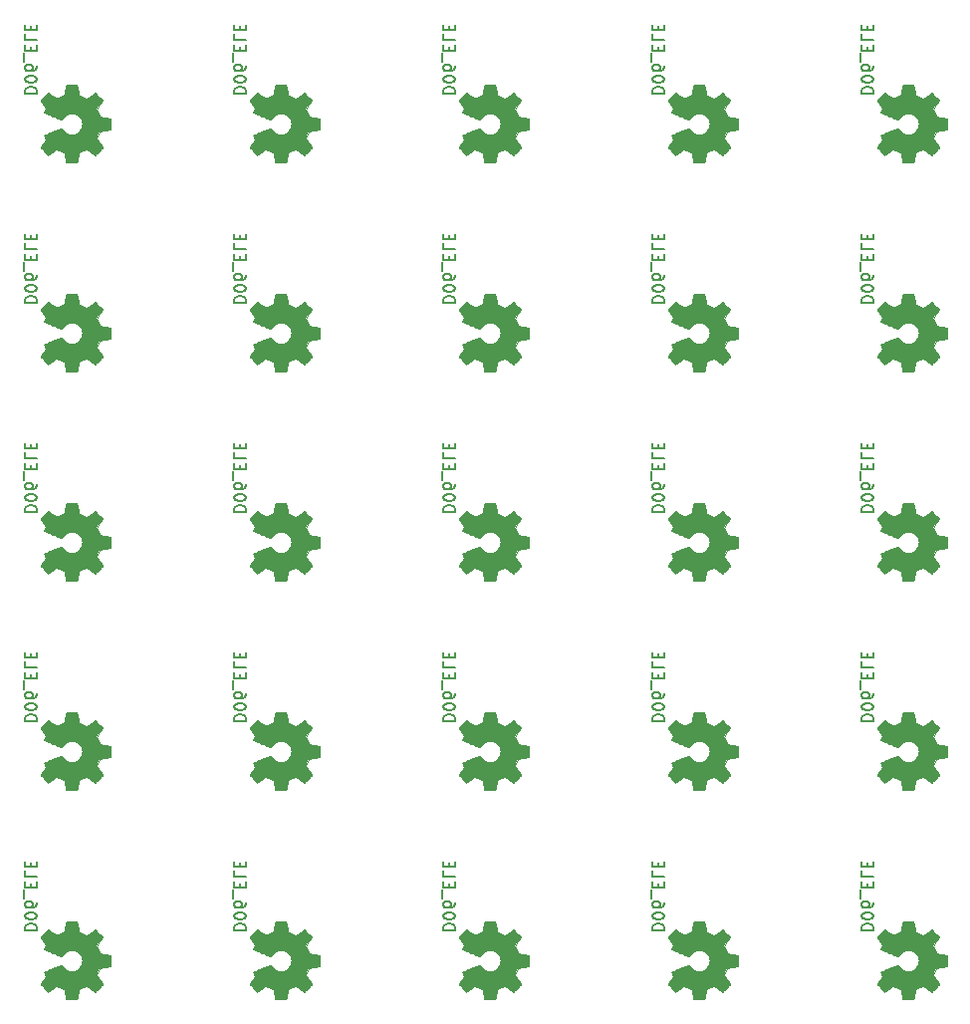
<source format=gbr>
G04 #@! TF.GenerationSoftware,KiCad,Pcbnew,5.1.5-52549c5~86~ubuntu18.04.1*
G04 #@! TF.CreationDate,2020-11-03T13:58:37-05:00*
G04 #@! TF.ProjectId,,58585858-5858-4585-9858-585858585858,rev?*
G04 #@! TF.SameCoordinates,Original*
G04 #@! TF.FileFunction,Legend,Bot*
G04 #@! TF.FilePolarity,Positive*
%FSLAX46Y46*%
G04 Gerber Fmt 4.6, Leading zero omitted, Abs format (unit mm)*
G04 Created by KiCad (PCBNEW 5.1.5-52549c5~86~ubuntu18.04.1) date 2020-11-03 13:58:37*
%MOMM*%
%LPD*%
G04 APERTURE LIST*
%ADD10C,0.150000*%
%ADD11C,0.010000*%
G04 APERTURE END LIST*
D10*
X150601419Y-146363961D02*
X151601419Y-146363961D01*
X151601419Y-146125866D01*
X151553800Y-145983009D01*
X151458561Y-145887771D01*
X151363323Y-145840152D01*
X151172847Y-145792533D01*
X151029990Y-145792533D01*
X150839514Y-145840152D01*
X150744276Y-145887771D01*
X150649038Y-145983009D01*
X150601419Y-146125866D01*
X150601419Y-146363961D01*
X151601419Y-145173485D02*
X151601419Y-145078247D01*
X151553800Y-144983009D01*
X151506180Y-144935390D01*
X151410942Y-144887771D01*
X151220466Y-144840152D01*
X150982371Y-144840152D01*
X150791895Y-144887771D01*
X150696657Y-144935390D01*
X150649038Y-144983009D01*
X150601419Y-145078247D01*
X150601419Y-145173485D01*
X150649038Y-145268723D01*
X150696657Y-145316342D01*
X150791895Y-145363961D01*
X150982371Y-145411580D01*
X151220466Y-145411580D01*
X151410942Y-145363961D01*
X151506180Y-145316342D01*
X151553800Y-145268723D01*
X151601419Y-145173485D01*
X151601419Y-143983009D02*
X151601419Y-144173485D01*
X151553800Y-144268723D01*
X151506180Y-144316342D01*
X151363323Y-144411580D01*
X151172847Y-144459200D01*
X150791895Y-144459200D01*
X150696657Y-144411580D01*
X150649038Y-144363961D01*
X150601419Y-144268723D01*
X150601419Y-144078247D01*
X150649038Y-143983009D01*
X150696657Y-143935390D01*
X150791895Y-143887771D01*
X151029990Y-143887771D01*
X151125228Y-143935390D01*
X151172847Y-143983009D01*
X151220466Y-144078247D01*
X151220466Y-144268723D01*
X151172847Y-144363961D01*
X151125228Y-144411580D01*
X151029990Y-144459200D01*
X150506180Y-143697295D02*
X150506180Y-142935390D01*
X151125228Y-142697295D02*
X151125228Y-142363961D01*
X150601419Y-142221104D02*
X150601419Y-142697295D01*
X151601419Y-142697295D01*
X151601419Y-142221104D01*
X150601419Y-141316342D02*
X150601419Y-141792533D01*
X151601419Y-141792533D01*
X151125228Y-140983009D02*
X151125228Y-140649676D01*
X150601419Y-140506819D02*
X150601419Y-140983009D01*
X151601419Y-140983009D01*
X151601419Y-140506819D01*
X132821419Y-146363961D02*
X133821419Y-146363961D01*
X133821419Y-146125866D01*
X133773800Y-145983009D01*
X133678561Y-145887771D01*
X133583323Y-145840152D01*
X133392847Y-145792533D01*
X133249990Y-145792533D01*
X133059514Y-145840152D01*
X132964276Y-145887771D01*
X132869038Y-145983009D01*
X132821419Y-146125866D01*
X132821419Y-146363961D01*
X133821419Y-145173485D02*
X133821419Y-145078247D01*
X133773800Y-144983009D01*
X133726180Y-144935390D01*
X133630942Y-144887771D01*
X133440466Y-144840152D01*
X133202371Y-144840152D01*
X133011895Y-144887771D01*
X132916657Y-144935390D01*
X132869038Y-144983009D01*
X132821419Y-145078247D01*
X132821419Y-145173485D01*
X132869038Y-145268723D01*
X132916657Y-145316342D01*
X133011895Y-145363961D01*
X133202371Y-145411580D01*
X133440466Y-145411580D01*
X133630942Y-145363961D01*
X133726180Y-145316342D01*
X133773800Y-145268723D01*
X133821419Y-145173485D01*
X133821419Y-143983009D02*
X133821419Y-144173485D01*
X133773800Y-144268723D01*
X133726180Y-144316342D01*
X133583323Y-144411580D01*
X133392847Y-144459200D01*
X133011895Y-144459200D01*
X132916657Y-144411580D01*
X132869038Y-144363961D01*
X132821419Y-144268723D01*
X132821419Y-144078247D01*
X132869038Y-143983009D01*
X132916657Y-143935390D01*
X133011895Y-143887771D01*
X133249990Y-143887771D01*
X133345228Y-143935390D01*
X133392847Y-143983009D01*
X133440466Y-144078247D01*
X133440466Y-144268723D01*
X133392847Y-144363961D01*
X133345228Y-144411580D01*
X133249990Y-144459200D01*
X132726180Y-143697295D02*
X132726180Y-142935390D01*
X133345228Y-142697295D02*
X133345228Y-142363961D01*
X132821419Y-142221104D02*
X132821419Y-142697295D01*
X133821419Y-142697295D01*
X133821419Y-142221104D01*
X132821419Y-141316342D02*
X132821419Y-141792533D01*
X133821419Y-141792533D01*
X133345228Y-140983009D02*
X133345228Y-140649676D01*
X132821419Y-140506819D02*
X132821419Y-140983009D01*
X133821419Y-140983009D01*
X133821419Y-140506819D01*
X115041419Y-146363961D02*
X116041419Y-146363961D01*
X116041419Y-146125866D01*
X115993800Y-145983009D01*
X115898561Y-145887771D01*
X115803323Y-145840152D01*
X115612847Y-145792533D01*
X115469990Y-145792533D01*
X115279514Y-145840152D01*
X115184276Y-145887771D01*
X115089038Y-145983009D01*
X115041419Y-146125866D01*
X115041419Y-146363961D01*
X116041419Y-145173485D02*
X116041419Y-145078247D01*
X115993800Y-144983009D01*
X115946180Y-144935390D01*
X115850942Y-144887771D01*
X115660466Y-144840152D01*
X115422371Y-144840152D01*
X115231895Y-144887771D01*
X115136657Y-144935390D01*
X115089038Y-144983009D01*
X115041419Y-145078247D01*
X115041419Y-145173485D01*
X115089038Y-145268723D01*
X115136657Y-145316342D01*
X115231895Y-145363961D01*
X115422371Y-145411580D01*
X115660466Y-145411580D01*
X115850942Y-145363961D01*
X115946180Y-145316342D01*
X115993800Y-145268723D01*
X116041419Y-145173485D01*
X116041419Y-143983009D02*
X116041419Y-144173485D01*
X115993800Y-144268723D01*
X115946180Y-144316342D01*
X115803323Y-144411580D01*
X115612847Y-144459200D01*
X115231895Y-144459200D01*
X115136657Y-144411580D01*
X115089038Y-144363961D01*
X115041419Y-144268723D01*
X115041419Y-144078247D01*
X115089038Y-143983009D01*
X115136657Y-143935390D01*
X115231895Y-143887771D01*
X115469990Y-143887771D01*
X115565228Y-143935390D01*
X115612847Y-143983009D01*
X115660466Y-144078247D01*
X115660466Y-144268723D01*
X115612847Y-144363961D01*
X115565228Y-144411580D01*
X115469990Y-144459200D01*
X114946180Y-143697295D02*
X114946180Y-142935390D01*
X115565228Y-142697295D02*
X115565228Y-142363961D01*
X115041419Y-142221104D02*
X115041419Y-142697295D01*
X116041419Y-142697295D01*
X116041419Y-142221104D01*
X115041419Y-141316342D02*
X115041419Y-141792533D01*
X116041419Y-141792533D01*
X115565228Y-140983009D02*
X115565228Y-140649676D01*
X115041419Y-140506819D02*
X115041419Y-140983009D01*
X116041419Y-140983009D01*
X116041419Y-140506819D01*
X97261419Y-146363961D02*
X98261419Y-146363961D01*
X98261419Y-146125866D01*
X98213800Y-145983009D01*
X98118561Y-145887771D01*
X98023323Y-145840152D01*
X97832847Y-145792533D01*
X97689990Y-145792533D01*
X97499514Y-145840152D01*
X97404276Y-145887771D01*
X97309038Y-145983009D01*
X97261419Y-146125866D01*
X97261419Y-146363961D01*
X98261419Y-145173485D02*
X98261419Y-145078247D01*
X98213800Y-144983009D01*
X98166180Y-144935390D01*
X98070942Y-144887771D01*
X97880466Y-144840152D01*
X97642371Y-144840152D01*
X97451895Y-144887771D01*
X97356657Y-144935390D01*
X97309038Y-144983009D01*
X97261419Y-145078247D01*
X97261419Y-145173485D01*
X97309038Y-145268723D01*
X97356657Y-145316342D01*
X97451895Y-145363961D01*
X97642371Y-145411580D01*
X97880466Y-145411580D01*
X98070942Y-145363961D01*
X98166180Y-145316342D01*
X98213800Y-145268723D01*
X98261419Y-145173485D01*
X98261419Y-143983009D02*
X98261419Y-144173485D01*
X98213800Y-144268723D01*
X98166180Y-144316342D01*
X98023323Y-144411580D01*
X97832847Y-144459200D01*
X97451895Y-144459200D01*
X97356657Y-144411580D01*
X97309038Y-144363961D01*
X97261419Y-144268723D01*
X97261419Y-144078247D01*
X97309038Y-143983009D01*
X97356657Y-143935390D01*
X97451895Y-143887771D01*
X97689990Y-143887771D01*
X97785228Y-143935390D01*
X97832847Y-143983009D01*
X97880466Y-144078247D01*
X97880466Y-144268723D01*
X97832847Y-144363961D01*
X97785228Y-144411580D01*
X97689990Y-144459200D01*
X97166180Y-143697295D02*
X97166180Y-142935390D01*
X97785228Y-142697295D02*
X97785228Y-142363961D01*
X97261419Y-142221104D02*
X97261419Y-142697295D01*
X98261419Y-142697295D01*
X98261419Y-142221104D01*
X97261419Y-141316342D02*
X97261419Y-141792533D01*
X98261419Y-141792533D01*
X97785228Y-140983009D02*
X97785228Y-140649676D01*
X97261419Y-140506819D02*
X97261419Y-140983009D01*
X98261419Y-140983009D01*
X98261419Y-140506819D01*
X79481419Y-146363961D02*
X80481419Y-146363961D01*
X80481419Y-146125866D01*
X80433800Y-145983009D01*
X80338561Y-145887771D01*
X80243323Y-145840152D01*
X80052847Y-145792533D01*
X79909990Y-145792533D01*
X79719514Y-145840152D01*
X79624276Y-145887771D01*
X79529038Y-145983009D01*
X79481419Y-146125866D01*
X79481419Y-146363961D01*
X80481419Y-145173485D02*
X80481419Y-145078247D01*
X80433800Y-144983009D01*
X80386180Y-144935390D01*
X80290942Y-144887771D01*
X80100466Y-144840152D01*
X79862371Y-144840152D01*
X79671895Y-144887771D01*
X79576657Y-144935390D01*
X79529038Y-144983009D01*
X79481419Y-145078247D01*
X79481419Y-145173485D01*
X79529038Y-145268723D01*
X79576657Y-145316342D01*
X79671895Y-145363961D01*
X79862371Y-145411580D01*
X80100466Y-145411580D01*
X80290942Y-145363961D01*
X80386180Y-145316342D01*
X80433800Y-145268723D01*
X80481419Y-145173485D01*
X80481419Y-143983009D02*
X80481419Y-144173485D01*
X80433800Y-144268723D01*
X80386180Y-144316342D01*
X80243323Y-144411580D01*
X80052847Y-144459200D01*
X79671895Y-144459200D01*
X79576657Y-144411580D01*
X79529038Y-144363961D01*
X79481419Y-144268723D01*
X79481419Y-144078247D01*
X79529038Y-143983009D01*
X79576657Y-143935390D01*
X79671895Y-143887771D01*
X79909990Y-143887771D01*
X80005228Y-143935390D01*
X80052847Y-143983009D01*
X80100466Y-144078247D01*
X80100466Y-144268723D01*
X80052847Y-144363961D01*
X80005228Y-144411580D01*
X79909990Y-144459200D01*
X79386180Y-143697295D02*
X79386180Y-142935390D01*
X80005228Y-142697295D02*
X80005228Y-142363961D01*
X79481419Y-142221104D02*
X79481419Y-142697295D01*
X80481419Y-142697295D01*
X80481419Y-142221104D01*
X79481419Y-141316342D02*
X79481419Y-141792533D01*
X80481419Y-141792533D01*
X80005228Y-140983009D02*
X80005228Y-140649676D01*
X79481419Y-140506819D02*
X79481419Y-140983009D01*
X80481419Y-140983009D01*
X80481419Y-140506819D01*
X150601419Y-128583961D02*
X151601419Y-128583961D01*
X151601419Y-128345866D01*
X151553800Y-128203009D01*
X151458561Y-128107771D01*
X151363323Y-128060152D01*
X151172847Y-128012533D01*
X151029990Y-128012533D01*
X150839514Y-128060152D01*
X150744276Y-128107771D01*
X150649038Y-128203009D01*
X150601419Y-128345866D01*
X150601419Y-128583961D01*
X151601419Y-127393485D02*
X151601419Y-127298247D01*
X151553800Y-127203009D01*
X151506180Y-127155390D01*
X151410942Y-127107771D01*
X151220466Y-127060152D01*
X150982371Y-127060152D01*
X150791895Y-127107771D01*
X150696657Y-127155390D01*
X150649038Y-127203009D01*
X150601419Y-127298247D01*
X150601419Y-127393485D01*
X150649038Y-127488723D01*
X150696657Y-127536342D01*
X150791895Y-127583961D01*
X150982371Y-127631580D01*
X151220466Y-127631580D01*
X151410942Y-127583961D01*
X151506180Y-127536342D01*
X151553800Y-127488723D01*
X151601419Y-127393485D01*
X151601419Y-126203009D02*
X151601419Y-126393485D01*
X151553800Y-126488723D01*
X151506180Y-126536342D01*
X151363323Y-126631580D01*
X151172847Y-126679200D01*
X150791895Y-126679200D01*
X150696657Y-126631580D01*
X150649038Y-126583961D01*
X150601419Y-126488723D01*
X150601419Y-126298247D01*
X150649038Y-126203009D01*
X150696657Y-126155390D01*
X150791895Y-126107771D01*
X151029990Y-126107771D01*
X151125228Y-126155390D01*
X151172847Y-126203009D01*
X151220466Y-126298247D01*
X151220466Y-126488723D01*
X151172847Y-126583961D01*
X151125228Y-126631580D01*
X151029990Y-126679200D01*
X150506180Y-125917295D02*
X150506180Y-125155390D01*
X151125228Y-124917295D02*
X151125228Y-124583961D01*
X150601419Y-124441104D02*
X150601419Y-124917295D01*
X151601419Y-124917295D01*
X151601419Y-124441104D01*
X150601419Y-123536342D02*
X150601419Y-124012533D01*
X151601419Y-124012533D01*
X151125228Y-123203009D02*
X151125228Y-122869676D01*
X150601419Y-122726819D02*
X150601419Y-123203009D01*
X151601419Y-123203009D01*
X151601419Y-122726819D01*
X132821419Y-128583961D02*
X133821419Y-128583961D01*
X133821419Y-128345866D01*
X133773800Y-128203009D01*
X133678561Y-128107771D01*
X133583323Y-128060152D01*
X133392847Y-128012533D01*
X133249990Y-128012533D01*
X133059514Y-128060152D01*
X132964276Y-128107771D01*
X132869038Y-128203009D01*
X132821419Y-128345866D01*
X132821419Y-128583961D01*
X133821419Y-127393485D02*
X133821419Y-127298247D01*
X133773800Y-127203009D01*
X133726180Y-127155390D01*
X133630942Y-127107771D01*
X133440466Y-127060152D01*
X133202371Y-127060152D01*
X133011895Y-127107771D01*
X132916657Y-127155390D01*
X132869038Y-127203009D01*
X132821419Y-127298247D01*
X132821419Y-127393485D01*
X132869038Y-127488723D01*
X132916657Y-127536342D01*
X133011895Y-127583961D01*
X133202371Y-127631580D01*
X133440466Y-127631580D01*
X133630942Y-127583961D01*
X133726180Y-127536342D01*
X133773800Y-127488723D01*
X133821419Y-127393485D01*
X133821419Y-126203009D02*
X133821419Y-126393485D01*
X133773800Y-126488723D01*
X133726180Y-126536342D01*
X133583323Y-126631580D01*
X133392847Y-126679200D01*
X133011895Y-126679200D01*
X132916657Y-126631580D01*
X132869038Y-126583961D01*
X132821419Y-126488723D01*
X132821419Y-126298247D01*
X132869038Y-126203009D01*
X132916657Y-126155390D01*
X133011895Y-126107771D01*
X133249990Y-126107771D01*
X133345228Y-126155390D01*
X133392847Y-126203009D01*
X133440466Y-126298247D01*
X133440466Y-126488723D01*
X133392847Y-126583961D01*
X133345228Y-126631580D01*
X133249990Y-126679200D01*
X132726180Y-125917295D02*
X132726180Y-125155390D01*
X133345228Y-124917295D02*
X133345228Y-124583961D01*
X132821419Y-124441104D02*
X132821419Y-124917295D01*
X133821419Y-124917295D01*
X133821419Y-124441104D01*
X132821419Y-123536342D02*
X132821419Y-124012533D01*
X133821419Y-124012533D01*
X133345228Y-123203009D02*
X133345228Y-122869676D01*
X132821419Y-122726819D02*
X132821419Y-123203009D01*
X133821419Y-123203009D01*
X133821419Y-122726819D01*
X115041419Y-128583961D02*
X116041419Y-128583961D01*
X116041419Y-128345866D01*
X115993800Y-128203009D01*
X115898561Y-128107771D01*
X115803323Y-128060152D01*
X115612847Y-128012533D01*
X115469990Y-128012533D01*
X115279514Y-128060152D01*
X115184276Y-128107771D01*
X115089038Y-128203009D01*
X115041419Y-128345866D01*
X115041419Y-128583961D01*
X116041419Y-127393485D02*
X116041419Y-127298247D01*
X115993800Y-127203009D01*
X115946180Y-127155390D01*
X115850942Y-127107771D01*
X115660466Y-127060152D01*
X115422371Y-127060152D01*
X115231895Y-127107771D01*
X115136657Y-127155390D01*
X115089038Y-127203009D01*
X115041419Y-127298247D01*
X115041419Y-127393485D01*
X115089038Y-127488723D01*
X115136657Y-127536342D01*
X115231895Y-127583961D01*
X115422371Y-127631580D01*
X115660466Y-127631580D01*
X115850942Y-127583961D01*
X115946180Y-127536342D01*
X115993800Y-127488723D01*
X116041419Y-127393485D01*
X116041419Y-126203009D02*
X116041419Y-126393485D01*
X115993800Y-126488723D01*
X115946180Y-126536342D01*
X115803323Y-126631580D01*
X115612847Y-126679200D01*
X115231895Y-126679200D01*
X115136657Y-126631580D01*
X115089038Y-126583961D01*
X115041419Y-126488723D01*
X115041419Y-126298247D01*
X115089038Y-126203009D01*
X115136657Y-126155390D01*
X115231895Y-126107771D01*
X115469990Y-126107771D01*
X115565228Y-126155390D01*
X115612847Y-126203009D01*
X115660466Y-126298247D01*
X115660466Y-126488723D01*
X115612847Y-126583961D01*
X115565228Y-126631580D01*
X115469990Y-126679200D01*
X114946180Y-125917295D02*
X114946180Y-125155390D01*
X115565228Y-124917295D02*
X115565228Y-124583961D01*
X115041419Y-124441104D02*
X115041419Y-124917295D01*
X116041419Y-124917295D01*
X116041419Y-124441104D01*
X115041419Y-123536342D02*
X115041419Y-124012533D01*
X116041419Y-124012533D01*
X115565228Y-123203009D02*
X115565228Y-122869676D01*
X115041419Y-122726819D02*
X115041419Y-123203009D01*
X116041419Y-123203009D01*
X116041419Y-122726819D01*
X97261419Y-128583961D02*
X98261419Y-128583961D01*
X98261419Y-128345866D01*
X98213800Y-128203009D01*
X98118561Y-128107771D01*
X98023323Y-128060152D01*
X97832847Y-128012533D01*
X97689990Y-128012533D01*
X97499514Y-128060152D01*
X97404276Y-128107771D01*
X97309038Y-128203009D01*
X97261419Y-128345866D01*
X97261419Y-128583961D01*
X98261419Y-127393485D02*
X98261419Y-127298247D01*
X98213800Y-127203009D01*
X98166180Y-127155390D01*
X98070942Y-127107771D01*
X97880466Y-127060152D01*
X97642371Y-127060152D01*
X97451895Y-127107771D01*
X97356657Y-127155390D01*
X97309038Y-127203009D01*
X97261419Y-127298247D01*
X97261419Y-127393485D01*
X97309038Y-127488723D01*
X97356657Y-127536342D01*
X97451895Y-127583961D01*
X97642371Y-127631580D01*
X97880466Y-127631580D01*
X98070942Y-127583961D01*
X98166180Y-127536342D01*
X98213800Y-127488723D01*
X98261419Y-127393485D01*
X98261419Y-126203009D02*
X98261419Y-126393485D01*
X98213800Y-126488723D01*
X98166180Y-126536342D01*
X98023323Y-126631580D01*
X97832847Y-126679200D01*
X97451895Y-126679200D01*
X97356657Y-126631580D01*
X97309038Y-126583961D01*
X97261419Y-126488723D01*
X97261419Y-126298247D01*
X97309038Y-126203009D01*
X97356657Y-126155390D01*
X97451895Y-126107771D01*
X97689990Y-126107771D01*
X97785228Y-126155390D01*
X97832847Y-126203009D01*
X97880466Y-126298247D01*
X97880466Y-126488723D01*
X97832847Y-126583961D01*
X97785228Y-126631580D01*
X97689990Y-126679200D01*
X97166180Y-125917295D02*
X97166180Y-125155390D01*
X97785228Y-124917295D02*
X97785228Y-124583961D01*
X97261419Y-124441104D02*
X97261419Y-124917295D01*
X98261419Y-124917295D01*
X98261419Y-124441104D01*
X97261419Y-123536342D02*
X97261419Y-124012533D01*
X98261419Y-124012533D01*
X97785228Y-123203009D02*
X97785228Y-122869676D01*
X97261419Y-122726819D02*
X97261419Y-123203009D01*
X98261419Y-123203009D01*
X98261419Y-122726819D01*
X79481419Y-128583961D02*
X80481419Y-128583961D01*
X80481419Y-128345866D01*
X80433800Y-128203009D01*
X80338561Y-128107771D01*
X80243323Y-128060152D01*
X80052847Y-128012533D01*
X79909990Y-128012533D01*
X79719514Y-128060152D01*
X79624276Y-128107771D01*
X79529038Y-128203009D01*
X79481419Y-128345866D01*
X79481419Y-128583961D01*
X80481419Y-127393485D02*
X80481419Y-127298247D01*
X80433800Y-127203009D01*
X80386180Y-127155390D01*
X80290942Y-127107771D01*
X80100466Y-127060152D01*
X79862371Y-127060152D01*
X79671895Y-127107771D01*
X79576657Y-127155390D01*
X79529038Y-127203009D01*
X79481419Y-127298247D01*
X79481419Y-127393485D01*
X79529038Y-127488723D01*
X79576657Y-127536342D01*
X79671895Y-127583961D01*
X79862371Y-127631580D01*
X80100466Y-127631580D01*
X80290942Y-127583961D01*
X80386180Y-127536342D01*
X80433800Y-127488723D01*
X80481419Y-127393485D01*
X80481419Y-126203009D02*
X80481419Y-126393485D01*
X80433800Y-126488723D01*
X80386180Y-126536342D01*
X80243323Y-126631580D01*
X80052847Y-126679200D01*
X79671895Y-126679200D01*
X79576657Y-126631580D01*
X79529038Y-126583961D01*
X79481419Y-126488723D01*
X79481419Y-126298247D01*
X79529038Y-126203009D01*
X79576657Y-126155390D01*
X79671895Y-126107771D01*
X79909990Y-126107771D01*
X80005228Y-126155390D01*
X80052847Y-126203009D01*
X80100466Y-126298247D01*
X80100466Y-126488723D01*
X80052847Y-126583961D01*
X80005228Y-126631580D01*
X79909990Y-126679200D01*
X79386180Y-125917295D02*
X79386180Y-125155390D01*
X80005228Y-124917295D02*
X80005228Y-124583961D01*
X79481419Y-124441104D02*
X79481419Y-124917295D01*
X80481419Y-124917295D01*
X80481419Y-124441104D01*
X79481419Y-123536342D02*
X79481419Y-124012533D01*
X80481419Y-124012533D01*
X80005228Y-123203009D02*
X80005228Y-122869676D01*
X79481419Y-122726819D02*
X79481419Y-123203009D01*
X80481419Y-123203009D01*
X80481419Y-122726819D01*
X150601419Y-110803961D02*
X151601419Y-110803961D01*
X151601419Y-110565866D01*
X151553800Y-110423009D01*
X151458561Y-110327771D01*
X151363323Y-110280152D01*
X151172847Y-110232533D01*
X151029990Y-110232533D01*
X150839514Y-110280152D01*
X150744276Y-110327771D01*
X150649038Y-110423009D01*
X150601419Y-110565866D01*
X150601419Y-110803961D01*
X151601419Y-109613485D02*
X151601419Y-109518247D01*
X151553800Y-109423009D01*
X151506180Y-109375390D01*
X151410942Y-109327771D01*
X151220466Y-109280152D01*
X150982371Y-109280152D01*
X150791895Y-109327771D01*
X150696657Y-109375390D01*
X150649038Y-109423009D01*
X150601419Y-109518247D01*
X150601419Y-109613485D01*
X150649038Y-109708723D01*
X150696657Y-109756342D01*
X150791895Y-109803961D01*
X150982371Y-109851580D01*
X151220466Y-109851580D01*
X151410942Y-109803961D01*
X151506180Y-109756342D01*
X151553800Y-109708723D01*
X151601419Y-109613485D01*
X151601419Y-108423009D02*
X151601419Y-108613485D01*
X151553800Y-108708723D01*
X151506180Y-108756342D01*
X151363323Y-108851580D01*
X151172847Y-108899200D01*
X150791895Y-108899200D01*
X150696657Y-108851580D01*
X150649038Y-108803961D01*
X150601419Y-108708723D01*
X150601419Y-108518247D01*
X150649038Y-108423009D01*
X150696657Y-108375390D01*
X150791895Y-108327771D01*
X151029990Y-108327771D01*
X151125228Y-108375390D01*
X151172847Y-108423009D01*
X151220466Y-108518247D01*
X151220466Y-108708723D01*
X151172847Y-108803961D01*
X151125228Y-108851580D01*
X151029990Y-108899200D01*
X150506180Y-108137295D02*
X150506180Y-107375390D01*
X151125228Y-107137295D02*
X151125228Y-106803961D01*
X150601419Y-106661104D02*
X150601419Y-107137295D01*
X151601419Y-107137295D01*
X151601419Y-106661104D01*
X150601419Y-105756342D02*
X150601419Y-106232533D01*
X151601419Y-106232533D01*
X151125228Y-105423009D02*
X151125228Y-105089676D01*
X150601419Y-104946819D02*
X150601419Y-105423009D01*
X151601419Y-105423009D01*
X151601419Y-104946819D01*
X132821419Y-110803961D02*
X133821419Y-110803961D01*
X133821419Y-110565866D01*
X133773800Y-110423009D01*
X133678561Y-110327771D01*
X133583323Y-110280152D01*
X133392847Y-110232533D01*
X133249990Y-110232533D01*
X133059514Y-110280152D01*
X132964276Y-110327771D01*
X132869038Y-110423009D01*
X132821419Y-110565866D01*
X132821419Y-110803961D01*
X133821419Y-109613485D02*
X133821419Y-109518247D01*
X133773800Y-109423009D01*
X133726180Y-109375390D01*
X133630942Y-109327771D01*
X133440466Y-109280152D01*
X133202371Y-109280152D01*
X133011895Y-109327771D01*
X132916657Y-109375390D01*
X132869038Y-109423009D01*
X132821419Y-109518247D01*
X132821419Y-109613485D01*
X132869038Y-109708723D01*
X132916657Y-109756342D01*
X133011895Y-109803961D01*
X133202371Y-109851580D01*
X133440466Y-109851580D01*
X133630942Y-109803961D01*
X133726180Y-109756342D01*
X133773800Y-109708723D01*
X133821419Y-109613485D01*
X133821419Y-108423009D02*
X133821419Y-108613485D01*
X133773800Y-108708723D01*
X133726180Y-108756342D01*
X133583323Y-108851580D01*
X133392847Y-108899200D01*
X133011895Y-108899200D01*
X132916657Y-108851580D01*
X132869038Y-108803961D01*
X132821419Y-108708723D01*
X132821419Y-108518247D01*
X132869038Y-108423009D01*
X132916657Y-108375390D01*
X133011895Y-108327771D01*
X133249990Y-108327771D01*
X133345228Y-108375390D01*
X133392847Y-108423009D01*
X133440466Y-108518247D01*
X133440466Y-108708723D01*
X133392847Y-108803961D01*
X133345228Y-108851580D01*
X133249990Y-108899200D01*
X132726180Y-108137295D02*
X132726180Y-107375390D01*
X133345228Y-107137295D02*
X133345228Y-106803961D01*
X132821419Y-106661104D02*
X132821419Y-107137295D01*
X133821419Y-107137295D01*
X133821419Y-106661104D01*
X132821419Y-105756342D02*
X132821419Y-106232533D01*
X133821419Y-106232533D01*
X133345228Y-105423009D02*
X133345228Y-105089676D01*
X132821419Y-104946819D02*
X132821419Y-105423009D01*
X133821419Y-105423009D01*
X133821419Y-104946819D01*
X115041419Y-110803961D02*
X116041419Y-110803961D01*
X116041419Y-110565866D01*
X115993800Y-110423009D01*
X115898561Y-110327771D01*
X115803323Y-110280152D01*
X115612847Y-110232533D01*
X115469990Y-110232533D01*
X115279514Y-110280152D01*
X115184276Y-110327771D01*
X115089038Y-110423009D01*
X115041419Y-110565866D01*
X115041419Y-110803961D01*
X116041419Y-109613485D02*
X116041419Y-109518247D01*
X115993800Y-109423009D01*
X115946180Y-109375390D01*
X115850942Y-109327771D01*
X115660466Y-109280152D01*
X115422371Y-109280152D01*
X115231895Y-109327771D01*
X115136657Y-109375390D01*
X115089038Y-109423009D01*
X115041419Y-109518247D01*
X115041419Y-109613485D01*
X115089038Y-109708723D01*
X115136657Y-109756342D01*
X115231895Y-109803961D01*
X115422371Y-109851580D01*
X115660466Y-109851580D01*
X115850942Y-109803961D01*
X115946180Y-109756342D01*
X115993800Y-109708723D01*
X116041419Y-109613485D01*
X116041419Y-108423009D02*
X116041419Y-108613485D01*
X115993800Y-108708723D01*
X115946180Y-108756342D01*
X115803323Y-108851580D01*
X115612847Y-108899200D01*
X115231895Y-108899200D01*
X115136657Y-108851580D01*
X115089038Y-108803961D01*
X115041419Y-108708723D01*
X115041419Y-108518247D01*
X115089038Y-108423009D01*
X115136657Y-108375390D01*
X115231895Y-108327771D01*
X115469990Y-108327771D01*
X115565228Y-108375390D01*
X115612847Y-108423009D01*
X115660466Y-108518247D01*
X115660466Y-108708723D01*
X115612847Y-108803961D01*
X115565228Y-108851580D01*
X115469990Y-108899200D01*
X114946180Y-108137295D02*
X114946180Y-107375390D01*
X115565228Y-107137295D02*
X115565228Y-106803961D01*
X115041419Y-106661104D02*
X115041419Y-107137295D01*
X116041419Y-107137295D01*
X116041419Y-106661104D01*
X115041419Y-105756342D02*
X115041419Y-106232533D01*
X116041419Y-106232533D01*
X115565228Y-105423009D02*
X115565228Y-105089676D01*
X115041419Y-104946819D02*
X115041419Y-105423009D01*
X116041419Y-105423009D01*
X116041419Y-104946819D01*
X97261419Y-110803961D02*
X98261419Y-110803961D01*
X98261419Y-110565866D01*
X98213800Y-110423009D01*
X98118561Y-110327771D01*
X98023323Y-110280152D01*
X97832847Y-110232533D01*
X97689990Y-110232533D01*
X97499514Y-110280152D01*
X97404276Y-110327771D01*
X97309038Y-110423009D01*
X97261419Y-110565866D01*
X97261419Y-110803961D01*
X98261419Y-109613485D02*
X98261419Y-109518247D01*
X98213800Y-109423009D01*
X98166180Y-109375390D01*
X98070942Y-109327771D01*
X97880466Y-109280152D01*
X97642371Y-109280152D01*
X97451895Y-109327771D01*
X97356657Y-109375390D01*
X97309038Y-109423009D01*
X97261419Y-109518247D01*
X97261419Y-109613485D01*
X97309038Y-109708723D01*
X97356657Y-109756342D01*
X97451895Y-109803961D01*
X97642371Y-109851580D01*
X97880466Y-109851580D01*
X98070942Y-109803961D01*
X98166180Y-109756342D01*
X98213800Y-109708723D01*
X98261419Y-109613485D01*
X98261419Y-108423009D02*
X98261419Y-108613485D01*
X98213800Y-108708723D01*
X98166180Y-108756342D01*
X98023323Y-108851580D01*
X97832847Y-108899200D01*
X97451895Y-108899200D01*
X97356657Y-108851580D01*
X97309038Y-108803961D01*
X97261419Y-108708723D01*
X97261419Y-108518247D01*
X97309038Y-108423009D01*
X97356657Y-108375390D01*
X97451895Y-108327771D01*
X97689990Y-108327771D01*
X97785228Y-108375390D01*
X97832847Y-108423009D01*
X97880466Y-108518247D01*
X97880466Y-108708723D01*
X97832847Y-108803961D01*
X97785228Y-108851580D01*
X97689990Y-108899200D01*
X97166180Y-108137295D02*
X97166180Y-107375390D01*
X97785228Y-107137295D02*
X97785228Y-106803961D01*
X97261419Y-106661104D02*
X97261419Y-107137295D01*
X98261419Y-107137295D01*
X98261419Y-106661104D01*
X97261419Y-105756342D02*
X97261419Y-106232533D01*
X98261419Y-106232533D01*
X97785228Y-105423009D02*
X97785228Y-105089676D01*
X97261419Y-104946819D02*
X97261419Y-105423009D01*
X98261419Y-105423009D01*
X98261419Y-104946819D01*
X79481419Y-110803961D02*
X80481419Y-110803961D01*
X80481419Y-110565866D01*
X80433800Y-110423009D01*
X80338561Y-110327771D01*
X80243323Y-110280152D01*
X80052847Y-110232533D01*
X79909990Y-110232533D01*
X79719514Y-110280152D01*
X79624276Y-110327771D01*
X79529038Y-110423009D01*
X79481419Y-110565866D01*
X79481419Y-110803961D01*
X80481419Y-109613485D02*
X80481419Y-109518247D01*
X80433800Y-109423009D01*
X80386180Y-109375390D01*
X80290942Y-109327771D01*
X80100466Y-109280152D01*
X79862371Y-109280152D01*
X79671895Y-109327771D01*
X79576657Y-109375390D01*
X79529038Y-109423009D01*
X79481419Y-109518247D01*
X79481419Y-109613485D01*
X79529038Y-109708723D01*
X79576657Y-109756342D01*
X79671895Y-109803961D01*
X79862371Y-109851580D01*
X80100466Y-109851580D01*
X80290942Y-109803961D01*
X80386180Y-109756342D01*
X80433800Y-109708723D01*
X80481419Y-109613485D01*
X80481419Y-108423009D02*
X80481419Y-108613485D01*
X80433800Y-108708723D01*
X80386180Y-108756342D01*
X80243323Y-108851580D01*
X80052847Y-108899200D01*
X79671895Y-108899200D01*
X79576657Y-108851580D01*
X79529038Y-108803961D01*
X79481419Y-108708723D01*
X79481419Y-108518247D01*
X79529038Y-108423009D01*
X79576657Y-108375390D01*
X79671895Y-108327771D01*
X79909990Y-108327771D01*
X80005228Y-108375390D01*
X80052847Y-108423009D01*
X80100466Y-108518247D01*
X80100466Y-108708723D01*
X80052847Y-108803961D01*
X80005228Y-108851580D01*
X79909990Y-108899200D01*
X79386180Y-108137295D02*
X79386180Y-107375390D01*
X80005228Y-107137295D02*
X80005228Y-106803961D01*
X79481419Y-106661104D02*
X79481419Y-107137295D01*
X80481419Y-107137295D01*
X80481419Y-106661104D01*
X79481419Y-105756342D02*
X79481419Y-106232533D01*
X80481419Y-106232533D01*
X80005228Y-105423009D02*
X80005228Y-105089676D01*
X79481419Y-104946819D02*
X79481419Y-105423009D01*
X80481419Y-105423009D01*
X80481419Y-104946819D01*
X150601419Y-93023961D02*
X151601419Y-93023961D01*
X151601419Y-92785866D01*
X151553800Y-92643009D01*
X151458561Y-92547771D01*
X151363323Y-92500152D01*
X151172847Y-92452533D01*
X151029990Y-92452533D01*
X150839514Y-92500152D01*
X150744276Y-92547771D01*
X150649038Y-92643009D01*
X150601419Y-92785866D01*
X150601419Y-93023961D01*
X151601419Y-91833485D02*
X151601419Y-91738247D01*
X151553800Y-91643009D01*
X151506180Y-91595390D01*
X151410942Y-91547771D01*
X151220466Y-91500152D01*
X150982371Y-91500152D01*
X150791895Y-91547771D01*
X150696657Y-91595390D01*
X150649038Y-91643009D01*
X150601419Y-91738247D01*
X150601419Y-91833485D01*
X150649038Y-91928723D01*
X150696657Y-91976342D01*
X150791895Y-92023961D01*
X150982371Y-92071580D01*
X151220466Y-92071580D01*
X151410942Y-92023961D01*
X151506180Y-91976342D01*
X151553800Y-91928723D01*
X151601419Y-91833485D01*
X151601419Y-90643009D02*
X151601419Y-90833485D01*
X151553800Y-90928723D01*
X151506180Y-90976342D01*
X151363323Y-91071580D01*
X151172847Y-91119200D01*
X150791895Y-91119200D01*
X150696657Y-91071580D01*
X150649038Y-91023961D01*
X150601419Y-90928723D01*
X150601419Y-90738247D01*
X150649038Y-90643009D01*
X150696657Y-90595390D01*
X150791895Y-90547771D01*
X151029990Y-90547771D01*
X151125228Y-90595390D01*
X151172847Y-90643009D01*
X151220466Y-90738247D01*
X151220466Y-90928723D01*
X151172847Y-91023961D01*
X151125228Y-91071580D01*
X151029990Y-91119200D01*
X150506180Y-90357295D02*
X150506180Y-89595390D01*
X151125228Y-89357295D02*
X151125228Y-89023961D01*
X150601419Y-88881104D02*
X150601419Y-89357295D01*
X151601419Y-89357295D01*
X151601419Y-88881104D01*
X150601419Y-87976342D02*
X150601419Y-88452533D01*
X151601419Y-88452533D01*
X151125228Y-87643009D02*
X151125228Y-87309676D01*
X150601419Y-87166819D02*
X150601419Y-87643009D01*
X151601419Y-87643009D01*
X151601419Y-87166819D01*
X132821419Y-93023961D02*
X133821419Y-93023961D01*
X133821419Y-92785866D01*
X133773800Y-92643009D01*
X133678561Y-92547771D01*
X133583323Y-92500152D01*
X133392847Y-92452533D01*
X133249990Y-92452533D01*
X133059514Y-92500152D01*
X132964276Y-92547771D01*
X132869038Y-92643009D01*
X132821419Y-92785866D01*
X132821419Y-93023961D01*
X133821419Y-91833485D02*
X133821419Y-91738247D01*
X133773800Y-91643009D01*
X133726180Y-91595390D01*
X133630942Y-91547771D01*
X133440466Y-91500152D01*
X133202371Y-91500152D01*
X133011895Y-91547771D01*
X132916657Y-91595390D01*
X132869038Y-91643009D01*
X132821419Y-91738247D01*
X132821419Y-91833485D01*
X132869038Y-91928723D01*
X132916657Y-91976342D01*
X133011895Y-92023961D01*
X133202371Y-92071580D01*
X133440466Y-92071580D01*
X133630942Y-92023961D01*
X133726180Y-91976342D01*
X133773800Y-91928723D01*
X133821419Y-91833485D01*
X133821419Y-90643009D02*
X133821419Y-90833485D01*
X133773800Y-90928723D01*
X133726180Y-90976342D01*
X133583323Y-91071580D01*
X133392847Y-91119200D01*
X133011895Y-91119200D01*
X132916657Y-91071580D01*
X132869038Y-91023961D01*
X132821419Y-90928723D01*
X132821419Y-90738247D01*
X132869038Y-90643009D01*
X132916657Y-90595390D01*
X133011895Y-90547771D01*
X133249990Y-90547771D01*
X133345228Y-90595390D01*
X133392847Y-90643009D01*
X133440466Y-90738247D01*
X133440466Y-90928723D01*
X133392847Y-91023961D01*
X133345228Y-91071580D01*
X133249990Y-91119200D01*
X132726180Y-90357295D02*
X132726180Y-89595390D01*
X133345228Y-89357295D02*
X133345228Y-89023961D01*
X132821419Y-88881104D02*
X132821419Y-89357295D01*
X133821419Y-89357295D01*
X133821419Y-88881104D01*
X132821419Y-87976342D02*
X132821419Y-88452533D01*
X133821419Y-88452533D01*
X133345228Y-87643009D02*
X133345228Y-87309676D01*
X132821419Y-87166819D02*
X132821419Y-87643009D01*
X133821419Y-87643009D01*
X133821419Y-87166819D01*
X115041419Y-93023961D02*
X116041419Y-93023961D01*
X116041419Y-92785866D01*
X115993800Y-92643009D01*
X115898561Y-92547771D01*
X115803323Y-92500152D01*
X115612847Y-92452533D01*
X115469990Y-92452533D01*
X115279514Y-92500152D01*
X115184276Y-92547771D01*
X115089038Y-92643009D01*
X115041419Y-92785866D01*
X115041419Y-93023961D01*
X116041419Y-91833485D02*
X116041419Y-91738247D01*
X115993800Y-91643009D01*
X115946180Y-91595390D01*
X115850942Y-91547771D01*
X115660466Y-91500152D01*
X115422371Y-91500152D01*
X115231895Y-91547771D01*
X115136657Y-91595390D01*
X115089038Y-91643009D01*
X115041419Y-91738247D01*
X115041419Y-91833485D01*
X115089038Y-91928723D01*
X115136657Y-91976342D01*
X115231895Y-92023961D01*
X115422371Y-92071580D01*
X115660466Y-92071580D01*
X115850942Y-92023961D01*
X115946180Y-91976342D01*
X115993800Y-91928723D01*
X116041419Y-91833485D01*
X116041419Y-90643009D02*
X116041419Y-90833485D01*
X115993800Y-90928723D01*
X115946180Y-90976342D01*
X115803323Y-91071580D01*
X115612847Y-91119200D01*
X115231895Y-91119200D01*
X115136657Y-91071580D01*
X115089038Y-91023961D01*
X115041419Y-90928723D01*
X115041419Y-90738247D01*
X115089038Y-90643009D01*
X115136657Y-90595390D01*
X115231895Y-90547771D01*
X115469990Y-90547771D01*
X115565228Y-90595390D01*
X115612847Y-90643009D01*
X115660466Y-90738247D01*
X115660466Y-90928723D01*
X115612847Y-91023961D01*
X115565228Y-91071580D01*
X115469990Y-91119200D01*
X114946180Y-90357295D02*
X114946180Y-89595390D01*
X115565228Y-89357295D02*
X115565228Y-89023961D01*
X115041419Y-88881104D02*
X115041419Y-89357295D01*
X116041419Y-89357295D01*
X116041419Y-88881104D01*
X115041419Y-87976342D02*
X115041419Y-88452533D01*
X116041419Y-88452533D01*
X115565228Y-87643009D02*
X115565228Y-87309676D01*
X115041419Y-87166819D02*
X115041419Y-87643009D01*
X116041419Y-87643009D01*
X116041419Y-87166819D01*
X97261419Y-93023961D02*
X98261419Y-93023961D01*
X98261419Y-92785866D01*
X98213800Y-92643009D01*
X98118561Y-92547771D01*
X98023323Y-92500152D01*
X97832847Y-92452533D01*
X97689990Y-92452533D01*
X97499514Y-92500152D01*
X97404276Y-92547771D01*
X97309038Y-92643009D01*
X97261419Y-92785866D01*
X97261419Y-93023961D01*
X98261419Y-91833485D02*
X98261419Y-91738247D01*
X98213800Y-91643009D01*
X98166180Y-91595390D01*
X98070942Y-91547771D01*
X97880466Y-91500152D01*
X97642371Y-91500152D01*
X97451895Y-91547771D01*
X97356657Y-91595390D01*
X97309038Y-91643009D01*
X97261419Y-91738247D01*
X97261419Y-91833485D01*
X97309038Y-91928723D01*
X97356657Y-91976342D01*
X97451895Y-92023961D01*
X97642371Y-92071580D01*
X97880466Y-92071580D01*
X98070942Y-92023961D01*
X98166180Y-91976342D01*
X98213800Y-91928723D01*
X98261419Y-91833485D01*
X98261419Y-90643009D02*
X98261419Y-90833485D01*
X98213800Y-90928723D01*
X98166180Y-90976342D01*
X98023323Y-91071580D01*
X97832847Y-91119200D01*
X97451895Y-91119200D01*
X97356657Y-91071580D01*
X97309038Y-91023961D01*
X97261419Y-90928723D01*
X97261419Y-90738247D01*
X97309038Y-90643009D01*
X97356657Y-90595390D01*
X97451895Y-90547771D01*
X97689990Y-90547771D01*
X97785228Y-90595390D01*
X97832847Y-90643009D01*
X97880466Y-90738247D01*
X97880466Y-90928723D01*
X97832847Y-91023961D01*
X97785228Y-91071580D01*
X97689990Y-91119200D01*
X97166180Y-90357295D02*
X97166180Y-89595390D01*
X97785228Y-89357295D02*
X97785228Y-89023961D01*
X97261419Y-88881104D02*
X97261419Y-89357295D01*
X98261419Y-89357295D01*
X98261419Y-88881104D01*
X97261419Y-87976342D02*
X97261419Y-88452533D01*
X98261419Y-88452533D01*
X97785228Y-87643009D02*
X97785228Y-87309676D01*
X97261419Y-87166819D02*
X97261419Y-87643009D01*
X98261419Y-87643009D01*
X98261419Y-87166819D01*
X79481419Y-93023961D02*
X80481419Y-93023961D01*
X80481419Y-92785866D01*
X80433800Y-92643009D01*
X80338561Y-92547771D01*
X80243323Y-92500152D01*
X80052847Y-92452533D01*
X79909990Y-92452533D01*
X79719514Y-92500152D01*
X79624276Y-92547771D01*
X79529038Y-92643009D01*
X79481419Y-92785866D01*
X79481419Y-93023961D01*
X80481419Y-91833485D02*
X80481419Y-91738247D01*
X80433800Y-91643009D01*
X80386180Y-91595390D01*
X80290942Y-91547771D01*
X80100466Y-91500152D01*
X79862371Y-91500152D01*
X79671895Y-91547771D01*
X79576657Y-91595390D01*
X79529038Y-91643009D01*
X79481419Y-91738247D01*
X79481419Y-91833485D01*
X79529038Y-91928723D01*
X79576657Y-91976342D01*
X79671895Y-92023961D01*
X79862371Y-92071580D01*
X80100466Y-92071580D01*
X80290942Y-92023961D01*
X80386180Y-91976342D01*
X80433800Y-91928723D01*
X80481419Y-91833485D01*
X80481419Y-90643009D02*
X80481419Y-90833485D01*
X80433800Y-90928723D01*
X80386180Y-90976342D01*
X80243323Y-91071580D01*
X80052847Y-91119200D01*
X79671895Y-91119200D01*
X79576657Y-91071580D01*
X79529038Y-91023961D01*
X79481419Y-90928723D01*
X79481419Y-90738247D01*
X79529038Y-90643009D01*
X79576657Y-90595390D01*
X79671895Y-90547771D01*
X79909990Y-90547771D01*
X80005228Y-90595390D01*
X80052847Y-90643009D01*
X80100466Y-90738247D01*
X80100466Y-90928723D01*
X80052847Y-91023961D01*
X80005228Y-91071580D01*
X79909990Y-91119200D01*
X79386180Y-90357295D02*
X79386180Y-89595390D01*
X80005228Y-89357295D02*
X80005228Y-89023961D01*
X79481419Y-88881104D02*
X79481419Y-89357295D01*
X80481419Y-89357295D01*
X80481419Y-88881104D01*
X79481419Y-87976342D02*
X79481419Y-88452533D01*
X80481419Y-88452533D01*
X80005228Y-87643009D02*
X80005228Y-87309676D01*
X79481419Y-87166819D02*
X79481419Y-87643009D01*
X80481419Y-87643009D01*
X80481419Y-87166819D01*
X150601419Y-75243961D02*
X151601419Y-75243961D01*
X151601419Y-75005866D01*
X151553800Y-74863009D01*
X151458561Y-74767771D01*
X151363323Y-74720152D01*
X151172847Y-74672533D01*
X151029990Y-74672533D01*
X150839514Y-74720152D01*
X150744276Y-74767771D01*
X150649038Y-74863009D01*
X150601419Y-75005866D01*
X150601419Y-75243961D01*
X151601419Y-74053485D02*
X151601419Y-73958247D01*
X151553800Y-73863009D01*
X151506180Y-73815390D01*
X151410942Y-73767771D01*
X151220466Y-73720152D01*
X150982371Y-73720152D01*
X150791895Y-73767771D01*
X150696657Y-73815390D01*
X150649038Y-73863009D01*
X150601419Y-73958247D01*
X150601419Y-74053485D01*
X150649038Y-74148723D01*
X150696657Y-74196342D01*
X150791895Y-74243961D01*
X150982371Y-74291580D01*
X151220466Y-74291580D01*
X151410942Y-74243961D01*
X151506180Y-74196342D01*
X151553800Y-74148723D01*
X151601419Y-74053485D01*
X151601419Y-72863009D02*
X151601419Y-73053485D01*
X151553800Y-73148723D01*
X151506180Y-73196342D01*
X151363323Y-73291580D01*
X151172847Y-73339200D01*
X150791895Y-73339200D01*
X150696657Y-73291580D01*
X150649038Y-73243961D01*
X150601419Y-73148723D01*
X150601419Y-72958247D01*
X150649038Y-72863009D01*
X150696657Y-72815390D01*
X150791895Y-72767771D01*
X151029990Y-72767771D01*
X151125228Y-72815390D01*
X151172847Y-72863009D01*
X151220466Y-72958247D01*
X151220466Y-73148723D01*
X151172847Y-73243961D01*
X151125228Y-73291580D01*
X151029990Y-73339200D01*
X150506180Y-72577295D02*
X150506180Y-71815390D01*
X151125228Y-71577295D02*
X151125228Y-71243961D01*
X150601419Y-71101104D02*
X150601419Y-71577295D01*
X151601419Y-71577295D01*
X151601419Y-71101104D01*
X150601419Y-70196342D02*
X150601419Y-70672533D01*
X151601419Y-70672533D01*
X151125228Y-69863009D02*
X151125228Y-69529676D01*
X150601419Y-69386819D02*
X150601419Y-69863009D01*
X151601419Y-69863009D01*
X151601419Y-69386819D01*
X132821419Y-75243961D02*
X133821419Y-75243961D01*
X133821419Y-75005866D01*
X133773800Y-74863009D01*
X133678561Y-74767771D01*
X133583323Y-74720152D01*
X133392847Y-74672533D01*
X133249990Y-74672533D01*
X133059514Y-74720152D01*
X132964276Y-74767771D01*
X132869038Y-74863009D01*
X132821419Y-75005866D01*
X132821419Y-75243961D01*
X133821419Y-74053485D02*
X133821419Y-73958247D01*
X133773800Y-73863009D01*
X133726180Y-73815390D01*
X133630942Y-73767771D01*
X133440466Y-73720152D01*
X133202371Y-73720152D01*
X133011895Y-73767771D01*
X132916657Y-73815390D01*
X132869038Y-73863009D01*
X132821419Y-73958247D01*
X132821419Y-74053485D01*
X132869038Y-74148723D01*
X132916657Y-74196342D01*
X133011895Y-74243961D01*
X133202371Y-74291580D01*
X133440466Y-74291580D01*
X133630942Y-74243961D01*
X133726180Y-74196342D01*
X133773800Y-74148723D01*
X133821419Y-74053485D01*
X133821419Y-72863009D02*
X133821419Y-73053485D01*
X133773800Y-73148723D01*
X133726180Y-73196342D01*
X133583323Y-73291580D01*
X133392847Y-73339200D01*
X133011895Y-73339200D01*
X132916657Y-73291580D01*
X132869038Y-73243961D01*
X132821419Y-73148723D01*
X132821419Y-72958247D01*
X132869038Y-72863009D01*
X132916657Y-72815390D01*
X133011895Y-72767771D01*
X133249990Y-72767771D01*
X133345228Y-72815390D01*
X133392847Y-72863009D01*
X133440466Y-72958247D01*
X133440466Y-73148723D01*
X133392847Y-73243961D01*
X133345228Y-73291580D01*
X133249990Y-73339200D01*
X132726180Y-72577295D02*
X132726180Y-71815390D01*
X133345228Y-71577295D02*
X133345228Y-71243961D01*
X132821419Y-71101104D02*
X132821419Y-71577295D01*
X133821419Y-71577295D01*
X133821419Y-71101104D01*
X132821419Y-70196342D02*
X132821419Y-70672533D01*
X133821419Y-70672533D01*
X133345228Y-69863009D02*
X133345228Y-69529676D01*
X132821419Y-69386819D02*
X132821419Y-69863009D01*
X133821419Y-69863009D01*
X133821419Y-69386819D01*
X115041419Y-75243961D02*
X116041419Y-75243961D01*
X116041419Y-75005866D01*
X115993800Y-74863009D01*
X115898561Y-74767771D01*
X115803323Y-74720152D01*
X115612847Y-74672533D01*
X115469990Y-74672533D01*
X115279514Y-74720152D01*
X115184276Y-74767771D01*
X115089038Y-74863009D01*
X115041419Y-75005866D01*
X115041419Y-75243961D01*
X116041419Y-74053485D02*
X116041419Y-73958247D01*
X115993800Y-73863009D01*
X115946180Y-73815390D01*
X115850942Y-73767771D01*
X115660466Y-73720152D01*
X115422371Y-73720152D01*
X115231895Y-73767771D01*
X115136657Y-73815390D01*
X115089038Y-73863009D01*
X115041419Y-73958247D01*
X115041419Y-74053485D01*
X115089038Y-74148723D01*
X115136657Y-74196342D01*
X115231895Y-74243961D01*
X115422371Y-74291580D01*
X115660466Y-74291580D01*
X115850942Y-74243961D01*
X115946180Y-74196342D01*
X115993800Y-74148723D01*
X116041419Y-74053485D01*
X116041419Y-72863009D02*
X116041419Y-73053485D01*
X115993800Y-73148723D01*
X115946180Y-73196342D01*
X115803323Y-73291580D01*
X115612847Y-73339200D01*
X115231895Y-73339200D01*
X115136657Y-73291580D01*
X115089038Y-73243961D01*
X115041419Y-73148723D01*
X115041419Y-72958247D01*
X115089038Y-72863009D01*
X115136657Y-72815390D01*
X115231895Y-72767771D01*
X115469990Y-72767771D01*
X115565228Y-72815390D01*
X115612847Y-72863009D01*
X115660466Y-72958247D01*
X115660466Y-73148723D01*
X115612847Y-73243961D01*
X115565228Y-73291580D01*
X115469990Y-73339200D01*
X114946180Y-72577295D02*
X114946180Y-71815390D01*
X115565228Y-71577295D02*
X115565228Y-71243961D01*
X115041419Y-71101104D02*
X115041419Y-71577295D01*
X116041419Y-71577295D01*
X116041419Y-71101104D01*
X115041419Y-70196342D02*
X115041419Y-70672533D01*
X116041419Y-70672533D01*
X115565228Y-69863009D02*
X115565228Y-69529676D01*
X115041419Y-69386819D02*
X115041419Y-69863009D01*
X116041419Y-69863009D01*
X116041419Y-69386819D01*
X97261419Y-75243961D02*
X98261419Y-75243961D01*
X98261419Y-75005866D01*
X98213800Y-74863009D01*
X98118561Y-74767771D01*
X98023323Y-74720152D01*
X97832847Y-74672533D01*
X97689990Y-74672533D01*
X97499514Y-74720152D01*
X97404276Y-74767771D01*
X97309038Y-74863009D01*
X97261419Y-75005866D01*
X97261419Y-75243961D01*
X98261419Y-74053485D02*
X98261419Y-73958247D01*
X98213800Y-73863009D01*
X98166180Y-73815390D01*
X98070942Y-73767771D01*
X97880466Y-73720152D01*
X97642371Y-73720152D01*
X97451895Y-73767771D01*
X97356657Y-73815390D01*
X97309038Y-73863009D01*
X97261419Y-73958247D01*
X97261419Y-74053485D01*
X97309038Y-74148723D01*
X97356657Y-74196342D01*
X97451895Y-74243961D01*
X97642371Y-74291580D01*
X97880466Y-74291580D01*
X98070942Y-74243961D01*
X98166180Y-74196342D01*
X98213800Y-74148723D01*
X98261419Y-74053485D01*
X98261419Y-72863009D02*
X98261419Y-73053485D01*
X98213800Y-73148723D01*
X98166180Y-73196342D01*
X98023323Y-73291580D01*
X97832847Y-73339200D01*
X97451895Y-73339200D01*
X97356657Y-73291580D01*
X97309038Y-73243961D01*
X97261419Y-73148723D01*
X97261419Y-72958247D01*
X97309038Y-72863009D01*
X97356657Y-72815390D01*
X97451895Y-72767771D01*
X97689990Y-72767771D01*
X97785228Y-72815390D01*
X97832847Y-72863009D01*
X97880466Y-72958247D01*
X97880466Y-73148723D01*
X97832847Y-73243961D01*
X97785228Y-73291580D01*
X97689990Y-73339200D01*
X97166180Y-72577295D02*
X97166180Y-71815390D01*
X97785228Y-71577295D02*
X97785228Y-71243961D01*
X97261419Y-71101104D02*
X97261419Y-71577295D01*
X98261419Y-71577295D01*
X98261419Y-71101104D01*
X97261419Y-70196342D02*
X97261419Y-70672533D01*
X98261419Y-70672533D01*
X97785228Y-69863009D02*
X97785228Y-69529676D01*
X97261419Y-69386819D02*
X97261419Y-69863009D01*
X98261419Y-69863009D01*
X98261419Y-69386819D01*
X79481419Y-75243961D02*
X80481419Y-75243961D01*
X80481419Y-75005866D01*
X80433800Y-74863009D01*
X80338561Y-74767771D01*
X80243323Y-74720152D01*
X80052847Y-74672533D01*
X79909990Y-74672533D01*
X79719514Y-74720152D01*
X79624276Y-74767771D01*
X79529038Y-74863009D01*
X79481419Y-75005866D01*
X79481419Y-75243961D01*
X80481419Y-74053485D02*
X80481419Y-73958247D01*
X80433800Y-73863009D01*
X80386180Y-73815390D01*
X80290942Y-73767771D01*
X80100466Y-73720152D01*
X79862371Y-73720152D01*
X79671895Y-73767771D01*
X79576657Y-73815390D01*
X79529038Y-73863009D01*
X79481419Y-73958247D01*
X79481419Y-74053485D01*
X79529038Y-74148723D01*
X79576657Y-74196342D01*
X79671895Y-74243961D01*
X79862371Y-74291580D01*
X80100466Y-74291580D01*
X80290942Y-74243961D01*
X80386180Y-74196342D01*
X80433800Y-74148723D01*
X80481419Y-74053485D01*
X80481419Y-72863009D02*
X80481419Y-73053485D01*
X80433800Y-73148723D01*
X80386180Y-73196342D01*
X80243323Y-73291580D01*
X80052847Y-73339200D01*
X79671895Y-73339200D01*
X79576657Y-73291580D01*
X79529038Y-73243961D01*
X79481419Y-73148723D01*
X79481419Y-72958247D01*
X79529038Y-72863009D01*
X79576657Y-72815390D01*
X79671895Y-72767771D01*
X79909990Y-72767771D01*
X80005228Y-72815390D01*
X80052847Y-72863009D01*
X80100466Y-72958247D01*
X80100466Y-73148723D01*
X80052847Y-73243961D01*
X80005228Y-73291580D01*
X79909990Y-73339200D01*
X79386180Y-72577295D02*
X79386180Y-71815390D01*
X80005228Y-71577295D02*
X80005228Y-71243961D01*
X79481419Y-71101104D02*
X79481419Y-71577295D01*
X80481419Y-71577295D01*
X80481419Y-71101104D01*
X79481419Y-70196342D02*
X79481419Y-70672533D01*
X80481419Y-70672533D01*
X80005228Y-69863009D02*
X80005228Y-69529676D01*
X79481419Y-69386819D02*
X79481419Y-69863009D01*
X80481419Y-69863009D01*
X80481419Y-69386819D01*
D11*
G36*
X157394869Y-148389786D02*
G01*
X156950245Y-148305965D01*
X156822747Y-147996680D01*
X156695249Y-147687394D01*
X156947554Y-147316354D01*
X157017804Y-147212443D01*
X157080528Y-147118513D01*
X157132862Y-147038948D01*
X157171943Y-146978130D01*
X157194907Y-146940443D01*
X157199858Y-146930179D01*
X157187124Y-146911690D01*
X157151918Y-146872180D01*
X157098738Y-146816078D01*
X157032082Y-146747813D01*
X156956446Y-146671814D01*
X156876328Y-146592508D01*
X156796226Y-146514325D01*
X156720636Y-146441693D01*
X156654055Y-146379041D01*
X156600982Y-146330797D01*
X156565913Y-146301390D01*
X156554177Y-146294359D01*
X156532540Y-146304477D01*
X156485138Y-146332841D01*
X156416607Y-146376471D01*
X156331585Y-146432382D01*
X156234707Y-146497594D01*
X156179450Y-146535381D01*
X156078552Y-146604257D01*
X155987501Y-146665460D01*
X155910830Y-146716022D01*
X155853072Y-146752972D01*
X155818757Y-146773342D01*
X155811546Y-146776403D01*
X155791052Y-146769464D01*
X155743287Y-146750549D01*
X155674968Y-146722513D01*
X155592811Y-146688209D01*
X155503530Y-146650491D01*
X155413842Y-146612213D01*
X155330462Y-146576230D01*
X155260106Y-146545394D01*
X155209490Y-146522561D01*
X155185329Y-146510583D01*
X155184378Y-146509876D01*
X155179764Y-146491069D01*
X155169472Y-146440982D01*
X155154513Y-146364807D01*
X155135899Y-146267735D01*
X155114641Y-146154957D01*
X155102382Y-146089158D01*
X155079438Y-145968650D01*
X155057605Y-145859803D01*
X155038078Y-145768124D01*
X155022052Y-145699119D01*
X155010721Y-145658296D01*
X155007126Y-145650089D01*
X154982794Y-145642052D01*
X154927841Y-145635567D01*
X154848692Y-145630630D01*
X154751774Y-145627236D01*
X154643513Y-145625382D01*
X154530335Y-145625062D01*
X154418665Y-145626273D01*
X154314932Y-145629010D01*
X154225559Y-145633269D01*
X154156974Y-145639045D01*
X154115603Y-145646333D01*
X154106990Y-145650705D01*
X154096667Y-145676836D01*
X154081908Y-145732207D01*
X154064448Y-145809493D01*
X154046020Y-145901370D01*
X154040059Y-145933442D01*
X154011734Y-146088076D01*
X153988924Y-146210225D01*
X153970720Y-146303927D01*
X153956217Y-146373216D01*
X153944508Y-146422129D01*
X153934685Y-146454703D01*
X153925844Y-146474972D01*
X153917076Y-146486974D01*
X153915343Y-146488653D01*
X153887429Y-146505416D01*
X153833105Y-146530986D01*
X153759023Y-146562812D01*
X153671835Y-146598340D01*
X153578192Y-146635017D01*
X153484748Y-146670289D01*
X153398153Y-146701604D01*
X153325060Y-146726407D01*
X153272122Y-146742146D01*
X153245989Y-146746268D01*
X153245074Y-146745924D01*
X153223714Y-146731959D01*
X153176716Y-146700278D01*
X153108973Y-146654209D01*
X153025377Y-146597082D01*
X152930818Y-146532227D01*
X152903946Y-146513757D01*
X152806525Y-146447901D01*
X152717637Y-146389950D01*
X152642388Y-146343062D01*
X152585880Y-146310393D01*
X152553219Y-146295100D01*
X152549207Y-146294359D01*
X152528116Y-146307208D01*
X152486336Y-146342712D01*
X152428355Y-146396307D01*
X152358665Y-146463429D01*
X152281755Y-146539513D01*
X152202117Y-146619996D01*
X152124239Y-146700313D01*
X152052614Y-146775901D01*
X151991730Y-146842195D01*
X151946079Y-146894631D01*
X151920150Y-146928645D01*
X151915917Y-146938055D01*
X151925888Y-146959957D01*
X151952780Y-147004800D01*
X151992064Y-147065279D01*
X152023683Y-147111811D01*
X152081702Y-147196125D01*
X152150016Y-147295974D01*
X152218221Y-147396127D01*
X152254725Y-147449973D01*
X152378000Y-147632229D01*
X152295280Y-147785219D01*
X152259041Y-147854918D01*
X152230874Y-147914186D01*
X152214809Y-147954289D01*
X152212574Y-147964497D01*
X152229078Y-147976771D01*
X152275718Y-148000987D01*
X152348191Y-148035337D01*
X152442194Y-148078012D01*
X152553426Y-148127206D01*
X152677585Y-148181110D01*
X152810368Y-148237916D01*
X152947473Y-148295818D01*
X153084598Y-148353007D01*
X153217442Y-148407676D01*
X153341702Y-148458016D01*
X153453075Y-148502220D01*
X153547261Y-148538481D01*
X153619956Y-148564991D01*
X153666859Y-148579942D01*
X153682967Y-148582346D01*
X153703514Y-148563289D01*
X153736867Y-148521564D01*
X153776098Y-148465894D01*
X153779201Y-148461222D01*
X153894377Y-148317336D01*
X154028747Y-148201317D01*
X154178016Y-148114170D01*
X154337887Y-148056901D01*
X154504063Y-148030514D01*
X154672248Y-148036015D01*
X154838145Y-148074410D01*
X154997458Y-148146705D01*
X155032313Y-148167974D01*
X155173063Y-148278604D01*
X155286086Y-148409298D01*
X155370797Y-148555536D01*
X155426606Y-148712792D01*
X155452926Y-148876543D01*
X155449170Y-149042267D01*
X155414750Y-149205438D01*
X155349077Y-149361535D01*
X155251565Y-149506033D01*
X155211987Y-149550731D01*
X155088097Y-149664488D01*
X154957676Y-149747382D01*
X154811485Y-149804244D01*
X154666712Y-149835913D01*
X154503940Y-149843731D01*
X154340360Y-149817662D01*
X154181502Y-149760355D01*
X154032894Y-149674456D01*
X153900065Y-149562614D01*
X153788544Y-149427477D01*
X153776789Y-149409717D01*
X153738292Y-149353450D01*
X153704937Y-149310677D01*
X153683640Y-149290228D01*
X153682967Y-149289931D01*
X153659929Y-149294321D01*
X153607643Y-149311724D01*
X153530410Y-149340332D01*
X153432532Y-149378335D01*
X153318309Y-149423926D01*
X153192042Y-149475297D01*
X153058033Y-149530638D01*
X152920582Y-149588142D01*
X152783992Y-149645999D01*
X152652563Y-149702402D01*
X152530595Y-149755542D01*
X152422391Y-149803610D01*
X152332251Y-149844799D01*
X152264477Y-149877299D01*
X152223370Y-149899303D01*
X152212574Y-149908164D01*
X152220981Y-149935240D01*
X152243528Y-149985903D01*
X152276187Y-150051417D01*
X152295280Y-150087441D01*
X152378000Y-150240432D01*
X152254725Y-150422688D01*
X152191572Y-150515725D01*
X152122073Y-150617585D01*
X152056635Y-150713038D01*
X152023683Y-150760850D01*
X151978527Y-150828095D01*
X151942743Y-150885036D01*
X151920862Y-150924246D01*
X151916237Y-150936981D01*
X151928715Y-150955517D01*
X151963548Y-150996541D01*
X152017122Y-151056075D01*
X152085817Y-151130142D01*
X152166019Y-151214765D01*
X152217514Y-151268285D01*
X152309514Y-151361919D01*
X152391801Y-151442841D01*
X152460855Y-151507777D01*
X152513156Y-151553458D01*
X152545184Y-151576611D01*
X152551684Y-151578832D01*
X152576406Y-151568524D01*
X152626395Y-151540039D01*
X152696588Y-151496537D01*
X152781925Y-151441177D01*
X152877344Y-151377120D01*
X152903946Y-151358903D01*
X153000633Y-151292527D01*
X153087683Y-151232978D01*
X153160205Y-151183584D01*
X153213307Y-151147675D01*
X153242097Y-151128581D01*
X153245074Y-151126736D01*
X153268018Y-151129495D01*
X153318464Y-151144138D01*
X153389759Y-151168113D01*
X153475253Y-151198866D01*
X153568293Y-151233844D01*
X153662226Y-151270493D01*
X153750401Y-151306261D01*
X153826166Y-151338594D01*
X153882869Y-151364938D01*
X153913857Y-151382742D01*
X153915343Y-151384007D01*
X153924199Y-151394894D01*
X153932957Y-151413282D01*
X153942523Y-151443206D01*
X153953804Y-151488703D01*
X153967707Y-151553809D01*
X153985137Y-151642561D01*
X154007002Y-151758993D01*
X154034209Y-151907142D01*
X154040059Y-151939218D01*
X154058426Y-152034286D01*
X154076395Y-152117165D01*
X154092231Y-152180530D01*
X154104200Y-152217058D01*
X154106990Y-152221956D01*
X154131728Y-152230027D01*
X154187010Y-152236587D01*
X154266411Y-152241633D01*
X154363504Y-152245159D01*
X154471862Y-152247161D01*
X154585060Y-152247636D01*
X154696672Y-152246577D01*
X154800271Y-152243982D01*
X154889432Y-152239846D01*
X154957728Y-152234163D01*
X154998734Y-152226931D01*
X155007126Y-152222571D01*
X155015592Y-152198298D01*
X155029365Y-152143026D01*
X155047250Y-152062262D01*
X155068052Y-151961512D01*
X155090577Y-151846283D01*
X155102382Y-151783502D01*
X155124649Y-151664387D01*
X155144821Y-151558165D01*
X155161885Y-151470027D01*
X155174831Y-151405166D01*
X155182645Y-151368774D01*
X155184378Y-151362784D01*
X155203910Y-151352661D01*
X155250957Y-151331262D01*
X155318797Y-151301439D01*
X155400709Y-151266045D01*
X155489972Y-151227932D01*
X155579865Y-151189953D01*
X155663665Y-151154960D01*
X155734653Y-151125806D01*
X155786106Y-151105343D01*
X155811303Y-151096423D01*
X155812404Y-151096257D01*
X155832281Y-151106369D01*
X155878023Y-151134717D01*
X155945083Y-151178323D01*
X156028916Y-151234206D01*
X156124974Y-151299387D01*
X156180150Y-151337279D01*
X156281319Y-151406325D01*
X156373170Y-151467650D01*
X156451056Y-151518263D01*
X156510331Y-151555171D01*
X156546349Y-151575382D01*
X156554423Y-151578301D01*
X156573216Y-151565753D01*
X156613343Y-151531063D01*
X156670307Y-151478663D01*
X156739615Y-151412984D01*
X156816769Y-151338456D01*
X156897275Y-151259513D01*
X156976637Y-151180583D01*
X157050360Y-151106100D01*
X157113948Y-151040494D01*
X157162906Y-150988196D01*
X157192739Y-150953639D01*
X157199858Y-150942078D01*
X157189847Y-150923254D01*
X157161722Y-150878231D01*
X157118346Y-150811387D01*
X157062582Y-150727099D01*
X156997294Y-150629744D01*
X156947554Y-150556307D01*
X156695249Y-150185267D01*
X156950245Y-149566695D01*
X157394869Y-149482875D01*
X157839493Y-149399054D01*
X157839493Y-148473606D01*
X157394869Y-148389786D01*
G37*
X157394869Y-148389786D02*
X156950245Y-148305965D01*
X156822747Y-147996680D01*
X156695249Y-147687394D01*
X156947554Y-147316354D01*
X157017804Y-147212443D01*
X157080528Y-147118513D01*
X157132862Y-147038948D01*
X157171943Y-146978130D01*
X157194907Y-146940443D01*
X157199858Y-146930179D01*
X157187124Y-146911690D01*
X157151918Y-146872180D01*
X157098738Y-146816078D01*
X157032082Y-146747813D01*
X156956446Y-146671814D01*
X156876328Y-146592508D01*
X156796226Y-146514325D01*
X156720636Y-146441693D01*
X156654055Y-146379041D01*
X156600982Y-146330797D01*
X156565913Y-146301390D01*
X156554177Y-146294359D01*
X156532540Y-146304477D01*
X156485138Y-146332841D01*
X156416607Y-146376471D01*
X156331585Y-146432382D01*
X156234707Y-146497594D01*
X156179450Y-146535381D01*
X156078552Y-146604257D01*
X155987501Y-146665460D01*
X155910830Y-146716022D01*
X155853072Y-146752972D01*
X155818757Y-146773342D01*
X155811546Y-146776403D01*
X155791052Y-146769464D01*
X155743287Y-146750549D01*
X155674968Y-146722513D01*
X155592811Y-146688209D01*
X155503530Y-146650491D01*
X155413842Y-146612213D01*
X155330462Y-146576230D01*
X155260106Y-146545394D01*
X155209490Y-146522561D01*
X155185329Y-146510583D01*
X155184378Y-146509876D01*
X155179764Y-146491069D01*
X155169472Y-146440982D01*
X155154513Y-146364807D01*
X155135899Y-146267735D01*
X155114641Y-146154957D01*
X155102382Y-146089158D01*
X155079438Y-145968650D01*
X155057605Y-145859803D01*
X155038078Y-145768124D01*
X155022052Y-145699119D01*
X155010721Y-145658296D01*
X155007126Y-145650089D01*
X154982794Y-145642052D01*
X154927841Y-145635567D01*
X154848692Y-145630630D01*
X154751774Y-145627236D01*
X154643513Y-145625382D01*
X154530335Y-145625062D01*
X154418665Y-145626273D01*
X154314932Y-145629010D01*
X154225559Y-145633269D01*
X154156974Y-145639045D01*
X154115603Y-145646333D01*
X154106990Y-145650705D01*
X154096667Y-145676836D01*
X154081908Y-145732207D01*
X154064448Y-145809493D01*
X154046020Y-145901370D01*
X154040059Y-145933442D01*
X154011734Y-146088076D01*
X153988924Y-146210225D01*
X153970720Y-146303927D01*
X153956217Y-146373216D01*
X153944508Y-146422129D01*
X153934685Y-146454703D01*
X153925844Y-146474972D01*
X153917076Y-146486974D01*
X153915343Y-146488653D01*
X153887429Y-146505416D01*
X153833105Y-146530986D01*
X153759023Y-146562812D01*
X153671835Y-146598340D01*
X153578192Y-146635017D01*
X153484748Y-146670289D01*
X153398153Y-146701604D01*
X153325060Y-146726407D01*
X153272122Y-146742146D01*
X153245989Y-146746268D01*
X153245074Y-146745924D01*
X153223714Y-146731959D01*
X153176716Y-146700278D01*
X153108973Y-146654209D01*
X153025377Y-146597082D01*
X152930818Y-146532227D01*
X152903946Y-146513757D01*
X152806525Y-146447901D01*
X152717637Y-146389950D01*
X152642388Y-146343062D01*
X152585880Y-146310393D01*
X152553219Y-146295100D01*
X152549207Y-146294359D01*
X152528116Y-146307208D01*
X152486336Y-146342712D01*
X152428355Y-146396307D01*
X152358665Y-146463429D01*
X152281755Y-146539513D01*
X152202117Y-146619996D01*
X152124239Y-146700313D01*
X152052614Y-146775901D01*
X151991730Y-146842195D01*
X151946079Y-146894631D01*
X151920150Y-146928645D01*
X151915917Y-146938055D01*
X151925888Y-146959957D01*
X151952780Y-147004800D01*
X151992064Y-147065279D01*
X152023683Y-147111811D01*
X152081702Y-147196125D01*
X152150016Y-147295974D01*
X152218221Y-147396127D01*
X152254725Y-147449973D01*
X152378000Y-147632229D01*
X152295280Y-147785219D01*
X152259041Y-147854918D01*
X152230874Y-147914186D01*
X152214809Y-147954289D01*
X152212574Y-147964497D01*
X152229078Y-147976771D01*
X152275718Y-148000987D01*
X152348191Y-148035337D01*
X152442194Y-148078012D01*
X152553426Y-148127206D01*
X152677585Y-148181110D01*
X152810368Y-148237916D01*
X152947473Y-148295818D01*
X153084598Y-148353007D01*
X153217442Y-148407676D01*
X153341702Y-148458016D01*
X153453075Y-148502220D01*
X153547261Y-148538481D01*
X153619956Y-148564991D01*
X153666859Y-148579942D01*
X153682967Y-148582346D01*
X153703514Y-148563289D01*
X153736867Y-148521564D01*
X153776098Y-148465894D01*
X153779201Y-148461222D01*
X153894377Y-148317336D01*
X154028747Y-148201317D01*
X154178016Y-148114170D01*
X154337887Y-148056901D01*
X154504063Y-148030514D01*
X154672248Y-148036015D01*
X154838145Y-148074410D01*
X154997458Y-148146705D01*
X155032313Y-148167974D01*
X155173063Y-148278604D01*
X155286086Y-148409298D01*
X155370797Y-148555536D01*
X155426606Y-148712792D01*
X155452926Y-148876543D01*
X155449170Y-149042267D01*
X155414750Y-149205438D01*
X155349077Y-149361535D01*
X155251565Y-149506033D01*
X155211987Y-149550731D01*
X155088097Y-149664488D01*
X154957676Y-149747382D01*
X154811485Y-149804244D01*
X154666712Y-149835913D01*
X154503940Y-149843731D01*
X154340360Y-149817662D01*
X154181502Y-149760355D01*
X154032894Y-149674456D01*
X153900065Y-149562614D01*
X153788544Y-149427477D01*
X153776789Y-149409717D01*
X153738292Y-149353450D01*
X153704937Y-149310677D01*
X153683640Y-149290228D01*
X153682967Y-149289931D01*
X153659929Y-149294321D01*
X153607643Y-149311724D01*
X153530410Y-149340332D01*
X153432532Y-149378335D01*
X153318309Y-149423926D01*
X153192042Y-149475297D01*
X153058033Y-149530638D01*
X152920582Y-149588142D01*
X152783992Y-149645999D01*
X152652563Y-149702402D01*
X152530595Y-149755542D01*
X152422391Y-149803610D01*
X152332251Y-149844799D01*
X152264477Y-149877299D01*
X152223370Y-149899303D01*
X152212574Y-149908164D01*
X152220981Y-149935240D01*
X152243528Y-149985903D01*
X152276187Y-150051417D01*
X152295280Y-150087441D01*
X152378000Y-150240432D01*
X152254725Y-150422688D01*
X152191572Y-150515725D01*
X152122073Y-150617585D01*
X152056635Y-150713038D01*
X152023683Y-150760850D01*
X151978527Y-150828095D01*
X151942743Y-150885036D01*
X151920862Y-150924246D01*
X151916237Y-150936981D01*
X151928715Y-150955517D01*
X151963548Y-150996541D01*
X152017122Y-151056075D01*
X152085817Y-151130142D01*
X152166019Y-151214765D01*
X152217514Y-151268285D01*
X152309514Y-151361919D01*
X152391801Y-151442841D01*
X152460855Y-151507777D01*
X152513156Y-151553458D01*
X152545184Y-151576611D01*
X152551684Y-151578832D01*
X152576406Y-151568524D01*
X152626395Y-151540039D01*
X152696588Y-151496537D01*
X152781925Y-151441177D01*
X152877344Y-151377120D01*
X152903946Y-151358903D01*
X153000633Y-151292527D01*
X153087683Y-151232978D01*
X153160205Y-151183584D01*
X153213307Y-151147675D01*
X153242097Y-151128581D01*
X153245074Y-151126736D01*
X153268018Y-151129495D01*
X153318464Y-151144138D01*
X153389759Y-151168113D01*
X153475253Y-151198866D01*
X153568293Y-151233844D01*
X153662226Y-151270493D01*
X153750401Y-151306261D01*
X153826166Y-151338594D01*
X153882869Y-151364938D01*
X153913857Y-151382742D01*
X153915343Y-151384007D01*
X153924199Y-151394894D01*
X153932957Y-151413282D01*
X153942523Y-151443206D01*
X153953804Y-151488703D01*
X153967707Y-151553809D01*
X153985137Y-151642561D01*
X154007002Y-151758993D01*
X154034209Y-151907142D01*
X154040059Y-151939218D01*
X154058426Y-152034286D01*
X154076395Y-152117165D01*
X154092231Y-152180530D01*
X154104200Y-152217058D01*
X154106990Y-152221956D01*
X154131728Y-152230027D01*
X154187010Y-152236587D01*
X154266411Y-152241633D01*
X154363504Y-152245159D01*
X154471862Y-152247161D01*
X154585060Y-152247636D01*
X154696672Y-152246577D01*
X154800271Y-152243982D01*
X154889432Y-152239846D01*
X154957728Y-152234163D01*
X154998734Y-152226931D01*
X155007126Y-152222571D01*
X155015592Y-152198298D01*
X155029365Y-152143026D01*
X155047250Y-152062262D01*
X155068052Y-151961512D01*
X155090577Y-151846283D01*
X155102382Y-151783502D01*
X155124649Y-151664387D01*
X155144821Y-151558165D01*
X155161885Y-151470027D01*
X155174831Y-151405166D01*
X155182645Y-151368774D01*
X155184378Y-151362784D01*
X155203910Y-151352661D01*
X155250957Y-151331262D01*
X155318797Y-151301439D01*
X155400709Y-151266045D01*
X155489972Y-151227932D01*
X155579865Y-151189953D01*
X155663665Y-151154960D01*
X155734653Y-151125806D01*
X155786106Y-151105343D01*
X155811303Y-151096423D01*
X155812404Y-151096257D01*
X155832281Y-151106369D01*
X155878023Y-151134717D01*
X155945083Y-151178323D01*
X156028916Y-151234206D01*
X156124974Y-151299387D01*
X156180150Y-151337279D01*
X156281319Y-151406325D01*
X156373170Y-151467650D01*
X156451056Y-151518263D01*
X156510331Y-151555171D01*
X156546349Y-151575382D01*
X156554423Y-151578301D01*
X156573216Y-151565753D01*
X156613343Y-151531063D01*
X156670307Y-151478663D01*
X156739615Y-151412984D01*
X156816769Y-151338456D01*
X156897275Y-151259513D01*
X156976637Y-151180583D01*
X157050360Y-151106100D01*
X157113948Y-151040494D01*
X157162906Y-150988196D01*
X157192739Y-150953639D01*
X157199858Y-150942078D01*
X157189847Y-150923254D01*
X157161722Y-150878231D01*
X157118346Y-150811387D01*
X157062582Y-150727099D01*
X156997294Y-150629744D01*
X156947554Y-150556307D01*
X156695249Y-150185267D01*
X156950245Y-149566695D01*
X157394869Y-149482875D01*
X157839493Y-149399054D01*
X157839493Y-148473606D01*
X157394869Y-148389786D01*
G36*
X139614869Y-148389786D02*
G01*
X139170245Y-148305965D01*
X139042747Y-147996680D01*
X138915249Y-147687394D01*
X139167554Y-147316354D01*
X139237804Y-147212443D01*
X139300528Y-147118513D01*
X139352862Y-147038948D01*
X139391943Y-146978130D01*
X139414907Y-146940443D01*
X139419858Y-146930179D01*
X139407124Y-146911690D01*
X139371918Y-146872180D01*
X139318738Y-146816078D01*
X139252082Y-146747813D01*
X139176446Y-146671814D01*
X139096328Y-146592508D01*
X139016226Y-146514325D01*
X138940636Y-146441693D01*
X138874055Y-146379041D01*
X138820982Y-146330797D01*
X138785913Y-146301390D01*
X138774177Y-146294359D01*
X138752540Y-146304477D01*
X138705138Y-146332841D01*
X138636607Y-146376471D01*
X138551585Y-146432382D01*
X138454707Y-146497594D01*
X138399450Y-146535381D01*
X138298552Y-146604257D01*
X138207501Y-146665460D01*
X138130830Y-146716022D01*
X138073072Y-146752972D01*
X138038757Y-146773342D01*
X138031546Y-146776403D01*
X138011052Y-146769464D01*
X137963287Y-146750549D01*
X137894968Y-146722513D01*
X137812811Y-146688209D01*
X137723530Y-146650491D01*
X137633842Y-146612213D01*
X137550462Y-146576230D01*
X137480106Y-146545394D01*
X137429490Y-146522561D01*
X137405329Y-146510583D01*
X137404378Y-146509876D01*
X137399764Y-146491069D01*
X137389472Y-146440982D01*
X137374513Y-146364807D01*
X137355899Y-146267735D01*
X137334641Y-146154957D01*
X137322382Y-146089158D01*
X137299438Y-145968650D01*
X137277605Y-145859803D01*
X137258078Y-145768124D01*
X137242052Y-145699119D01*
X137230721Y-145658296D01*
X137227126Y-145650089D01*
X137202794Y-145642052D01*
X137147841Y-145635567D01*
X137068692Y-145630630D01*
X136971774Y-145627236D01*
X136863513Y-145625382D01*
X136750335Y-145625062D01*
X136638665Y-145626273D01*
X136534932Y-145629010D01*
X136445559Y-145633269D01*
X136376974Y-145639045D01*
X136335603Y-145646333D01*
X136326990Y-145650705D01*
X136316667Y-145676836D01*
X136301908Y-145732207D01*
X136284448Y-145809493D01*
X136266020Y-145901370D01*
X136260059Y-145933442D01*
X136231734Y-146088076D01*
X136208924Y-146210225D01*
X136190720Y-146303927D01*
X136176217Y-146373216D01*
X136164508Y-146422129D01*
X136154685Y-146454703D01*
X136145844Y-146474972D01*
X136137076Y-146486974D01*
X136135343Y-146488653D01*
X136107429Y-146505416D01*
X136053105Y-146530986D01*
X135979023Y-146562812D01*
X135891835Y-146598340D01*
X135798192Y-146635017D01*
X135704748Y-146670289D01*
X135618153Y-146701604D01*
X135545060Y-146726407D01*
X135492122Y-146742146D01*
X135465989Y-146746268D01*
X135465074Y-146745924D01*
X135443714Y-146731959D01*
X135396716Y-146700278D01*
X135328973Y-146654209D01*
X135245377Y-146597082D01*
X135150818Y-146532227D01*
X135123946Y-146513757D01*
X135026525Y-146447901D01*
X134937637Y-146389950D01*
X134862388Y-146343062D01*
X134805880Y-146310393D01*
X134773219Y-146295100D01*
X134769207Y-146294359D01*
X134748116Y-146307208D01*
X134706336Y-146342712D01*
X134648355Y-146396307D01*
X134578665Y-146463429D01*
X134501755Y-146539513D01*
X134422117Y-146619996D01*
X134344239Y-146700313D01*
X134272614Y-146775901D01*
X134211730Y-146842195D01*
X134166079Y-146894631D01*
X134140150Y-146928645D01*
X134135917Y-146938055D01*
X134145888Y-146959957D01*
X134172780Y-147004800D01*
X134212064Y-147065279D01*
X134243683Y-147111811D01*
X134301702Y-147196125D01*
X134370016Y-147295974D01*
X134438221Y-147396127D01*
X134474725Y-147449973D01*
X134598000Y-147632229D01*
X134515280Y-147785219D01*
X134479041Y-147854918D01*
X134450874Y-147914186D01*
X134434809Y-147954289D01*
X134432574Y-147964497D01*
X134449078Y-147976771D01*
X134495718Y-148000987D01*
X134568191Y-148035337D01*
X134662194Y-148078012D01*
X134773426Y-148127206D01*
X134897585Y-148181110D01*
X135030368Y-148237916D01*
X135167473Y-148295818D01*
X135304598Y-148353007D01*
X135437442Y-148407676D01*
X135561702Y-148458016D01*
X135673075Y-148502220D01*
X135767261Y-148538481D01*
X135839956Y-148564991D01*
X135886859Y-148579942D01*
X135902967Y-148582346D01*
X135923514Y-148563289D01*
X135956867Y-148521564D01*
X135996098Y-148465894D01*
X135999201Y-148461222D01*
X136114377Y-148317336D01*
X136248747Y-148201317D01*
X136398016Y-148114170D01*
X136557887Y-148056901D01*
X136724063Y-148030514D01*
X136892248Y-148036015D01*
X137058145Y-148074410D01*
X137217458Y-148146705D01*
X137252313Y-148167974D01*
X137393063Y-148278604D01*
X137506086Y-148409298D01*
X137590797Y-148555536D01*
X137646606Y-148712792D01*
X137672926Y-148876543D01*
X137669170Y-149042267D01*
X137634750Y-149205438D01*
X137569077Y-149361535D01*
X137471565Y-149506033D01*
X137431987Y-149550731D01*
X137308097Y-149664488D01*
X137177676Y-149747382D01*
X137031485Y-149804244D01*
X136886712Y-149835913D01*
X136723940Y-149843731D01*
X136560360Y-149817662D01*
X136401502Y-149760355D01*
X136252894Y-149674456D01*
X136120065Y-149562614D01*
X136008544Y-149427477D01*
X135996789Y-149409717D01*
X135958292Y-149353450D01*
X135924937Y-149310677D01*
X135903640Y-149290228D01*
X135902967Y-149289931D01*
X135879929Y-149294321D01*
X135827643Y-149311724D01*
X135750410Y-149340332D01*
X135652532Y-149378335D01*
X135538309Y-149423926D01*
X135412042Y-149475297D01*
X135278033Y-149530638D01*
X135140582Y-149588142D01*
X135003992Y-149645999D01*
X134872563Y-149702402D01*
X134750595Y-149755542D01*
X134642391Y-149803610D01*
X134552251Y-149844799D01*
X134484477Y-149877299D01*
X134443370Y-149899303D01*
X134432574Y-149908164D01*
X134440981Y-149935240D01*
X134463528Y-149985903D01*
X134496187Y-150051417D01*
X134515280Y-150087441D01*
X134598000Y-150240432D01*
X134474725Y-150422688D01*
X134411572Y-150515725D01*
X134342073Y-150617585D01*
X134276635Y-150713038D01*
X134243683Y-150760850D01*
X134198527Y-150828095D01*
X134162743Y-150885036D01*
X134140862Y-150924246D01*
X134136237Y-150936981D01*
X134148715Y-150955517D01*
X134183548Y-150996541D01*
X134237122Y-151056075D01*
X134305817Y-151130142D01*
X134386019Y-151214765D01*
X134437514Y-151268285D01*
X134529514Y-151361919D01*
X134611801Y-151442841D01*
X134680855Y-151507777D01*
X134733156Y-151553458D01*
X134765184Y-151576611D01*
X134771684Y-151578832D01*
X134796406Y-151568524D01*
X134846395Y-151540039D01*
X134916588Y-151496537D01*
X135001925Y-151441177D01*
X135097344Y-151377120D01*
X135123946Y-151358903D01*
X135220633Y-151292527D01*
X135307683Y-151232978D01*
X135380205Y-151183584D01*
X135433307Y-151147675D01*
X135462097Y-151128581D01*
X135465074Y-151126736D01*
X135488018Y-151129495D01*
X135538464Y-151144138D01*
X135609759Y-151168113D01*
X135695253Y-151198866D01*
X135788293Y-151233844D01*
X135882226Y-151270493D01*
X135970401Y-151306261D01*
X136046166Y-151338594D01*
X136102869Y-151364938D01*
X136133857Y-151382742D01*
X136135343Y-151384007D01*
X136144199Y-151394894D01*
X136152957Y-151413282D01*
X136162523Y-151443206D01*
X136173804Y-151488703D01*
X136187707Y-151553809D01*
X136205137Y-151642561D01*
X136227002Y-151758993D01*
X136254209Y-151907142D01*
X136260059Y-151939218D01*
X136278426Y-152034286D01*
X136296395Y-152117165D01*
X136312231Y-152180530D01*
X136324200Y-152217058D01*
X136326990Y-152221956D01*
X136351728Y-152230027D01*
X136407010Y-152236587D01*
X136486411Y-152241633D01*
X136583504Y-152245159D01*
X136691862Y-152247161D01*
X136805060Y-152247636D01*
X136916672Y-152246577D01*
X137020271Y-152243982D01*
X137109432Y-152239846D01*
X137177728Y-152234163D01*
X137218734Y-152226931D01*
X137227126Y-152222571D01*
X137235592Y-152198298D01*
X137249365Y-152143026D01*
X137267250Y-152062262D01*
X137288052Y-151961512D01*
X137310577Y-151846283D01*
X137322382Y-151783502D01*
X137344649Y-151664387D01*
X137364821Y-151558165D01*
X137381885Y-151470027D01*
X137394831Y-151405166D01*
X137402645Y-151368774D01*
X137404378Y-151362784D01*
X137423910Y-151352661D01*
X137470957Y-151331262D01*
X137538797Y-151301439D01*
X137620709Y-151266045D01*
X137709972Y-151227932D01*
X137799865Y-151189953D01*
X137883665Y-151154960D01*
X137954653Y-151125806D01*
X138006106Y-151105343D01*
X138031303Y-151096423D01*
X138032404Y-151096257D01*
X138052281Y-151106369D01*
X138098023Y-151134717D01*
X138165083Y-151178323D01*
X138248916Y-151234206D01*
X138344974Y-151299387D01*
X138400150Y-151337279D01*
X138501319Y-151406325D01*
X138593170Y-151467650D01*
X138671056Y-151518263D01*
X138730331Y-151555171D01*
X138766349Y-151575382D01*
X138774423Y-151578301D01*
X138793216Y-151565753D01*
X138833343Y-151531063D01*
X138890307Y-151478663D01*
X138959615Y-151412984D01*
X139036769Y-151338456D01*
X139117275Y-151259513D01*
X139196637Y-151180583D01*
X139270360Y-151106100D01*
X139333948Y-151040494D01*
X139382906Y-150988196D01*
X139412739Y-150953639D01*
X139419858Y-150942078D01*
X139409847Y-150923254D01*
X139381722Y-150878231D01*
X139338346Y-150811387D01*
X139282582Y-150727099D01*
X139217294Y-150629744D01*
X139167554Y-150556307D01*
X138915249Y-150185267D01*
X139170245Y-149566695D01*
X139614869Y-149482875D01*
X140059493Y-149399054D01*
X140059493Y-148473606D01*
X139614869Y-148389786D01*
G37*
X139614869Y-148389786D02*
X139170245Y-148305965D01*
X139042747Y-147996680D01*
X138915249Y-147687394D01*
X139167554Y-147316354D01*
X139237804Y-147212443D01*
X139300528Y-147118513D01*
X139352862Y-147038948D01*
X139391943Y-146978130D01*
X139414907Y-146940443D01*
X139419858Y-146930179D01*
X139407124Y-146911690D01*
X139371918Y-146872180D01*
X139318738Y-146816078D01*
X139252082Y-146747813D01*
X139176446Y-146671814D01*
X139096328Y-146592508D01*
X139016226Y-146514325D01*
X138940636Y-146441693D01*
X138874055Y-146379041D01*
X138820982Y-146330797D01*
X138785913Y-146301390D01*
X138774177Y-146294359D01*
X138752540Y-146304477D01*
X138705138Y-146332841D01*
X138636607Y-146376471D01*
X138551585Y-146432382D01*
X138454707Y-146497594D01*
X138399450Y-146535381D01*
X138298552Y-146604257D01*
X138207501Y-146665460D01*
X138130830Y-146716022D01*
X138073072Y-146752972D01*
X138038757Y-146773342D01*
X138031546Y-146776403D01*
X138011052Y-146769464D01*
X137963287Y-146750549D01*
X137894968Y-146722513D01*
X137812811Y-146688209D01*
X137723530Y-146650491D01*
X137633842Y-146612213D01*
X137550462Y-146576230D01*
X137480106Y-146545394D01*
X137429490Y-146522561D01*
X137405329Y-146510583D01*
X137404378Y-146509876D01*
X137399764Y-146491069D01*
X137389472Y-146440982D01*
X137374513Y-146364807D01*
X137355899Y-146267735D01*
X137334641Y-146154957D01*
X137322382Y-146089158D01*
X137299438Y-145968650D01*
X137277605Y-145859803D01*
X137258078Y-145768124D01*
X137242052Y-145699119D01*
X137230721Y-145658296D01*
X137227126Y-145650089D01*
X137202794Y-145642052D01*
X137147841Y-145635567D01*
X137068692Y-145630630D01*
X136971774Y-145627236D01*
X136863513Y-145625382D01*
X136750335Y-145625062D01*
X136638665Y-145626273D01*
X136534932Y-145629010D01*
X136445559Y-145633269D01*
X136376974Y-145639045D01*
X136335603Y-145646333D01*
X136326990Y-145650705D01*
X136316667Y-145676836D01*
X136301908Y-145732207D01*
X136284448Y-145809493D01*
X136266020Y-145901370D01*
X136260059Y-145933442D01*
X136231734Y-146088076D01*
X136208924Y-146210225D01*
X136190720Y-146303927D01*
X136176217Y-146373216D01*
X136164508Y-146422129D01*
X136154685Y-146454703D01*
X136145844Y-146474972D01*
X136137076Y-146486974D01*
X136135343Y-146488653D01*
X136107429Y-146505416D01*
X136053105Y-146530986D01*
X135979023Y-146562812D01*
X135891835Y-146598340D01*
X135798192Y-146635017D01*
X135704748Y-146670289D01*
X135618153Y-146701604D01*
X135545060Y-146726407D01*
X135492122Y-146742146D01*
X135465989Y-146746268D01*
X135465074Y-146745924D01*
X135443714Y-146731959D01*
X135396716Y-146700278D01*
X135328973Y-146654209D01*
X135245377Y-146597082D01*
X135150818Y-146532227D01*
X135123946Y-146513757D01*
X135026525Y-146447901D01*
X134937637Y-146389950D01*
X134862388Y-146343062D01*
X134805880Y-146310393D01*
X134773219Y-146295100D01*
X134769207Y-146294359D01*
X134748116Y-146307208D01*
X134706336Y-146342712D01*
X134648355Y-146396307D01*
X134578665Y-146463429D01*
X134501755Y-146539513D01*
X134422117Y-146619996D01*
X134344239Y-146700313D01*
X134272614Y-146775901D01*
X134211730Y-146842195D01*
X134166079Y-146894631D01*
X134140150Y-146928645D01*
X134135917Y-146938055D01*
X134145888Y-146959957D01*
X134172780Y-147004800D01*
X134212064Y-147065279D01*
X134243683Y-147111811D01*
X134301702Y-147196125D01*
X134370016Y-147295974D01*
X134438221Y-147396127D01*
X134474725Y-147449973D01*
X134598000Y-147632229D01*
X134515280Y-147785219D01*
X134479041Y-147854918D01*
X134450874Y-147914186D01*
X134434809Y-147954289D01*
X134432574Y-147964497D01*
X134449078Y-147976771D01*
X134495718Y-148000987D01*
X134568191Y-148035337D01*
X134662194Y-148078012D01*
X134773426Y-148127206D01*
X134897585Y-148181110D01*
X135030368Y-148237916D01*
X135167473Y-148295818D01*
X135304598Y-148353007D01*
X135437442Y-148407676D01*
X135561702Y-148458016D01*
X135673075Y-148502220D01*
X135767261Y-148538481D01*
X135839956Y-148564991D01*
X135886859Y-148579942D01*
X135902967Y-148582346D01*
X135923514Y-148563289D01*
X135956867Y-148521564D01*
X135996098Y-148465894D01*
X135999201Y-148461222D01*
X136114377Y-148317336D01*
X136248747Y-148201317D01*
X136398016Y-148114170D01*
X136557887Y-148056901D01*
X136724063Y-148030514D01*
X136892248Y-148036015D01*
X137058145Y-148074410D01*
X137217458Y-148146705D01*
X137252313Y-148167974D01*
X137393063Y-148278604D01*
X137506086Y-148409298D01*
X137590797Y-148555536D01*
X137646606Y-148712792D01*
X137672926Y-148876543D01*
X137669170Y-149042267D01*
X137634750Y-149205438D01*
X137569077Y-149361535D01*
X137471565Y-149506033D01*
X137431987Y-149550731D01*
X137308097Y-149664488D01*
X137177676Y-149747382D01*
X137031485Y-149804244D01*
X136886712Y-149835913D01*
X136723940Y-149843731D01*
X136560360Y-149817662D01*
X136401502Y-149760355D01*
X136252894Y-149674456D01*
X136120065Y-149562614D01*
X136008544Y-149427477D01*
X135996789Y-149409717D01*
X135958292Y-149353450D01*
X135924937Y-149310677D01*
X135903640Y-149290228D01*
X135902967Y-149289931D01*
X135879929Y-149294321D01*
X135827643Y-149311724D01*
X135750410Y-149340332D01*
X135652532Y-149378335D01*
X135538309Y-149423926D01*
X135412042Y-149475297D01*
X135278033Y-149530638D01*
X135140582Y-149588142D01*
X135003992Y-149645999D01*
X134872563Y-149702402D01*
X134750595Y-149755542D01*
X134642391Y-149803610D01*
X134552251Y-149844799D01*
X134484477Y-149877299D01*
X134443370Y-149899303D01*
X134432574Y-149908164D01*
X134440981Y-149935240D01*
X134463528Y-149985903D01*
X134496187Y-150051417D01*
X134515280Y-150087441D01*
X134598000Y-150240432D01*
X134474725Y-150422688D01*
X134411572Y-150515725D01*
X134342073Y-150617585D01*
X134276635Y-150713038D01*
X134243683Y-150760850D01*
X134198527Y-150828095D01*
X134162743Y-150885036D01*
X134140862Y-150924246D01*
X134136237Y-150936981D01*
X134148715Y-150955517D01*
X134183548Y-150996541D01*
X134237122Y-151056075D01*
X134305817Y-151130142D01*
X134386019Y-151214765D01*
X134437514Y-151268285D01*
X134529514Y-151361919D01*
X134611801Y-151442841D01*
X134680855Y-151507777D01*
X134733156Y-151553458D01*
X134765184Y-151576611D01*
X134771684Y-151578832D01*
X134796406Y-151568524D01*
X134846395Y-151540039D01*
X134916588Y-151496537D01*
X135001925Y-151441177D01*
X135097344Y-151377120D01*
X135123946Y-151358903D01*
X135220633Y-151292527D01*
X135307683Y-151232978D01*
X135380205Y-151183584D01*
X135433307Y-151147675D01*
X135462097Y-151128581D01*
X135465074Y-151126736D01*
X135488018Y-151129495D01*
X135538464Y-151144138D01*
X135609759Y-151168113D01*
X135695253Y-151198866D01*
X135788293Y-151233844D01*
X135882226Y-151270493D01*
X135970401Y-151306261D01*
X136046166Y-151338594D01*
X136102869Y-151364938D01*
X136133857Y-151382742D01*
X136135343Y-151384007D01*
X136144199Y-151394894D01*
X136152957Y-151413282D01*
X136162523Y-151443206D01*
X136173804Y-151488703D01*
X136187707Y-151553809D01*
X136205137Y-151642561D01*
X136227002Y-151758993D01*
X136254209Y-151907142D01*
X136260059Y-151939218D01*
X136278426Y-152034286D01*
X136296395Y-152117165D01*
X136312231Y-152180530D01*
X136324200Y-152217058D01*
X136326990Y-152221956D01*
X136351728Y-152230027D01*
X136407010Y-152236587D01*
X136486411Y-152241633D01*
X136583504Y-152245159D01*
X136691862Y-152247161D01*
X136805060Y-152247636D01*
X136916672Y-152246577D01*
X137020271Y-152243982D01*
X137109432Y-152239846D01*
X137177728Y-152234163D01*
X137218734Y-152226931D01*
X137227126Y-152222571D01*
X137235592Y-152198298D01*
X137249365Y-152143026D01*
X137267250Y-152062262D01*
X137288052Y-151961512D01*
X137310577Y-151846283D01*
X137322382Y-151783502D01*
X137344649Y-151664387D01*
X137364821Y-151558165D01*
X137381885Y-151470027D01*
X137394831Y-151405166D01*
X137402645Y-151368774D01*
X137404378Y-151362784D01*
X137423910Y-151352661D01*
X137470957Y-151331262D01*
X137538797Y-151301439D01*
X137620709Y-151266045D01*
X137709972Y-151227932D01*
X137799865Y-151189953D01*
X137883665Y-151154960D01*
X137954653Y-151125806D01*
X138006106Y-151105343D01*
X138031303Y-151096423D01*
X138032404Y-151096257D01*
X138052281Y-151106369D01*
X138098023Y-151134717D01*
X138165083Y-151178323D01*
X138248916Y-151234206D01*
X138344974Y-151299387D01*
X138400150Y-151337279D01*
X138501319Y-151406325D01*
X138593170Y-151467650D01*
X138671056Y-151518263D01*
X138730331Y-151555171D01*
X138766349Y-151575382D01*
X138774423Y-151578301D01*
X138793216Y-151565753D01*
X138833343Y-151531063D01*
X138890307Y-151478663D01*
X138959615Y-151412984D01*
X139036769Y-151338456D01*
X139117275Y-151259513D01*
X139196637Y-151180583D01*
X139270360Y-151106100D01*
X139333948Y-151040494D01*
X139382906Y-150988196D01*
X139412739Y-150953639D01*
X139419858Y-150942078D01*
X139409847Y-150923254D01*
X139381722Y-150878231D01*
X139338346Y-150811387D01*
X139282582Y-150727099D01*
X139217294Y-150629744D01*
X139167554Y-150556307D01*
X138915249Y-150185267D01*
X139170245Y-149566695D01*
X139614869Y-149482875D01*
X140059493Y-149399054D01*
X140059493Y-148473606D01*
X139614869Y-148389786D01*
G36*
X121834869Y-148389786D02*
G01*
X121390245Y-148305965D01*
X121262747Y-147996680D01*
X121135249Y-147687394D01*
X121387554Y-147316354D01*
X121457804Y-147212443D01*
X121520528Y-147118513D01*
X121572862Y-147038948D01*
X121611943Y-146978130D01*
X121634907Y-146940443D01*
X121639858Y-146930179D01*
X121627124Y-146911690D01*
X121591918Y-146872180D01*
X121538738Y-146816078D01*
X121472082Y-146747813D01*
X121396446Y-146671814D01*
X121316328Y-146592508D01*
X121236226Y-146514325D01*
X121160636Y-146441693D01*
X121094055Y-146379041D01*
X121040982Y-146330797D01*
X121005913Y-146301390D01*
X120994177Y-146294359D01*
X120972540Y-146304477D01*
X120925138Y-146332841D01*
X120856607Y-146376471D01*
X120771585Y-146432382D01*
X120674707Y-146497594D01*
X120619450Y-146535381D01*
X120518552Y-146604257D01*
X120427501Y-146665460D01*
X120350830Y-146716022D01*
X120293072Y-146752972D01*
X120258757Y-146773342D01*
X120251546Y-146776403D01*
X120231052Y-146769464D01*
X120183287Y-146750549D01*
X120114968Y-146722513D01*
X120032811Y-146688209D01*
X119943530Y-146650491D01*
X119853842Y-146612213D01*
X119770462Y-146576230D01*
X119700106Y-146545394D01*
X119649490Y-146522561D01*
X119625329Y-146510583D01*
X119624378Y-146509876D01*
X119619764Y-146491069D01*
X119609472Y-146440982D01*
X119594513Y-146364807D01*
X119575899Y-146267735D01*
X119554641Y-146154957D01*
X119542382Y-146089158D01*
X119519438Y-145968650D01*
X119497605Y-145859803D01*
X119478078Y-145768124D01*
X119462052Y-145699119D01*
X119450721Y-145658296D01*
X119447126Y-145650089D01*
X119422794Y-145642052D01*
X119367841Y-145635567D01*
X119288692Y-145630630D01*
X119191774Y-145627236D01*
X119083513Y-145625382D01*
X118970335Y-145625062D01*
X118858665Y-145626273D01*
X118754932Y-145629010D01*
X118665559Y-145633269D01*
X118596974Y-145639045D01*
X118555603Y-145646333D01*
X118546990Y-145650705D01*
X118536667Y-145676836D01*
X118521908Y-145732207D01*
X118504448Y-145809493D01*
X118486020Y-145901370D01*
X118480059Y-145933442D01*
X118451734Y-146088076D01*
X118428924Y-146210225D01*
X118410720Y-146303927D01*
X118396217Y-146373216D01*
X118384508Y-146422129D01*
X118374685Y-146454703D01*
X118365844Y-146474972D01*
X118357076Y-146486974D01*
X118355343Y-146488653D01*
X118327429Y-146505416D01*
X118273105Y-146530986D01*
X118199023Y-146562812D01*
X118111835Y-146598340D01*
X118018192Y-146635017D01*
X117924748Y-146670289D01*
X117838153Y-146701604D01*
X117765060Y-146726407D01*
X117712122Y-146742146D01*
X117685989Y-146746268D01*
X117685074Y-146745924D01*
X117663714Y-146731959D01*
X117616716Y-146700278D01*
X117548973Y-146654209D01*
X117465377Y-146597082D01*
X117370818Y-146532227D01*
X117343946Y-146513757D01*
X117246525Y-146447901D01*
X117157637Y-146389950D01*
X117082388Y-146343062D01*
X117025880Y-146310393D01*
X116993219Y-146295100D01*
X116989207Y-146294359D01*
X116968116Y-146307208D01*
X116926336Y-146342712D01*
X116868355Y-146396307D01*
X116798665Y-146463429D01*
X116721755Y-146539513D01*
X116642117Y-146619996D01*
X116564239Y-146700313D01*
X116492614Y-146775901D01*
X116431730Y-146842195D01*
X116386079Y-146894631D01*
X116360150Y-146928645D01*
X116355917Y-146938055D01*
X116365888Y-146959957D01*
X116392780Y-147004800D01*
X116432064Y-147065279D01*
X116463683Y-147111811D01*
X116521702Y-147196125D01*
X116590016Y-147295974D01*
X116658221Y-147396127D01*
X116694725Y-147449973D01*
X116818000Y-147632229D01*
X116735280Y-147785219D01*
X116699041Y-147854918D01*
X116670874Y-147914186D01*
X116654809Y-147954289D01*
X116652574Y-147964497D01*
X116669078Y-147976771D01*
X116715718Y-148000987D01*
X116788191Y-148035337D01*
X116882194Y-148078012D01*
X116993426Y-148127206D01*
X117117585Y-148181110D01*
X117250368Y-148237916D01*
X117387473Y-148295818D01*
X117524598Y-148353007D01*
X117657442Y-148407676D01*
X117781702Y-148458016D01*
X117893075Y-148502220D01*
X117987261Y-148538481D01*
X118059956Y-148564991D01*
X118106859Y-148579942D01*
X118122967Y-148582346D01*
X118143514Y-148563289D01*
X118176867Y-148521564D01*
X118216098Y-148465894D01*
X118219201Y-148461222D01*
X118334377Y-148317336D01*
X118468747Y-148201317D01*
X118618016Y-148114170D01*
X118777887Y-148056901D01*
X118944063Y-148030514D01*
X119112248Y-148036015D01*
X119278145Y-148074410D01*
X119437458Y-148146705D01*
X119472313Y-148167974D01*
X119613063Y-148278604D01*
X119726086Y-148409298D01*
X119810797Y-148555536D01*
X119866606Y-148712792D01*
X119892926Y-148876543D01*
X119889170Y-149042267D01*
X119854750Y-149205438D01*
X119789077Y-149361535D01*
X119691565Y-149506033D01*
X119651987Y-149550731D01*
X119528097Y-149664488D01*
X119397676Y-149747382D01*
X119251485Y-149804244D01*
X119106712Y-149835913D01*
X118943940Y-149843731D01*
X118780360Y-149817662D01*
X118621502Y-149760355D01*
X118472894Y-149674456D01*
X118340065Y-149562614D01*
X118228544Y-149427477D01*
X118216789Y-149409717D01*
X118178292Y-149353450D01*
X118144937Y-149310677D01*
X118123640Y-149290228D01*
X118122967Y-149289931D01*
X118099929Y-149294321D01*
X118047643Y-149311724D01*
X117970410Y-149340332D01*
X117872532Y-149378335D01*
X117758309Y-149423926D01*
X117632042Y-149475297D01*
X117498033Y-149530638D01*
X117360582Y-149588142D01*
X117223992Y-149645999D01*
X117092563Y-149702402D01*
X116970595Y-149755542D01*
X116862391Y-149803610D01*
X116772251Y-149844799D01*
X116704477Y-149877299D01*
X116663370Y-149899303D01*
X116652574Y-149908164D01*
X116660981Y-149935240D01*
X116683528Y-149985903D01*
X116716187Y-150051417D01*
X116735280Y-150087441D01*
X116818000Y-150240432D01*
X116694725Y-150422688D01*
X116631572Y-150515725D01*
X116562073Y-150617585D01*
X116496635Y-150713038D01*
X116463683Y-150760850D01*
X116418527Y-150828095D01*
X116382743Y-150885036D01*
X116360862Y-150924246D01*
X116356237Y-150936981D01*
X116368715Y-150955517D01*
X116403548Y-150996541D01*
X116457122Y-151056075D01*
X116525817Y-151130142D01*
X116606019Y-151214765D01*
X116657514Y-151268285D01*
X116749514Y-151361919D01*
X116831801Y-151442841D01*
X116900855Y-151507777D01*
X116953156Y-151553458D01*
X116985184Y-151576611D01*
X116991684Y-151578832D01*
X117016406Y-151568524D01*
X117066395Y-151540039D01*
X117136588Y-151496537D01*
X117221925Y-151441177D01*
X117317344Y-151377120D01*
X117343946Y-151358903D01*
X117440633Y-151292527D01*
X117527683Y-151232978D01*
X117600205Y-151183584D01*
X117653307Y-151147675D01*
X117682097Y-151128581D01*
X117685074Y-151126736D01*
X117708018Y-151129495D01*
X117758464Y-151144138D01*
X117829759Y-151168113D01*
X117915253Y-151198866D01*
X118008293Y-151233844D01*
X118102226Y-151270493D01*
X118190401Y-151306261D01*
X118266166Y-151338594D01*
X118322869Y-151364938D01*
X118353857Y-151382742D01*
X118355343Y-151384007D01*
X118364199Y-151394894D01*
X118372957Y-151413282D01*
X118382523Y-151443206D01*
X118393804Y-151488703D01*
X118407707Y-151553809D01*
X118425137Y-151642561D01*
X118447002Y-151758993D01*
X118474209Y-151907142D01*
X118480059Y-151939218D01*
X118498426Y-152034286D01*
X118516395Y-152117165D01*
X118532231Y-152180530D01*
X118544200Y-152217058D01*
X118546990Y-152221956D01*
X118571728Y-152230027D01*
X118627010Y-152236587D01*
X118706411Y-152241633D01*
X118803504Y-152245159D01*
X118911862Y-152247161D01*
X119025060Y-152247636D01*
X119136672Y-152246577D01*
X119240271Y-152243982D01*
X119329432Y-152239846D01*
X119397728Y-152234163D01*
X119438734Y-152226931D01*
X119447126Y-152222571D01*
X119455592Y-152198298D01*
X119469365Y-152143026D01*
X119487250Y-152062262D01*
X119508052Y-151961512D01*
X119530577Y-151846283D01*
X119542382Y-151783502D01*
X119564649Y-151664387D01*
X119584821Y-151558165D01*
X119601885Y-151470027D01*
X119614831Y-151405166D01*
X119622645Y-151368774D01*
X119624378Y-151362784D01*
X119643910Y-151352661D01*
X119690957Y-151331262D01*
X119758797Y-151301439D01*
X119840709Y-151266045D01*
X119929972Y-151227932D01*
X120019865Y-151189953D01*
X120103665Y-151154960D01*
X120174653Y-151125806D01*
X120226106Y-151105343D01*
X120251303Y-151096423D01*
X120252404Y-151096257D01*
X120272281Y-151106369D01*
X120318023Y-151134717D01*
X120385083Y-151178323D01*
X120468916Y-151234206D01*
X120564974Y-151299387D01*
X120620150Y-151337279D01*
X120721319Y-151406325D01*
X120813170Y-151467650D01*
X120891056Y-151518263D01*
X120950331Y-151555171D01*
X120986349Y-151575382D01*
X120994423Y-151578301D01*
X121013216Y-151565753D01*
X121053343Y-151531063D01*
X121110307Y-151478663D01*
X121179615Y-151412984D01*
X121256769Y-151338456D01*
X121337275Y-151259513D01*
X121416637Y-151180583D01*
X121490360Y-151106100D01*
X121553948Y-151040494D01*
X121602906Y-150988196D01*
X121632739Y-150953639D01*
X121639858Y-150942078D01*
X121629847Y-150923254D01*
X121601722Y-150878231D01*
X121558346Y-150811387D01*
X121502582Y-150727099D01*
X121437294Y-150629744D01*
X121387554Y-150556307D01*
X121135249Y-150185267D01*
X121390245Y-149566695D01*
X121834869Y-149482875D01*
X122279493Y-149399054D01*
X122279493Y-148473606D01*
X121834869Y-148389786D01*
G37*
X121834869Y-148389786D02*
X121390245Y-148305965D01*
X121262747Y-147996680D01*
X121135249Y-147687394D01*
X121387554Y-147316354D01*
X121457804Y-147212443D01*
X121520528Y-147118513D01*
X121572862Y-147038948D01*
X121611943Y-146978130D01*
X121634907Y-146940443D01*
X121639858Y-146930179D01*
X121627124Y-146911690D01*
X121591918Y-146872180D01*
X121538738Y-146816078D01*
X121472082Y-146747813D01*
X121396446Y-146671814D01*
X121316328Y-146592508D01*
X121236226Y-146514325D01*
X121160636Y-146441693D01*
X121094055Y-146379041D01*
X121040982Y-146330797D01*
X121005913Y-146301390D01*
X120994177Y-146294359D01*
X120972540Y-146304477D01*
X120925138Y-146332841D01*
X120856607Y-146376471D01*
X120771585Y-146432382D01*
X120674707Y-146497594D01*
X120619450Y-146535381D01*
X120518552Y-146604257D01*
X120427501Y-146665460D01*
X120350830Y-146716022D01*
X120293072Y-146752972D01*
X120258757Y-146773342D01*
X120251546Y-146776403D01*
X120231052Y-146769464D01*
X120183287Y-146750549D01*
X120114968Y-146722513D01*
X120032811Y-146688209D01*
X119943530Y-146650491D01*
X119853842Y-146612213D01*
X119770462Y-146576230D01*
X119700106Y-146545394D01*
X119649490Y-146522561D01*
X119625329Y-146510583D01*
X119624378Y-146509876D01*
X119619764Y-146491069D01*
X119609472Y-146440982D01*
X119594513Y-146364807D01*
X119575899Y-146267735D01*
X119554641Y-146154957D01*
X119542382Y-146089158D01*
X119519438Y-145968650D01*
X119497605Y-145859803D01*
X119478078Y-145768124D01*
X119462052Y-145699119D01*
X119450721Y-145658296D01*
X119447126Y-145650089D01*
X119422794Y-145642052D01*
X119367841Y-145635567D01*
X119288692Y-145630630D01*
X119191774Y-145627236D01*
X119083513Y-145625382D01*
X118970335Y-145625062D01*
X118858665Y-145626273D01*
X118754932Y-145629010D01*
X118665559Y-145633269D01*
X118596974Y-145639045D01*
X118555603Y-145646333D01*
X118546990Y-145650705D01*
X118536667Y-145676836D01*
X118521908Y-145732207D01*
X118504448Y-145809493D01*
X118486020Y-145901370D01*
X118480059Y-145933442D01*
X118451734Y-146088076D01*
X118428924Y-146210225D01*
X118410720Y-146303927D01*
X118396217Y-146373216D01*
X118384508Y-146422129D01*
X118374685Y-146454703D01*
X118365844Y-146474972D01*
X118357076Y-146486974D01*
X118355343Y-146488653D01*
X118327429Y-146505416D01*
X118273105Y-146530986D01*
X118199023Y-146562812D01*
X118111835Y-146598340D01*
X118018192Y-146635017D01*
X117924748Y-146670289D01*
X117838153Y-146701604D01*
X117765060Y-146726407D01*
X117712122Y-146742146D01*
X117685989Y-146746268D01*
X117685074Y-146745924D01*
X117663714Y-146731959D01*
X117616716Y-146700278D01*
X117548973Y-146654209D01*
X117465377Y-146597082D01*
X117370818Y-146532227D01*
X117343946Y-146513757D01*
X117246525Y-146447901D01*
X117157637Y-146389950D01*
X117082388Y-146343062D01*
X117025880Y-146310393D01*
X116993219Y-146295100D01*
X116989207Y-146294359D01*
X116968116Y-146307208D01*
X116926336Y-146342712D01*
X116868355Y-146396307D01*
X116798665Y-146463429D01*
X116721755Y-146539513D01*
X116642117Y-146619996D01*
X116564239Y-146700313D01*
X116492614Y-146775901D01*
X116431730Y-146842195D01*
X116386079Y-146894631D01*
X116360150Y-146928645D01*
X116355917Y-146938055D01*
X116365888Y-146959957D01*
X116392780Y-147004800D01*
X116432064Y-147065279D01*
X116463683Y-147111811D01*
X116521702Y-147196125D01*
X116590016Y-147295974D01*
X116658221Y-147396127D01*
X116694725Y-147449973D01*
X116818000Y-147632229D01*
X116735280Y-147785219D01*
X116699041Y-147854918D01*
X116670874Y-147914186D01*
X116654809Y-147954289D01*
X116652574Y-147964497D01*
X116669078Y-147976771D01*
X116715718Y-148000987D01*
X116788191Y-148035337D01*
X116882194Y-148078012D01*
X116993426Y-148127206D01*
X117117585Y-148181110D01*
X117250368Y-148237916D01*
X117387473Y-148295818D01*
X117524598Y-148353007D01*
X117657442Y-148407676D01*
X117781702Y-148458016D01*
X117893075Y-148502220D01*
X117987261Y-148538481D01*
X118059956Y-148564991D01*
X118106859Y-148579942D01*
X118122967Y-148582346D01*
X118143514Y-148563289D01*
X118176867Y-148521564D01*
X118216098Y-148465894D01*
X118219201Y-148461222D01*
X118334377Y-148317336D01*
X118468747Y-148201317D01*
X118618016Y-148114170D01*
X118777887Y-148056901D01*
X118944063Y-148030514D01*
X119112248Y-148036015D01*
X119278145Y-148074410D01*
X119437458Y-148146705D01*
X119472313Y-148167974D01*
X119613063Y-148278604D01*
X119726086Y-148409298D01*
X119810797Y-148555536D01*
X119866606Y-148712792D01*
X119892926Y-148876543D01*
X119889170Y-149042267D01*
X119854750Y-149205438D01*
X119789077Y-149361535D01*
X119691565Y-149506033D01*
X119651987Y-149550731D01*
X119528097Y-149664488D01*
X119397676Y-149747382D01*
X119251485Y-149804244D01*
X119106712Y-149835913D01*
X118943940Y-149843731D01*
X118780360Y-149817662D01*
X118621502Y-149760355D01*
X118472894Y-149674456D01*
X118340065Y-149562614D01*
X118228544Y-149427477D01*
X118216789Y-149409717D01*
X118178292Y-149353450D01*
X118144937Y-149310677D01*
X118123640Y-149290228D01*
X118122967Y-149289931D01*
X118099929Y-149294321D01*
X118047643Y-149311724D01*
X117970410Y-149340332D01*
X117872532Y-149378335D01*
X117758309Y-149423926D01*
X117632042Y-149475297D01*
X117498033Y-149530638D01*
X117360582Y-149588142D01*
X117223992Y-149645999D01*
X117092563Y-149702402D01*
X116970595Y-149755542D01*
X116862391Y-149803610D01*
X116772251Y-149844799D01*
X116704477Y-149877299D01*
X116663370Y-149899303D01*
X116652574Y-149908164D01*
X116660981Y-149935240D01*
X116683528Y-149985903D01*
X116716187Y-150051417D01*
X116735280Y-150087441D01*
X116818000Y-150240432D01*
X116694725Y-150422688D01*
X116631572Y-150515725D01*
X116562073Y-150617585D01*
X116496635Y-150713038D01*
X116463683Y-150760850D01*
X116418527Y-150828095D01*
X116382743Y-150885036D01*
X116360862Y-150924246D01*
X116356237Y-150936981D01*
X116368715Y-150955517D01*
X116403548Y-150996541D01*
X116457122Y-151056075D01*
X116525817Y-151130142D01*
X116606019Y-151214765D01*
X116657514Y-151268285D01*
X116749514Y-151361919D01*
X116831801Y-151442841D01*
X116900855Y-151507777D01*
X116953156Y-151553458D01*
X116985184Y-151576611D01*
X116991684Y-151578832D01*
X117016406Y-151568524D01*
X117066395Y-151540039D01*
X117136588Y-151496537D01*
X117221925Y-151441177D01*
X117317344Y-151377120D01*
X117343946Y-151358903D01*
X117440633Y-151292527D01*
X117527683Y-151232978D01*
X117600205Y-151183584D01*
X117653307Y-151147675D01*
X117682097Y-151128581D01*
X117685074Y-151126736D01*
X117708018Y-151129495D01*
X117758464Y-151144138D01*
X117829759Y-151168113D01*
X117915253Y-151198866D01*
X118008293Y-151233844D01*
X118102226Y-151270493D01*
X118190401Y-151306261D01*
X118266166Y-151338594D01*
X118322869Y-151364938D01*
X118353857Y-151382742D01*
X118355343Y-151384007D01*
X118364199Y-151394894D01*
X118372957Y-151413282D01*
X118382523Y-151443206D01*
X118393804Y-151488703D01*
X118407707Y-151553809D01*
X118425137Y-151642561D01*
X118447002Y-151758993D01*
X118474209Y-151907142D01*
X118480059Y-151939218D01*
X118498426Y-152034286D01*
X118516395Y-152117165D01*
X118532231Y-152180530D01*
X118544200Y-152217058D01*
X118546990Y-152221956D01*
X118571728Y-152230027D01*
X118627010Y-152236587D01*
X118706411Y-152241633D01*
X118803504Y-152245159D01*
X118911862Y-152247161D01*
X119025060Y-152247636D01*
X119136672Y-152246577D01*
X119240271Y-152243982D01*
X119329432Y-152239846D01*
X119397728Y-152234163D01*
X119438734Y-152226931D01*
X119447126Y-152222571D01*
X119455592Y-152198298D01*
X119469365Y-152143026D01*
X119487250Y-152062262D01*
X119508052Y-151961512D01*
X119530577Y-151846283D01*
X119542382Y-151783502D01*
X119564649Y-151664387D01*
X119584821Y-151558165D01*
X119601885Y-151470027D01*
X119614831Y-151405166D01*
X119622645Y-151368774D01*
X119624378Y-151362784D01*
X119643910Y-151352661D01*
X119690957Y-151331262D01*
X119758797Y-151301439D01*
X119840709Y-151266045D01*
X119929972Y-151227932D01*
X120019865Y-151189953D01*
X120103665Y-151154960D01*
X120174653Y-151125806D01*
X120226106Y-151105343D01*
X120251303Y-151096423D01*
X120252404Y-151096257D01*
X120272281Y-151106369D01*
X120318023Y-151134717D01*
X120385083Y-151178323D01*
X120468916Y-151234206D01*
X120564974Y-151299387D01*
X120620150Y-151337279D01*
X120721319Y-151406325D01*
X120813170Y-151467650D01*
X120891056Y-151518263D01*
X120950331Y-151555171D01*
X120986349Y-151575382D01*
X120994423Y-151578301D01*
X121013216Y-151565753D01*
X121053343Y-151531063D01*
X121110307Y-151478663D01*
X121179615Y-151412984D01*
X121256769Y-151338456D01*
X121337275Y-151259513D01*
X121416637Y-151180583D01*
X121490360Y-151106100D01*
X121553948Y-151040494D01*
X121602906Y-150988196D01*
X121632739Y-150953639D01*
X121639858Y-150942078D01*
X121629847Y-150923254D01*
X121601722Y-150878231D01*
X121558346Y-150811387D01*
X121502582Y-150727099D01*
X121437294Y-150629744D01*
X121387554Y-150556307D01*
X121135249Y-150185267D01*
X121390245Y-149566695D01*
X121834869Y-149482875D01*
X122279493Y-149399054D01*
X122279493Y-148473606D01*
X121834869Y-148389786D01*
G36*
X104054869Y-148389786D02*
G01*
X103610245Y-148305965D01*
X103482747Y-147996680D01*
X103355249Y-147687394D01*
X103607554Y-147316354D01*
X103677804Y-147212443D01*
X103740528Y-147118513D01*
X103792862Y-147038948D01*
X103831943Y-146978130D01*
X103854907Y-146940443D01*
X103859858Y-146930179D01*
X103847124Y-146911690D01*
X103811918Y-146872180D01*
X103758738Y-146816078D01*
X103692082Y-146747813D01*
X103616446Y-146671814D01*
X103536328Y-146592508D01*
X103456226Y-146514325D01*
X103380636Y-146441693D01*
X103314055Y-146379041D01*
X103260982Y-146330797D01*
X103225913Y-146301390D01*
X103214177Y-146294359D01*
X103192540Y-146304477D01*
X103145138Y-146332841D01*
X103076607Y-146376471D01*
X102991585Y-146432382D01*
X102894707Y-146497594D01*
X102839450Y-146535381D01*
X102738552Y-146604257D01*
X102647501Y-146665460D01*
X102570830Y-146716022D01*
X102513072Y-146752972D01*
X102478757Y-146773342D01*
X102471546Y-146776403D01*
X102451052Y-146769464D01*
X102403287Y-146750549D01*
X102334968Y-146722513D01*
X102252811Y-146688209D01*
X102163530Y-146650491D01*
X102073842Y-146612213D01*
X101990462Y-146576230D01*
X101920106Y-146545394D01*
X101869490Y-146522561D01*
X101845329Y-146510583D01*
X101844378Y-146509876D01*
X101839764Y-146491069D01*
X101829472Y-146440982D01*
X101814513Y-146364807D01*
X101795899Y-146267735D01*
X101774641Y-146154957D01*
X101762382Y-146089158D01*
X101739438Y-145968650D01*
X101717605Y-145859803D01*
X101698078Y-145768124D01*
X101682052Y-145699119D01*
X101670721Y-145658296D01*
X101667126Y-145650089D01*
X101642794Y-145642052D01*
X101587841Y-145635567D01*
X101508692Y-145630630D01*
X101411774Y-145627236D01*
X101303513Y-145625382D01*
X101190335Y-145625062D01*
X101078665Y-145626273D01*
X100974932Y-145629010D01*
X100885559Y-145633269D01*
X100816974Y-145639045D01*
X100775603Y-145646333D01*
X100766990Y-145650705D01*
X100756667Y-145676836D01*
X100741908Y-145732207D01*
X100724448Y-145809493D01*
X100706020Y-145901370D01*
X100700059Y-145933442D01*
X100671734Y-146088076D01*
X100648924Y-146210225D01*
X100630720Y-146303927D01*
X100616217Y-146373216D01*
X100604508Y-146422129D01*
X100594685Y-146454703D01*
X100585844Y-146474972D01*
X100577076Y-146486974D01*
X100575343Y-146488653D01*
X100547429Y-146505416D01*
X100493105Y-146530986D01*
X100419023Y-146562812D01*
X100331835Y-146598340D01*
X100238192Y-146635017D01*
X100144748Y-146670289D01*
X100058153Y-146701604D01*
X99985060Y-146726407D01*
X99932122Y-146742146D01*
X99905989Y-146746268D01*
X99905074Y-146745924D01*
X99883714Y-146731959D01*
X99836716Y-146700278D01*
X99768973Y-146654209D01*
X99685377Y-146597082D01*
X99590818Y-146532227D01*
X99563946Y-146513757D01*
X99466525Y-146447901D01*
X99377637Y-146389950D01*
X99302388Y-146343062D01*
X99245880Y-146310393D01*
X99213219Y-146295100D01*
X99209207Y-146294359D01*
X99188116Y-146307208D01*
X99146336Y-146342712D01*
X99088355Y-146396307D01*
X99018665Y-146463429D01*
X98941755Y-146539513D01*
X98862117Y-146619996D01*
X98784239Y-146700313D01*
X98712614Y-146775901D01*
X98651730Y-146842195D01*
X98606079Y-146894631D01*
X98580150Y-146928645D01*
X98575917Y-146938055D01*
X98585888Y-146959957D01*
X98612780Y-147004800D01*
X98652064Y-147065279D01*
X98683683Y-147111811D01*
X98741702Y-147196125D01*
X98810016Y-147295974D01*
X98878221Y-147396127D01*
X98914725Y-147449973D01*
X99038000Y-147632229D01*
X98955280Y-147785219D01*
X98919041Y-147854918D01*
X98890874Y-147914186D01*
X98874809Y-147954289D01*
X98872574Y-147964497D01*
X98889078Y-147976771D01*
X98935718Y-148000987D01*
X99008191Y-148035337D01*
X99102194Y-148078012D01*
X99213426Y-148127206D01*
X99337585Y-148181110D01*
X99470368Y-148237916D01*
X99607473Y-148295818D01*
X99744598Y-148353007D01*
X99877442Y-148407676D01*
X100001702Y-148458016D01*
X100113075Y-148502220D01*
X100207261Y-148538481D01*
X100279956Y-148564991D01*
X100326859Y-148579942D01*
X100342967Y-148582346D01*
X100363514Y-148563289D01*
X100396867Y-148521564D01*
X100436098Y-148465894D01*
X100439201Y-148461222D01*
X100554377Y-148317336D01*
X100688747Y-148201317D01*
X100838016Y-148114170D01*
X100997887Y-148056901D01*
X101164063Y-148030514D01*
X101332248Y-148036015D01*
X101498145Y-148074410D01*
X101657458Y-148146705D01*
X101692313Y-148167974D01*
X101833063Y-148278604D01*
X101946086Y-148409298D01*
X102030797Y-148555536D01*
X102086606Y-148712792D01*
X102112926Y-148876543D01*
X102109170Y-149042267D01*
X102074750Y-149205438D01*
X102009077Y-149361535D01*
X101911565Y-149506033D01*
X101871987Y-149550731D01*
X101748097Y-149664488D01*
X101617676Y-149747382D01*
X101471485Y-149804244D01*
X101326712Y-149835913D01*
X101163940Y-149843731D01*
X101000360Y-149817662D01*
X100841502Y-149760355D01*
X100692894Y-149674456D01*
X100560065Y-149562614D01*
X100448544Y-149427477D01*
X100436789Y-149409717D01*
X100398292Y-149353450D01*
X100364937Y-149310677D01*
X100343640Y-149290228D01*
X100342967Y-149289931D01*
X100319929Y-149294321D01*
X100267643Y-149311724D01*
X100190410Y-149340332D01*
X100092532Y-149378335D01*
X99978309Y-149423926D01*
X99852042Y-149475297D01*
X99718033Y-149530638D01*
X99580582Y-149588142D01*
X99443992Y-149645999D01*
X99312563Y-149702402D01*
X99190595Y-149755542D01*
X99082391Y-149803610D01*
X98992251Y-149844799D01*
X98924477Y-149877299D01*
X98883370Y-149899303D01*
X98872574Y-149908164D01*
X98880981Y-149935240D01*
X98903528Y-149985903D01*
X98936187Y-150051417D01*
X98955280Y-150087441D01*
X99038000Y-150240432D01*
X98914725Y-150422688D01*
X98851572Y-150515725D01*
X98782073Y-150617585D01*
X98716635Y-150713038D01*
X98683683Y-150760850D01*
X98638527Y-150828095D01*
X98602743Y-150885036D01*
X98580862Y-150924246D01*
X98576237Y-150936981D01*
X98588715Y-150955517D01*
X98623548Y-150996541D01*
X98677122Y-151056075D01*
X98745817Y-151130142D01*
X98826019Y-151214765D01*
X98877514Y-151268285D01*
X98969514Y-151361919D01*
X99051801Y-151442841D01*
X99120855Y-151507777D01*
X99173156Y-151553458D01*
X99205184Y-151576611D01*
X99211684Y-151578832D01*
X99236406Y-151568524D01*
X99286395Y-151540039D01*
X99356588Y-151496537D01*
X99441925Y-151441177D01*
X99537344Y-151377120D01*
X99563946Y-151358903D01*
X99660633Y-151292527D01*
X99747683Y-151232978D01*
X99820205Y-151183584D01*
X99873307Y-151147675D01*
X99902097Y-151128581D01*
X99905074Y-151126736D01*
X99928018Y-151129495D01*
X99978464Y-151144138D01*
X100049759Y-151168113D01*
X100135253Y-151198866D01*
X100228293Y-151233844D01*
X100322226Y-151270493D01*
X100410401Y-151306261D01*
X100486166Y-151338594D01*
X100542869Y-151364938D01*
X100573857Y-151382742D01*
X100575343Y-151384007D01*
X100584199Y-151394894D01*
X100592957Y-151413282D01*
X100602523Y-151443206D01*
X100613804Y-151488703D01*
X100627707Y-151553809D01*
X100645137Y-151642561D01*
X100667002Y-151758993D01*
X100694209Y-151907142D01*
X100700059Y-151939218D01*
X100718426Y-152034286D01*
X100736395Y-152117165D01*
X100752231Y-152180530D01*
X100764200Y-152217058D01*
X100766990Y-152221956D01*
X100791728Y-152230027D01*
X100847010Y-152236587D01*
X100926411Y-152241633D01*
X101023504Y-152245159D01*
X101131862Y-152247161D01*
X101245060Y-152247636D01*
X101356672Y-152246577D01*
X101460271Y-152243982D01*
X101549432Y-152239846D01*
X101617728Y-152234163D01*
X101658734Y-152226931D01*
X101667126Y-152222571D01*
X101675592Y-152198298D01*
X101689365Y-152143026D01*
X101707250Y-152062262D01*
X101728052Y-151961512D01*
X101750577Y-151846283D01*
X101762382Y-151783502D01*
X101784649Y-151664387D01*
X101804821Y-151558165D01*
X101821885Y-151470027D01*
X101834831Y-151405166D01*
X101842645Y-151368774D01*
X101844378Y-151362784D01*
X101863910Y-151352661D01*
X101910957Y-151331262D01*
X101978797Y-151301439D01*
X102060709Y-151266045D01*
X102149972Y-151227932D01*
X102239865Y-151189953D01*
X102323665Y-151154960D01*
X102394653Y-151125806D01*
X102446106Y-151105343D01*
X102471303Y-151096423D01*
X102472404Y-151096257D01*
X102492281Y-151106369D01*
X102538023Y-151134717D01*
X102605083Y-151178323D01*
X102688916Y-151234206D01*
X102784974Y-151299387D01*
X102840150Y-151337279D01*
X102941319Y-151406325D01*
X103033170Y-151467650D01*
X103111056Y-151518263D01*
X103170331Y-151555171D01*
X103206349Y-151575382D01*
X103214423Y-151578301D01*
X103233216Y-151565753D01*
X103273343Y-151531063D01*
X103330307Y-151478663D01*
X103399615Y-151412984D01*
X103476769Y-151338456D01*
X103557275Y-151259513D01*
X103636637Y-151180583D01*
X103710360Y-151106100D01*
X103773948Y-151040494D01*
X103822906Y-150988196D01*
X103852739Y-150953639D01*
X103859858Y-150942078D01*
X103849847Y-150923254D01*
X103821722Y-150878231D01*
X103778346Y-150811387D01*
X103722582Y-150727099D01*
X103657294Y-150629744D01*
X103607554Y-150556307D01*
X103355249Y-150185267D01*
X103610245Y-149566695D01*
X104054869Y-149482875D01*
X104499493Y-149399054D01*
X104499493Y-148473606D01*
X104054869Y-148389786D01*
G37*
X104054869Y-148389786D02*
X103610245Y-148305965D01*
X103482747Y-147996680D01*
X103355249Y-147687394D01*
X103607554Y-147316354D01*
X103677804Y-147212443D01*
X103740528Y-147118513D01*
X103792862Y-147038948D01*
X103831943Y-146978130D01*
X103854907Y-146940443D01*
X103859858Y-146930179D01*
X103847124Y-146911690D01*
X103811918Y-146872180D01*
X103758738Y-146816078D01*
X103692082Y-146747813D01*
X103616446Y-146671814D01*
X103536328Y-146592508D01*
X103456226Y-146514325D01*
X103380636Y-146441693D01*
X103314055Y-146379041D01*
X103260982Y-146330797D01*
X103225913Y-146301390D01*
X103214177Y-146294359D01*
X103192540Y-146304477D01*
X103145138Y-146332841D01*
X103076607Y-146376471D01*
X102991585Y-146432382D01*
X102894707Y-146497594D01*
X102839450Y-146535381D01*
X102738552Y-146604257D01*
X102647501Y-146665460D01*
X102570830Y-146716022D01*
X102513072Y-146752972D01*
X102478757Y-146773342D01*
X102471546Y-146776403D01*
X102451052Y-146769464D01*
X102403287Y-146750549D01*
X102334968Y-146722513D01*
X102252811Y-146688209D01*
X102163530Y-146650491D01*
X102073842Y-146612213D01*
X101990462Y-146576230D01*
X101920106Y-146545394D01*
X101869490Y-146522561D01*
X101845329Y-146510583D01*
X101844378Y-146509876D01*
X101839764Y-146491069D01*
X101829472Y-146440982D01*
X101814513Y-146364807D01*
X101795899Y-146267735D01*
X101774641Y-146154957D01*
X101762382Y-146089158D01*
X101739438Y-145968650D01*
X101717605Y-145859803D01*
X101698078Y-145768124D01*
X101682052Y-145699119D01*
X101670721Y-145658296D01*
X101667126Y-145650089D01*
X101642794Y-145642052D01*
X101587841Y-145635567D01*
X101508692Y-145630630D01*
X101411774Y-145627236D01*
X101303513Y-145625382D01*
X101190335Y-145625062D01*
X101078665Y-145626273D01*
X100974932Y-145629010D01*
X100885559Y-145633269D01*
X100816974Y-145639045D01*
X100775603Y-145646333D01*
X100766990Y-145650705D01*
X100756667Y-145676836D01*
X100741908Y-145732207D01*
X100724448Y-145809493D01*
X100706020Y-145901370D01*
X100700059Y-145933442D01*
X100671734Y-146088076D01*
X100648924Y-146210225D01*
X100630720Y-146303927D01*
X100616217Y-146373216D01*
X100604508Y-146422129D01*
X100594685Y-146454703D01*
X100585844Y-146474972D01*
X100577076Y-146486974D01*
X100575343Y-146488653D01*
X100547429Y-146505416D01*
X100493105Y-146530986D01*
X100419023Y-146562812D01*
X100331835Y-146598340D01*
X100238192Y-146635017D01*
X100144748Y-146670289D01*
X100058153Y-146701604D01*
X99985060Y-146726407D01*
X99932122Y-146742146D01*
X99905989Y-146746268D01*
X99905074Y-146745924D01*
X99883714Y-146731959D01*
X99836716Y-146700278D01*
X99768973Y-146654209D01*
X99685377Y-146597082D01*
X99590818Y-146532227D01*
X99563946Y-146513757D01*
X99466525Y-146447901D01*
X99377637Y-146389950D01*
X99302388Y-146343062D01*
X99245880Y-146310393D01*
X99213219Y-146295100D01*
X99209207Y-146294359D01*
X99188116Y-146307208D01*
X99146336Y-146342712D01*
X99088355Y-146396307D01*
X99018665Y-146463429D01*
X98941755Y-146539513D01*
X98862117Y-146619996D01*
X98784239Y-146700313D01*
X98712614Y-146775901D01*
X98651730Y-146842195D01*
X98606079Y-146894631D01*
X98580150Y-146928645D01*
X98575917Y-146938055D01*
X98585888Y-146959957D01*
X98612780Y-147004800D01*
X98652064Y-147065279D01*
X98683683Y-147111811D01*
X98741702Y-147196125D01*
X98810016Y-147295974D01*
X98878221Y-147396127D01*
X98914725Y-147449973D01*
X99038000Y-147632229D01*
X98955280Y-147785219D01*
X98919041Y-147854918D01*
X98890874Y-147914186D01*
X98874809Y-147954289D01*
X98872574Y-147964497D01*
X98889078Y-147976771D01*
X98935718Y-148000987D01*
X99008191Y-148035337D01*
X99102194Y-148078012D01*
X99213426Y-148127206D01*
X99337585Y-148181110D01*
X99470368Y-148237916D01*
X99607473Y-148295818D01*
X99744598Y-148353007D01*
X99877442Y-148407676D01*
X100001702Y-148458016D01*
X100113075Y-148502220D01*
X100207261Y-148538481D01*
X100279956Y-148564991D01*
X100326859Y-148579942D01*
X100342967Y-148582346D01*
X100363514Y-148563289D01*
X100396867Y-148521564D01*
X100436098Y-148465894D01*
X100439201Y-148461222D01*
X100554377Y-148317336D01*
X100688747Y-148201317D01*
X100838016Y-148114170D01*
X100997887Y-148056901D01*
X101164063Y-148030514D01*
X101332248Y-148036015D01*
X101498145Y-148074410D01*
X101657458Y-148146705D01*
X101692313Y-148167974D01*
X101833063Y-148278604D01*
X101946086Y-148409298D01*
X102030797Y-148555536D01*
X102086606Y-148712792D01*
X102112926Y-148876543D01*
X102109170Y-149042267D01*
X102074750Y-149205438D01*
X102009077Y-149361535D01*
X101911565Y-149506033D01*
X101871987Y-149550731D01*
X101748097Y-149664488D01*
X101617676Y-149747382D01*
X101471485Y-149804244D01*
X101326712Y-149835913D01*
X101163940Y-149843731D01*
X101000360Y-149817662D01*
X100841502Y-149760355D01*
X100692894Y-149674456D01*
X100560065Y-149562614D01*
X100448544Y-149427477D01*
X100436789Y-149409717D01*
X100398292Y-149353450D01*
X100364937Y-149310677D01*
X100343640Y-149290228D01*
X100342967Y-149289931D01*
X100319929Y-149294321D01*
X100267643Y-149311724D01*
X100190410Y-149340332D01*
X100092532Y-149378335D01*
X99978309Y-149423926D01*
X99852042Y-149475297D01*
X99718033Y-149530638D01*
X99580582Y-149588142D01*
X99443992Y-149645999D01*
X99312563Y-149702402D01*
X99190595Y-149755542D01*
X99082391Y-149803610D01*
X98992251Y-149844799D01*
X98924477Y-149877299D01*
X98883370Y-149899303D01*
X98872574Y-149908164D01*
X98880981Y-149935240D01*
X98903528Y-149985903D01*
X98936187Y-150051417D01*
X98955280Y-150087441D01*
X99038000Y-150240432D01*
X98914725Y-150422688D01*
X98851572Y-150515725D01*
X98782073Y-150617585D01*
X98716635Y-150713038D01*
X98683683Y-150760850D01*
X98638527Y-150828095D01*
X98602743Y-150885036D01*
X98580862Y-150924246D01*
X98576237Y-150936981D01*
X98588715Y-150955517D01*
X98623548Y-150996541D01*
X98677122Y-151056075D01*
X98745817Y-151130142D01*
X98826019Y-151214765D01*
X98877514Y-151268285D01*
X98969514Y-151361919D01*
X99051801Y-151442841D01*
X99120855Y-151507777D01*
X99173156Y-151553458D01*
X99205184Y-151576611D01*
X99211684Y-151578832D01*
X99236406Y-151568524D01*
X99286395Y-151540039D01*
X99356588Y-151496537D01*
X99441925Y-151441177D01*
X99537344Y-151377120D01*
X99563946Y-151358903D01*
X99660633Y-151292527D01*
X99747683Y-151232978D01*
X99820205Y-151183584D01*
X99873307Y-151147675D01*
X99902097Y-151128581D01*
X99905074Y-151126736D01*
X99928018Y-151129495D01*
X99978464Y-151144138D01*
X100049759Y-151168113D01*
X100135253Y-151198866D01*
X100228293Y-151233844D01*
X100322226Y-151270493D01*
X100410401Y-151306261D01*
X100486166Y-151338594D01*
X100542869Y-151364938D01*
X100573857Y-151382742D01*
X100575343Y-151384007D01*
X100584199Y-151394894D01*
X100592957Y-151413282D01*
X100602523Y-151443206D01*
X100613804Y-151488703D01*
X100627707Y-151553809D01*
X100645137Y-151642561D01*
X100667002Y-151758993D01*
X100694209Y-151907142D01*
X100700059Y-151939218D01*
X100718426Y-152034286D01*
X100736395Y-152117165D01*
X100752231Y-152180530D01*
X100764200Y-152217058D01*
X100766990Y-152221956D01*
X100791728Y-152230027D01*
X100847010Y-152236587D01*
X100926411Y-152241633D01*
X101023504Y-152245159D01*
X101131862Y-152247161D01*
X101245060Y-152247636D01*
X101356672Y-152246577D01*
X101460271Y-152243982D01*
X101549432Y-152239846D01*
X101617728Y-152234163D01*
X101658734Y-152226931D01*
X101667126Y-152222571D01*
X101675592Y-152198298D01*
X101689365Y-152143026D01*
X101707250Y-152062262D01*
X101728052Y-151961512D01*
X101750577Y-151846283D01*
X101762382Y-151783502D01*
X101784649Y-151664387D01*
X101804821Y-151558165D01*
X101821885Y-151470027D01*
X101834831Y-151405166D01*
X101842645Y-151368774D01*
X101844378Y-151362784D01*
X101863910Y-151352661D01*
X101910957Y-151331262D01*
X101978797Y-151301439D01*
X102060709Y-151266045D01*
X102149972Y-151227932D01*
X102239865Y-151189953D01*
X102323665Y-151154960D01*
X102394653Y-151125806D01*
X102446106Y-151105343D01*
X102471303Y-151096423D01*
X102472404Y-151096257D01*
X102492281Y-151106369D01*
X102538023Y-151134717D01*
X102605083Y-151178323D01*
X102688916Y-151234206D01*
X102784974Y-151299387D01*
X102840150Y-151337279D01*
X102941319Y-151406325D01*
X103033170Y-151467650D01*
X103111056Y-151518263D01*
X103170331Y-151555171D01*
X103206349Y-151575382D01*
X103214423Y-151578301D01*
X103233216Y-151565753D01*
X103273343Y-151531063D01*
X103330307Y-151478663D01*
X103399615Y-151412984D01*
X103476769Y-151338456D01*
X103557275Y-151259513D01*
X103636637Y-151180583D01*
X103710360Y-151106100D01*
X103773948Y-151040494D01*
X103822906Y-150988196D01*
X103852739Y-150953639D01*
X103859858Y-150942078D01*
X103849847Y-150923254D01*
X103821722Y-150878231D01*
X103778346Y-150811387D01*
X103722582Y-150727099D01*
X103657294Y-150629744D01*
X103607554Y-150556307D01*
X103355249Y-150185267D01*
X103610245Y-149566695D01*
X104054869Y-149482875D01*
X104499493Y-149399054D01*
X104499493Y-148473606D01*
X104054869Y-148389786D01*
G36*
X86274869Y-148389786D02*
G01*
X85830245Y-148305965D01*
X85702747Y-147996680D01*
X85575249Y-147687394D01*
X85827554Y-147316354D01*
X85897804Y-147212443D01*
X85960528Y-147118513D01*
X86012862Y-147038948D01*
X86051943Y-146978130D01*
X86074907Y-146940443D01*
X86079858Y-146930179D01*
X86067124Y-146911690D01*
X86031918Y-146872180D01*
X85978738Y-146816078D01*
X85912082Y-146747813D01*
X85836446Y-146671814D01*
X85756328Y-146592508D01*
X85676226Y-146514325D01*
X85600636Y-146441693D01*
X85534055Y-146379041D01*
X85480982Y-146330797D01*
X85445913Y-146301390D01*
X85434177Y-146294359D01*
X85412540Y-146304477D01*
X85365138Y-146332841D01*
X85296607Y-146376471D01*
X85211585Y-146432382D01*
X85114707Y-146497594D01*
X85059450Y-146535381D01*
X84958552Y-146604257D01*
X84867501Y-146665460D01*
X84790830Y-146716022D01*
X84733072Y-146752972D01*
X84698757Y-146773342D01*
X84691546Y-146776403D01*
X84671052Y-146769464D01*
X84623287Y-146750549D01*
X84554968Y-146722513D01*
X84472811Y-146688209D01*
X84383530Y-146650491D01*
X84293842Y-146612213D01*
X84210462Y-146576230D01*
X84140106Y-146545394D01*
X84089490Y-146522561D01*
X84065329Y-146510583D01*
X84064378Y-146509876D01*
X84059764Y-146491069D01*
X84049472Y-146440982D01*
X84034513Y-146364807D01*
X84015899Y-146267735D01*
X83994641Y-146154957D01*
X83982382Y-146089158D01*
X83959438Y-145968650D01*
X83937605Y-145859803D01*
X83918078Y-145768124D01*
X83902052Y-145699119D01*
X83890721Y-145658296D01*
X83887126Y-145650089D01*
X83862794Y-145642052D01*
X83807841Y-145635567D01*
X83728692Y-145630630D01*
X83631774Y-145627236D01*
X83523513Y-145625382D01*
X83410335Y-145625062D01*
X83298665Y-145626273D01*
X83194932Y-145629010D01*
X83105559Y-145633269D01*
X83036974Y-145639045D01*
X82995603Y-145646333D01*
X82986990Y-145650705D01*
X82976667Y-145676836D01*
X82961908Y-145732207D01*
X82944448Y-145809493D01*
X82926020Y-145901370D01*
X82920059Y-145933442D01*
X82891734Y-146088076D01*
X82868924Y-146210225D01*
X82850720Y-146303927D01*
X82836217Y-146373216D01*
X82824508Y-146422129D01*
X82814685Y-146454703D01*
X82805844Y-146474972D01*
X82797076Y-146486974D01*
X82795343Y-146488653D01*
X82767429Y-146505416D01*
X82713105Y-146530986D01*
X82639023Y-146562812D01*
X82551835Y-146598340D01*
X82458192Y-146635017D01*
X82364748Y-146670289D01*
X82278153Y-146701604D01*
X82205060Y-146726407D01*
X82152122Y-146742146D01*
X82125989Y-146746268D01*
X82125074Y-146745924D01*
X82103714Y-146731959D01*
X82056716Y-146700278D01*
X81988973Y-146654209D01*
X81905377Y-146597082D01*
X81810818Y-146532227D01*
X81783946Y-146513757D01*
X81686525Y-146447901D01*
X81597637Y-146389950D01*
X81522388Y-146343062D01*
X81465880Y-146310393D01*
X81433219Y-146295100D01*
X81429207Y-146294359D01*
X81408116Y-146307208D01*
X81366336Y-146342712D01*
X81308355Y-146396307D01*
X81238665Y-146463429D01*
X81161755Y-146539513D01*
X81082117Y-146619996D01*
X81004239Y-146700313D01*
X80932614Y-146775901D01*
X80871730Y-146842195D01*
X80826079Y-146894631D01*
X80800150Y-146928645D01*
X80795917Y-146938055D01*
X80805888Y-146959957D01*
X80832780Y-147004800D01*
X80872064Y-147065279D01*
X80903683Y-147111811D01*
X80961702Y-147196125D01*
X81030016Y-147295974D01*
X81098221Y-147396127D01*
X81134725Y-147449973D01*
X81258000Y-147632229D01*
X81175280Y-147785219D01*
X81139041Y-147854918D01*
X81110874Y-147914186D01*
X81094809Y-147954289D01*
X81092574Y-147964497D01*
X81109078Y-147976771D01*
X81155718Y-148000987D01*
X81228191Y-148035337D01*
X81322194Y-148078012D01*
X81433426Y-148127206D01*
X81557585Y-148181110D01*
X81690368Y-148237916D01*
X81827473Y-148295818D01*
X81964598Y-148353007D01*
X82097442Y-148407676D01*
X82221702Y-148458016D01*
X82333075Y-148502220D01*
X82427261Y-148538481D01*
X82499956Y-148564991D01*
X82546859Y-148579942D01*
X82562967Y-148582346D01*
X82583514Y-148563289D01*
X82616867Y-148521564D01*
X82656098Y-148465894D01*
X82659201Y-148461222D01*
X82774377Y-148317336D01*
X82908747Y-148201317D01*
X83058016Y-148114170D01*
X83217887Y-148056901D01*
X83384063Y-148030514D01*
X83552248Y-148036015D01*
X83718145Y-148074410D01*
X83877458Y-148146705D01*
X83912313Y-148167974D01*
X84053063Y-148278604D01*
X84166086Y-148409298D01*
X84250797Y-148555536D01*
X84306606Y-148712792D01*
X84332926Y-148876543D01*
X84329170Y-149042267D01*
X84294750Y-149205438D01*
X84229077Y-149361535D01*
X84131565Y-149506033D01*
X84091987Y-149550731D01*
X83968097Y-149664488D01*
X83837676Y-149747382D01*
X83691485Y-149804244D01*
X83546712Y-149835913D01*
X83383940Y-149843731D01*
X83220360Y-149817662D01*
X83061502Y-149760355D01*
X82912894Y-149674456D01*
X82780065Y-149562614D01*
X82668544Y-149427477D01*
X82656789Y-149409717D01*
X82618292Y-149353450D01*
X82584937Y-149310677D01*
X82563640Y-149290228D01*
X82562967Y-149289931D01*
X82539929Y-149294321D01*
X82487643Y-149311724D01*
X82410410Y-149340332D01*
X82312532Y-149378335D01*
X82198309Y-149423926D01*
X82072042Y-149475297D01*
X81938033Y-149530638D01*
X81800582Y-149588142D01*
X81663992Y-149645999D01*
X81532563Y-149702402D01*
X81410595Y-149755542D01*
X81302391Y-149803610D01*
X81212251Y-149844799D01*
X81144477Y-149877299D01*
X81103370Y-149899303D01*
X81092574Y-149908164D01*
X81100981Y-149935240D01*
X81123528Y-149985903D01*
X81156187Y-150051417D01*
X81175280Y-150087441D01*
X81258000Y-150240432D01*
X81134725Y-150422688D01*
X81071572Y-150515725D01*
X81002073Y-150617585D01*
X80936635Y-150713038D01*
X80903683Y-150760850D01*
X80858527Y-150828095D01*
X80822743Y-150885036D01*
X80800862Y-150924246D01*
X80796237Y-150936981D01*
X80808715Y-150955517D01*
X80843548Y-150996541D01*
X80897122Y-151056075D01*
X80965817Y-151130142D01*
X81046019Y-151214765D01*
X81097514Y-151268285D01*
X81189514Y-151361919D01*
X81271801Y-151442841D01*
X81340855Y-151507777D01*
X81393156Y-151553458D01*
X81425184Y-151576611D01*
X81431684Y-151578832D01*
X81456406Y-151568524D01*
X81506395Y-151540039D01*
X81576588Y-151496537D01*
X81661925Y-151441177D01*
X81757344Y-151377120D01*
X81783946Y-151358903D01*
X81880633Y-151292527D01*
X81967683Y-151232978D01*
X82040205Y-151183584D01*
X82093307Y-151147675D01*
X82122097Y-151128581D01*
X82125074Y-151126736D01*
X82148018Y-151129495D01*
X82198464Y-151144138D01*
X82269759Y-151168113D01*
X82355253Y-151198866D01*
X82448293Y-151233844D01*
X82542226Y-151270493D01*
X82630401Y-151306261D01*
X82706166Y-151338594D01*
X82762869Y-151364938D01*
X82793857Y-151382742D01*
X82795343Y-151384007D01*
X82804199Y-151394894D01*
X82812957Y-151413282D01*
X82822523Y-151443206D01*
X82833804Y-151488703D01*
X82847707Y-151553809D01*
X82865137Y-151642561D01*
X82887002Y-151758993D01*
X82914209Y-151907142D01*
X82920059Y-151939218D01*
X82938426Y-152034286D01*
X82956395Y-152117165D01*
X82972231Y-152180530D01*
X82984200Y-152217058D01*
X82986990Y-152221956D01*
X83011728Y-152230027D01*
X83067010Y-152236587D01*
X83146411Y-152241633D01*
X83243504Y-152245159D01*
X83351862Y-152247161D01*
X83465060Y-152247636D01*
X83576672Y-152246577D01*
X83680271Y-152243982D01*
X83769432Y-152239846D01*
X83837728Y-152234163D01*
X83878734Y-152226931D01*
X83887126Y-152222571D01*
X83895592Y-152198298D01*
X83909365Y-152143026D01*
X83927250Y-152062262D01*
X83948052Y-151961512D01*
X83970577Y-151846283D01*
X83982382Y-151783502D01*
X84004649Y-151664387D01*
X84024821Y-151558165D01*
X84041885Y-151470027D01*
X84054831Y-151405166D01*
X84062645Y-151368774D01*
X84064378Y-151362784D01*
X84083910Y-151352661D01*
X84130957Y-151331262D01*
X84198797Y-151301439D01*
X84280709Y-151266045D01*
X84369972Y-151227932D01*
X84459865Y-151189953D01*
X84543665Y-151154960D01*
X84614653Y-151125806D01*
X84666106Y-151105343D01*
X84691303Y-151096423D01*
X84692404Y-151096257D01*
X84712281Y-151106369D01*
X84758023Y-151134717D01*
X84825083Y-151178323D01*
X84908916Y-151234206D01*
X85004974Y-151299387D01*
X85060150Y-151337279D01*
X85161319Y-151406325D01*
X85253170Y-151467650D01*
X85331056Y-151518263D01*
X85390331Y-151555171D01*
X85426349Y-151575382D01*
X85434423Y-151578301D01*
X85453216Y-151565753D01*
X85493343Y-151531063D01*
X85550307Y-151478663D01*
X85619615Y-151412984D01*
X85696769Y-151338456D01*
X85777275Y-151259513D01*
X85856637Y-151180583D01*
X85930360Y-151106100D01*
X85993948Y-151040494D01*
X86042906Y-150988196D01*
X86072739Y-150953639D01*
X86079858Y-150942078D01*
X86069847Y-150923254D01*
X86041722Y-150878231D01*
X85998346Y-150811387D01*
X85942582Y-150727099D01*
X85877294Y-150629744D01*
X85827554Y-150556307D01*
X85575249Y-150185267D01*
X85830245Y-149566695D01*
X86274869Y-149482875D01*
X86719493Y-149399054D01*
X86719493Y-148473606D01*
X86274869Y-148389786D01*
G37*
X86274869Y-148389786D02*
X85830245Y-148305965D01*
X85702747Y-147996680D01*
X85575249Y-147687394D01*
X85827554Y-147316354D01*
X85897804Y-147212443D01*
X85960528Y-147118513D01*
X86012862Y-147038948D01*
X86051943Y-146978130D01*
X86074907Y-146940443D01*
X86079858Y-146930179D01*
X86067124Y-146911690D01*
X86031918Y-146872180D01*
X85978738Y-146816078D01*
X85912082Y-146747813D01*
X85836446Y-146671814D01*
X85756328Y-146592508D01*
X85676226Y-146514325D01*
X85600636Y-146441693D01*
X85534055Y-146379041D01*
X85480982Y-146330797D01*
X85445913Y-146301390D01*
X85434177Y-146294359D01*
X85412540Y-146304477D01*
X85365138Y-146332841D01*
X85296607Y-146376471D01*
X85211585Y-146432382D01*
X85114707Y-146497594D01*
X85059450Y-146535381D01*
X84958552Y-146604257D01*
X84867501Y-146665460D01*
X84790830Y-146716022D01*
X84733072Y-146752972D01*
X84698757Y-146773342D01*
X84691546Y-146776403D01*
X84671052Y-146769464D01*
X84623287Y-146750549D01*
X84554968Y-146722513D01*
X84472811Y-146688209D01*
X84383530Y-146650491D01*
X84293842Y-146612213D01*
X84210462Y-146576230D01*
X84140106Y-146545394D01*
X84089490Y-146522561D01*
X84065329Y-146510583D01*
X84064378Y-146509876D01*
X84059764Y-146491069D01*
X84049472Y-146440982D01*
X84034513Y-146364807D01*
X84015899Y-146267735D01*
X83994641Y-146154957D01*
X83982382Y-146089158D01*
X83959438Y-145968650D01*
X83937605Y-145859803D01*
X83918078Y-145768124D01*
X83902052Y-145699119D01*
X83890721Y-145658296D01*
X83887126Y-145650089D01*
X83862794Y-145642052D01*
X83807841Y-145635567D01*
X83728692Y-145630630D01*
X83631774Y-145627236D01*
X83523513Y-145625382D01*
X83410335Y-145625062D01*
X83298665Y-145626273D01*
X83194932Y-145629010D01*
X83105559Y-145633269D01*
X83036974Y-145639045D01*
X82995603Y-145646333D01*
X82986990Y-145650705D01*
X82976667Y-145676836D01*
X82961908Y-145732207D01*
X82944448Y-145809493D01*
X82926020Y-145901370D01*
X82920059Y-145933442D01*
X82891734Y-146088076D01*
X82868924Y-146210225D01*
X82850720Y-146303927D01*
X82836217Y-146373216D01*
X82824508Y-146422129D01*
X82814685Y-146454703D01*
X82805844Y-146474972D01*
X82797076Y-146486974D01*
X82795343Y-146488653D01*
X82767429Y-146505416D01*
X82713105Y-146530986D01*
X82639023Y-146562812D01*
X82551835Y-146598340D01*
X82458192Y-146635017D01*
X82364748Y-146670289D01*
X82278153Y-146701604D01*
X82205060Y-146726407D01*
X82152122Y-146742146D01*
X82125989Y-146746268D01*
X82125074Y-146745924D01*
X82103714Y-146731959D01*
X82056716Y-146700278D01*
X81988973Y-146654209D01*
X81905377Y-146597082D01*
X81810818Y-146532227D01*
X81783946Y-146513757D01*
X81686525Y-146447901D01*
X81597637Y-146389950D01*
X81522388Y-146343062D01*
X81465880Y-146310393D01*
X81433219Y-146295100D01*
X81429207Y-146294359D01*
X81408116Y-146307208D01*
X81366336Y-146342712D01*
X81308355Y-146396307D01*
X81238665Y-146463429D01*
X81161755Y-146539513D01*
X81082117Y-146619996D01*
X81004239Y-146700313D01*
X80932614Y-146775901D01*
X80871730Y-146842195D01*
X80826079Y-146894631D01*
X80800150Y-146928645D01*
X80795917Y-146938055D01*
X80805888Y-146959957D01*
X80832780Y-147004800D01*
X80872064Y-147065279D01*
X80903683Y-147111811D01*
X80961702Y-147196125D01*
X81030016Y-147295974D01*
X81098221Y-147396127D01*
X81134725Y-147449973D01*
X81258000Y-147632229D01*
X81175280Y-147785219D01*
X81139041Y-147854918D01*
X81110874Y-147914186D01*
X81094809Y-147954289D01*
X81092574Y-147964497D01*
X81109078Y-147976771D01*
X81155718Y-148000987D01*
X81228191Y-148035337D01*
X81322194Y-148078012D01*
X81433426Y-148127206D01*
X81557585Y-148181110D01*
X81690368Y-148237916D01*
X81827473Y-148295818D01*
X81964598Y-148353007D01*
X82097442Y-148407676D01*
X82221702Y-148458016D01*
X82333075Y-148502220D01*
X82427261Y-148538481D01*
X82499956Y-148564991D01*
X82546859Y-148579942D01*
X82562967Y-148582346D01*
X82583514Y-148563289D01*
X82616867Y-148521564D01*
X82656098Y-148465894D01*
X82659201Y-148461222D01*
X82774377Y-148317336D01*
X82908747Y-148201317D01*
X83058016Y-148114170D01*
X83217887Y-148056901D01*
X83384063Y-148030514D01*
X83552248Y-148036015D01*
X83718145Y-148074410D01*
X83877458Y-148146705D01*
X83912313Y-148167974D01*
X84053063Y-148278604D01*
X84166086Y-148409298D01*
X84250797Y-148555536D01*
X84306606Y-148712792D01*
X84332926Y-148876543D01*
X84329170Y-149042267D01*
X84294750Y-149205438D01*
X84229077Y-149361535D01*
X84131565Y-149506033D01*
X84091987Y-149550731D01*
X83968097Y-149664488D01*
X83837676Y-149747382D01*
X83691485Y-149804244D01*
X83546712Y-149835913D01*
X83383940Y-149843731D01*
X83220360Y-149817662D01*
X83061502Y-149760355D01*
X82912894Y-149674456D01*
X82780065Y-149562614D01*
X82668544Y-149427477D01*
X82656789Y-149409717D01*
X82618292Y-149353450D01*
X82584937Y-149310677D01*
X82563640Y-149290228D01*
X82562967Y-149289931D01*
X82539929Y-149294321D01*
X82487643Y-149311724D01*
X82410410Y-149340332D01*
X82312532Y-149378335D01*
X82198309Y-149423926D01*
X82072042Y-149475297D01*
X81938033Y-149530638D01*
X81800582Y-149588142D01*
X81663992Y-149645999D01*
X81532563Y-149702402D01*
X81410595Y-149755542D01*
X81302391Y-149803610D01*
X81212251Y-149844799D01*
X81144477Y-149877299D01*
X81103370Y-149899303D01*
X81092574Y-149908164D01*
X81100981Y-149935240D01*
X81123528Y-149985903D01*
X81156187Y-150051417D01*
X81175280Y-150087441D01*
X81258000Y-150240432D01*
X81134725Y-150422688D01*
X81071572Y-150515725D01*
X81002073Y-150617585D01*
X80936635Y-150713038D01*
X80903683Y-150760850D01*
X80858527Y-150828095D01*
X80822743Y-150885036D01*
X80800862Y-150924246D01*
X80796237Y-150936981D01*
X80808715Y-150955517D01*
X80843548Y-150996541D01*
X80897122Y-151056075D01*
X80965817Y-151130142D01*
X81046019Y-151214765D01*
X81097514Y-151268285D01*
X81189514Y-151361919D01*
X81271801Y-151442841D01*
X81340855Y-151507777D01*
X81393156Y-151553458D01*
X81425184Y-151576611D01*
X81431684Y-151578832D01*
X81456406Y-151568524D01*
X81506395Y-151540039D01*
X81576588Y-151496537D01*
X81661925Y-151441177D01*
X81757344Y-151377120D01*
X81783946Y-151358903D01*
X81880633Y-151292527D01*
X81967683Y-151232978D01*
X82040205Y-151183584D01*
X82093307Y-151147675D01*
X82122097Y-151128581D01*
X82125074Y-151126736D01*
X82148018Y-151129495D01*
X82198464Y-151144138D01*
X82269759Y-151168113D01*
X82355253Y-151198866D01*
X82448293Y-151233844D01*
X82542226Y-151270493D01*
X82630401Y-151306261D01*
X82706166Y-151338594D01*
X82762869Y-151364938D01*
X82793857Y-151382742D01*
X82795343Y-151384007D01*
X82804199Y-151394894D01*
X82812957Y-151413282D01*
X82822523Y-151443206D01*
X82833804Y-151488703D01*
X82847707Y-151553809D01*
X82865137Y-151642561D01*
X82887002Y-151758993D01*
X82914209Y-151907142D01*
X82920059Y-151939218D01*
X82938426Y-152034286D01*
X82956395Y-152117165D01*
X82972231Y-152180530D01*
X82984200Y-152217058D01*
X82986990Y-152221956D01*
X83011728Y-152230027D01*
X83067010Y-152236587D01*
X83146411Y-152241633D01*
X83243504Y-152245159D01*
X83351862Y-152247161D01*
X83465060Y-152247636D01*
X83576672Y-152246577D01*
X83680271Y-152243982D01*
X83769432Y-152239846D01*
X83837728Y-152234163D01*
X83878734Y-152226931D01*
X83887126Y-152222571D01*
X83895592Y-152198298D01*
X83909365Y-152143026D01*
X83927250Y-152062262D01*
X83948052Y-151961512D01*
X83970577Y-151846283D01*
X83982382Y-151783502D01*
X84004649Y-151664387D01*
X84024821Y-151558165D01*
X84041885Y-151470027D01*
X84054831Y-151405166D01*
X84062645Y-151368774D01*
X84064378Y-151362784D01*
X84083910Y-151352661D01*
X84130957Y-151331262D01*
X84198797Y-151301439D01*
X84280709Y-151266045D01*
X84369972Y-151227932D01*
X84459865Y-151189953D01*
X84543665Y-151154960D01*
X84614653Y-151125806D01*
X84666106Y-151105343D01*
X84691303Y-151096423D01*
X84692404Y-151096257D01*
X84712281Y-151106369D01*
X84758023Y-151134717D01*
X84825083Y-151178323D01*
X84908916Y-151234206D01*
X85004974Y-151299387D01*
X85060150Y-151337279D01*
X85161319Y-151406325D01*
X85253170Y-151467650D01*
X85331056Y-151518263D01*
X85390331Y-151555171D01*
X85426349Y-151575382D01*
X85434423Y-151578301D01*
X85453216Y-151565753D01*
X85493343Y-151531063D01*
X85550307Y-151478663D01*
X85619615Y-151412984D01*
X85696769Y-151338456D01*
X85777275Y-151259513D01*
X85856637Y-151180583D01*
X85930360Y-151106100D01*
X85993948Y-151040494D01*
X86042906Y-150988196D01*
X86072739Y-150953639D01*
X86079858Y-150942078D01*
X86069847Y-150923254D01*
X86041722Y-150878231D01*
X85998346Y-150811387D01*
X85942582Y-150727099D01*
X85877294Y-150629744D01*
X85827554Y-150556307D01*
X85575249Y-150185267D01*
X85830245Y-149566695D01*
X86274869Y-149482875D01*
X86719493Y-149399054D01*
X86719493Y-148473606D01*
X86274869Y-148389786D01*
G36*
X157394869Y-130609786D02*
G01*
X156950245Y-130525965D01*
X156822747Y-130216680D01*
X156695249Y-129907394D01*
X156947554Y-129536354D01*
X157017804Y-129432443D01*
X157080528Y-129338513D01*
X157132862Y-129258948D01*
X157171943Y-129198130D01*
X157194907Y-129160443D01*
X157199858Y-129150179D01*
X157187124Y-129131690D01*
X157151918Y-129092180D01*
X157098738Y-129036078D01*
X157032082Y-128967813D01*
X156956446Y-128891814D01*
X156876328Y-128812508D01*
X156796226Y-128734325D01*
X156720636Y-128661693D01*
X156654055Y-128599041D01*
X156600982Y-128550797D01*
X156565913Y-128521390D01*
X156554177Y-128514359D01*
X156532540Y-128524477D01*
X156485138Y-128552841D01*
X156416607Y-128596471D01*
X156331585Y-128652382D01*
X156234707Y-128717594D01*
X156179450Y-128755381D01*
X156078552Y-128824257D01*
X155987501Y-128885460D01*
X155910830Y-128936022D01*
X155853072Y-128972972D01*
X155818757Y-128993342D01*
X155811546Y-128996403D01*
X155791052Y-128989464D01*
X155743287Y-128970549D01*
X155674968Y-128942513D01*
X155592811Y-128908209D01*
X155503530Y-128870491D01*
X155413842Y-128832213D01*
X155330462Y-128796230D01*
X155260106Y-128765394D01*
X155209490Y-128742561D01*
X155185329Y-128730583D01*
X155184378Y-128729876D01*
X155179764Y-128711069D01*
X155169472Y-128660982D01*
X155154513Y-128584807D01*
X155135899Y-128487735D01*
X155114641Y-128374957D01*
X155102382Y-128309158D01*
X155079438Y-128188650D01*
X155057605Y-128079803D01*
X155038078Y-127988124D01*
X155022052Y-127919119D01*
X155010721Y-127878296D01*
X155007126Y-127870089D01*
X154982794Y-127862052D01*
X154927841Y-127855567D01*
X154848692Y-127850630D01*
X154751774Y-127847236D01*
X154643513Y-127845382D01*
X154530335Y-127845062D01*
X154418665Y-127846273D01*
X154314932Y-127849010D01*
X154225559Y-127853269D01*
X154156974Y-127859045D01*
X154115603Y-127866333D01*
X154106990Y-127870705D01*
X154096667Y-127896836D01*
X154081908Y-127952207D01*
X154064448Y-128029493D01*
X154046020Y-128121370D01*
X154040059Y-128153442D01*
X154011734Y-128308076D01*
X153988924Y-128430225D01*
X153970720Y-128523927D01*
X153956217Y-128593216D01*
X153944508Y-128642129D01*
X153934685Y-128674703D01*
X153925844Y-128694972D01*
X153917076Y-128706974D01*
X153915343Y-128708653D01*
X153887429Y-128725416D01*
X153833105Y-128750986D01*
X153759023Y-128782812D01*
X153671835Y-128818340D01*
X153578192Y-128855017D01*
X153484748Y-128890289D01*
X153398153Y-128921604D01*
X153325060Y-128946407D01*
X153272122Y-128962146D01*
X153245989Y-128966268D01*
X153245074Y-128965924D01*
X153223714Y-128951959D01*
X153176716Y-128920278D01*
X153108973Y-128874209D01*
X153025377Y-128817082D01*
X152930818Y-128752227D01*
X152903946Y-128733757D01*
X152806525Y-128667901D01*
X152717637Y-128609950D01*
X152642388Y-128563062D01*
X152585880Y-128530393D01*
X152553219Y-128515100D01*
X152549207Y-128514359D01*
X152528116Y-128527208D01*
X152486336Y-128562712D01*
X152428355Y-128616307D01*
X152358665Y-128683429D01*
X152281755Y-128759513D01*
X152202117Y-128839996D01*
X152124239Y-128920313D01*
X152052614Y-128995901D01*
X151991730Y-129062195D01*
X151946079Y-129114631D01*
X151920150Y-129148645D01*
X151915917Y-129158055D01*
X151925888Y-129179957D01*
X151952780Y-129224800D01*
X151992064Y-129285279D01*
X152023683Y-129331811D01*
X152081702Y-129416125D01*
X152150016Y-129515974D01*
X152218221Y-129616127D01*
X152254725Y-129669973D01*
X152378000Y-129852229D01*
X152295280Y-130005219D01*
X152259041Y-130074918D01*
X152230874Y-130134186D01*
X152214809Y-130174289D01*
X152212574Y-130184497D01*
X152229078Y-130196771D01*
X152275718Y-130220987D01*
X152348191Y-130255337D01*
X152442194Y-130298012D01*
X152553426Y-130347206D01*
X152677585Y-130401110D01*
X152810368Y-130457916D01*
X152947473Y-130515818D01*
X153084598Y-130573007D01*
X153217442Y-130627676D01*
X153341702Y-130678016D01*
X153453075Y-130722220D01*
X153547261Y-130758481D01*
X153619956Y-130784991D01*
X153666859Y-130799942D01*
X153682967Y-130802346D01*
X153703514Y-130783289D01*
X153736867Y-130741564D01*
X153776098Y-130685894D01*
X153779201Y-130681222D01*
X153894377Y-130537336D01*
X154028747Y-130421317D01*
X154178016Y-130334170D01*
X154337887Y-130276901D01*
X154504063Y-130250514D01*
X154672248Y-130256015D01*
X154838145Y-130294410D01*
X154997458Y-130366705D01*
X155032313Y-130387974D01*
X155173063Y-130498604D01*
X155286086Y-130629298D01*
X155370797Y-130775536D01*
X155426606Y-130932792D01*
X155452926Y-131096543D01*
X155449170Y-131262267D01*
X155414750Y-131425438D01*
X155349077Y-131581535D01*
X155251565Y-131726033D01*
X155211987Y-131770731D01*
X155088097Y-131884488D01*
X154957676Y-131967382D01*
X154811485Y-132024244D01*
X154666712Y-132055913D01*
X154503940Y-132063731D01*
X154340360Y-132037662D01*
X154181502Y-131980355D01*
X154032894Y-131894456D01*
X153900065Y-131782614D01*
X153788544Y-131647477D01*
X153776789Y-131629717D01*
X153738292Y-131573450D01*
X153704937Y-131530677D01*
X153683640Y-131510228D01*
X153682967Y-131509931D01*
X153659929Y-131514321D01*
X153607643Y-131531724D01*
X153530410Y-131560332D01*
X153432532Y-131598335D01*
X153318309Y-131643926D01*
X153192042Y-131695297D01*
X153058033Y-131750638D01*
X152920582Y-131808142D01*
X152783992Y-131865999D01*
X152652563Y-131922402D01*
X152530595Y-131975542D01*
X152422391Y-132023610D01*
X152332251Y-132064799D01*
X152264477Y-132097299D01*
X152223370Y-132119303D01*
X152212574Y-132128164D01*
X152220981Y-132155240D01*
X152243528Y-132205903D01*
X152276187Y-132271417D01*
X152295280Y-132307441D01*
X152378000Y-132460432D01*
X152254725Y-132642688D01*
X152191572Y-132735725D01*
X152122073Y-132837585D01*
X152056635Y-132933038D01*
X152023683Y-132980850D01*
X151978527Y-133048095D01*
X151942743Y-133105036D01*
X151920862Y-133144246D01*
X151916237Y-133156981D01*
X151928715Y-133175517D01*
X151963548Y-133216541D01*
X152017122Y-133276075D01*
X152085817Y-133350142D01*
X152166019Y-133434765D01*
X152217514Y-133488285D01*
X152309514Y-133581919D01*
X152391801Y-133662841D01*
X152460855Y-133727777D01*
X152513156Y-133773458D01*
X152545184Y-133796611D01*
X152551684Y-133798832D01*
X152576406Y-133788524D01*
X152626395Y-133760039D01*
X152696588Y-133716537D01*
X152781925Y-133661177D01*
X152877344Y-133597120D01*
X152903946Y-133578903D01*
X153000633Y-133512527D01*
X153087683Y-133452978D01*
X153160205Y-133403584D01*
X153213307Y-133367675D01*
X153242097Y-133348581D01*
X153245074Y-133346736D01*
X153268018Y-133349495D01*
X153318464Y-133364138D01*
X153389759Y-133388113D01*
X153475253Y-133418866D01*
X153568293Y-133453844D01*
X153662226Y-133490493D01*
X153750401Y-133526261D01*
X153826166Y-133558594D01*
X153882869Y-133584938D01*
X153913857Y-133602742D01*
X153915343Y-133604007D01*
X153924199Y-133614894D01*
X153932957Y-133633282D01*
X153942523Y-133663206D01*
X153953804Y-133708703D01*
X153967707Y-133773809D01*
X153985137Y-133862561D01*
X154007002Y-133978993D01*
X154034209Y-134127142D01*
X154040059Y-134159218D01*
X154058426Y-134254286D01*
X154076395Y-134337165D01*
X154092231Y-134400530D01*
X154104200Y-134437058D01*
X154106990Y-134441956D01*
X154131728Y-134450027D01*
X154187010Y-134456587D01*
X154266411Y-134461633D01*
X154363504Y-134465159D01*
X154471862Y-134467161D01*
X154585060Y-134467636D01*
X154696672Y-134466577D01*
X154800271Y-134463982D01*
X154889432Y-134459846D01*
X154957728Y-134454163D01*
X154998734Y-134446931D01*
X155007126Y-134442571D01*
X155015592Y-134418298D01*
X155029365Y-134363026D01*
X155047250Y-134282262D01*
X155068052Y-134181512D01*
X155090577Y-134066283D01*
X155102382Y-134003502D01*
X155124649Y-133884387D01*
X155144821Y-133778165D01*
X155161885Y-133690027D01*
X155174831Y-133625166D01*
X155182645Y-133588774D01*
X155184378Y-133582784D01*
X155203910Y-133572661D01*
X155250957Y-133551262D01*
X155318797Y-133521439D01*
X155400709Y-133486045D01*
X155489972Y-133447932D01*
X155579865Y-133409953D01*
X155663665Y-133374960D01*
X155734653Y-133345806D01*
X155786106Y-133325343D01*
X155811303Y-133316423D01*
X155812404Y-133316257D01*
X155832281Y-133326369D01*
X155878023Y-133354717D01*
X155945083Y-133398323D01*
X156028916Y-133454206D01*
X156124974Y-133519387D01*
X156180150Y-133557279D01*
X156281319Y-133626325D01*
X156373170Y-133687650D01*
X156451056Y-133738263D01*
X156510331Y-133775171D01*
X156546349Y-133795382D01*
X156554423Y-133798301D01*
X156573216Y-133785753D01*
X156613343Y-133751063D01*
X156670307Y-133698663D01*
X156739615Y-133632984D01*
X156816769Y-133558456D01*
X156897275Y-133479513D01*
X156976637Y-133400583D01*
X157050360Y-133326100D01*
X157113948Y-133260494D01*
X157162906Y-133208196D01*
X157192739Y-133173639D01*
X157199858Y-133162078D01*
X157189847Y-133143254D01*
X157161722Y-133098231D01*
X157118346Y-133031387D01*
X157062582Y-132947099D01*
X156997294Y-132849744D01*
X156947554Y-132776307D01*
X156695249Y-132405267D01*
X156950245Y-131786695D01*
X157394869Y-131702875D01*
X157839493Y-131619054D01*
X157839493Y-130693606D01*
X157394869Y-130609786D01*
G37*
X157394869Y-130609786D02*
X156950245Y-130525965D01*
X156822747Y-130216680D01*
X156695249Y-129907394D01*
X156947554Y-129536354D01*
X157017804Y-129432443D01*
X157080528Y-129338513D01*
X157132862Y-129258948D01*
X157171943Y-129198130D01*
X157194907Y-129160443D01*
X157199858Y-129150179D01*
X157187124Y-129131690D01*
X157151918Y-129092180D01*
X157098738Y-129036078D01*
X157032082Y-128967813D01*
X156956446Y-128891814D01*
X156876328Y-128812508D01*
X156796226Y-128734325D01*
X156720636Y-128661693D01*
X156654055Y-128599041D01*
X156600982Y-128550797D01*
X156565913Y-128521390D01*
X156554177Y-128514359D01*
X156532540Y-128524477D01*
X156485138Y-128552841D01*
X156416607Y-128596471D01*
X156331585Y-128652382D01*
X156234707Y-128717594D01*
X156179450Y-128755381D01*
X156078552Y-128824257D01*
X155987501Y-128885460D01*
X155910830Y-128936022D01*
X155853072Y-128972972D01*
X155818757Y-128993342D01*
X155811546Y-128996403D01*
X155791052Y-128989464D01*
X155743287Y-128970549D01*
X155674968Y-128942513D01*
X155592811Y-128908209D01*
X155503530Y-128870491D01*
X155413842Y-128832213D01*
X155330462Y-128796230D01*
X155260106Y-128765394D01*
X155209490Y-128742561D01*
X155185329Y-128730583D01*
X155184378Y-128729876D01*
X155179764Y-128711069D01*
X155169472Y-128660982D01*
X155154513Y-128584807D01*
X155135899Y-128487735D01*
X155114641Y-128374957D01*
X155102382Y-128309158D01*
X155079438Y-128188650D01*
X155057605Y-128079803D01*
X155038078Y-127988124D01*
X155022052Y-127919119D01*
X155010721Y-127878296D01*
X155007126Y-127870089D01*
X154982794Y-127862052D01*
X154927841Y-127855567D01*
X154848692Y-127850630D01*
X154751774Y-127847236D01*
X154643513Y-127845382D01*
X154530335Y-127845062D01*
X154418665Y-127846273D01*
X154314932Y-127849010D01*
X154225559Y-127853269D01*
X154156974Y-127859045D01*
X154115603Y-127866333D01*
X154106990Y-127870705D01*
X154096667Y-127896836D01*
X154081908Y-127952207D01*
X154064448Y-128029493D01*
X154046020Y-128121370D01*
X154040059Y-128153442D01*
X154011734Y-128308076D01*
X153988924Y-128430225D01*
X153970720Y-128523927D01*
X153956217Y-128593216D01*
X153944508Y-128642129D01*
X153934685Y-128674703D01*
X153925844Y-128694972D01*
X153917076Y-128706974D01*
X153915343Y-128708653D01*
X153887429Y-128725416D01*
X153833105Y-128750986D01*
X153759023Y-128782812D01*
X153671835Y-128818340D01*
X153578192Y-128855017D01*
X153484748Y-128890289D01*
X153398153Y-128921604D01*
X153325060Y-128946407D01*
X153272122Y-128962146D01*
X153245989Y-128966268D01*
X153245074Y-128965924D01*
X153223714Y-128951959D01*
X153176716Y-128920278D01*
X153108973Y-128874209D01*
X153025377Y-128817082D01*
X152930818Y-128752227D01*
X152903946Y-128733757D01*
X152806525Y-128667901D01*
X152717637Y-128609950D01*
X152642388Y-128563062D01*
X152585880Y-128530393D01*
X152553219Y-128515100D01*
X152549207Y-128514359D01*
X152528116Y-128527208D01*
X152486336Y-128562712D01*
X152428355Y-128616307D01*
X152358665Y-128683429D01*
X152281755Y-128759513D01*
X152202117Y-128839996D01*
X152124239Y-128920313D01*
X152052614Y-128995901D01*
X151991730Y-129062195D01*
X151946079Y-129114631D01*
X151920150Y-129148645D01*
X151915917Y-129158055D01*
X151925888Y-129179957D01*
X151952780Y-129224800D01*
X151992064Y-129285279D01*
X152023683Y-129331811D01*
X152081702Y-129416125D01*
X152150016Y-129515974D01*
X152218221Y-129616127D01*
X152254725Y-129669973D01*
X152378000Y-129852229D01*
X152295280Y-130005219D01*
X152259041Y-130074918D01*
X152230874Y-130134186D01*
X152214809Y-130174289D01*
X152212574Y-130184497D01*
X152229078Y-130196771D01*
X152275718Y-130220987D01*
X152348191Y-130255337D01*
X152442194Y-130298012D01*
X152553426Y-130347206D01*
X152677585Y-130401110D01*
X152810368Y-130457916D01*
X152947473Y-130515818D01*
X153084598Y-130573007D01*
X153217442Y-130627676D01*
X153341702Y-130678016D01*
X153453075Y-130722220D01*
X153547261Y-130758481D01*
X153619956Y-130784991D01*
X153666859Y-130799942D01*
X153682967Y-130802346D01*
X153703514Y-130783289D01*
X153736867Y-130741564D01*
X153776098Y-130685894D01*
X153779201Y-130681222D01*
X153894377Y-130537336D01*
X154028747Y-130421317D01*
X154178016Y-130334170D01*
X154337887Y-130276901D01*
X154504063Y-130250514D01*
X154672248Y-130256015D01*
X154838145Y-130294410D01*
X154997458Y-130366705D01*
X155032313Y-130387974D01*
X155173063Y-130498604D01*
X155286086Y-130629298D01*
X155370797Y-130775536D01*
X155426606Y-130932792D01*
X155452926Y-131096543D01*
X155449170Y-131262267D01*
X155414750Y-131425438D01*
X155349077Y-131581535D01*
X155251565Y-131726033D01*
X155211987Y-131770731D01*
X155088097Y-131884488D01*
X154957676Y-131967382D01*
X154811485Y-132024244D01*
X154666712Y-132055913D01*
X154503940Y-132063731D01*
X154340360Y-132037662D01*
X154181502Y-131980355D01*
X154032894Y-131894456D01*
X153900065Y-131782614D01*
X153788544Y-131647477D01*
X153776789Y-131629717D01*
X153738292Y-131573450D01*
X153704937Y-131530677D01*
X153683640Y-131510228D01*
X153682967Y-131509931D01*
X153659929Y-131514321D01*
X153607643Y-131531724D01*
X153530410Y-131560332D01*
X153432532Y-131598335D01*
X153318309Y-131643926D01*
X153192042Y-131695297D01*
X153058033Y-131750638D01*
X152920582Y-131808142D01*
X152783992Y-131865999D01*
X152652563Y-131922402D01*
X152530595Y-131975542D01*
X152422391Y-132023610D01*
X152332251Y-132064799D01*
X152264477Y-132097299D01*
X152223370Y-132119303D01*
X152212574Y-132128164D01*
X152220981Y-132155240D01*
X152243528Y-132205903D01*
X152276187Y-132271417D01*
X152295280Y-132307441D01*
X152378000Y-132460432D01*
X152254725Y-132642688D01*
X152191572Y-132735725D01*
X152122073Y-132837585D01*
X152056635Y-132933038D01*
X152023683Y-132980850D01*
X151978527Y-133048095D01*
X151942743Y-133105036D01*
X151920862Y-133144246D01*
X151916237Y-133156981D01*
X151928715Y-133175517D01*
X151963548Y-133216541D01*
X152017122Y-133276075D01*
X152085817Y-133350142D01*
X152166019Y-133434765D01*
X152217514Y-133488285D01*
X152309514Y-133581919D01*
X152391801Y-133662841D01*
X152460855Y-133727777D01*
X152513156Y-133773458D01*
X152545184Y-133796611D01*
X152551684Y-133798832D01*
X152576406Y-133788524D01*
X152626395Y-133760039D01*
X152696588Y-133716537D01*
X152781925Y-133661177D01*
X152877344Y-133597120D01*
X152903946Y-133578903D01*
X153000633Y-133512527D01*
X153087683Y-133452978D01*
X153160205Y-133403584D01*
X153213307Y-133367675D01*
X153242097Y-133348581D01*
X153245074Y-133346736D01*
X153268018Y-133349495D01*
X153318464Y-133364138D01*
X153389759Y-133388113D01*
X153475253Y-133418866D01*
X153568293Y-133453844D01*
X153662226Y-133490493D01*
X153750401Y-133526261D01*
X153826166Y-133558594D01*
X153882869Y-133584938D01*
X153913857Y-133602742D01*
X153915343Y-133604007D01*
X153924199Y-133614894D01*
X153932957Y-133633282D01*
X153942523Y-133663206D01*
X153953804Y-133708703D01*
X153967707Y-133773809D01*
X153985137Y-133862561D01*
X154007002Y-133978993D01*
X154034209Y-134127142D01*
X154040059Y-134159218D01*
X154058426Y-134254286D01*
X154076395Y-134337165D01*
X154092231Y-134400530D01*
X154104200Y-134437058D01*
X154106990Y-134441956D01*
X154131728Y-134450027D01*
X154187010Y-134456587D01*
X154266411Y-134461633D01*
X154363504Y-134465159D01*
X154471862Y-134467161D01*
X154585060Y-134467636D01*
X154696672Y-134466577D01*
X154800271Y-134463982D01*
X154889432Y-134459846D01*
X154957728Y-134454163D01*
X154998734Y-134446931D01*
X155007126Y-134442571D01*
X155015592Y-134418298D01*
X155029365Y-134363026D01*
X155047250Y-134282262D01*
X155068052Y-134181512D01*
X155090577Y-134066283D01*
X155102382Y-134003502D01*
X155124649Y-133884387D01*
X155144821Y-133778165D01*
X155161885Y-133690027D01*
X155174831Y-133625166D01*
X155182645Y-133588774D01*
X155184378Y-133582784D01*
X155203910Y-133572661D01*
X155250957Y-133551262D01*
X155318797Y-133521439D01*
X155400709Y-133486045D01*
X155489972Y-133447932D01*
X155579865Y-133409953D01*
X155663665Y-133374960D01*
X155734653Y-133345806D01*
X155786106Y-133325343D01*
X155811303Y-133316423D01*
X155812404Y-133316257D01*
X155832281Y-133326369D01*
X155878023Y-133354717D01*
X155945083Y-133398323D01*
X156028916Y-133454206D01*
X156124974Y-133519387D01*
X156180150Y-133557279D01*
X156281319Y-133626325D01*
X156373170Y-133687650D01*
X156451056Y-133738263D01*
X156510331Y-133775171D01*
X156546349Y-133795382D01*
X156554423Y-133798301D01*
X156573216Y-133785753D01*
X156613343Y-133751063D01*
X156670307Y-133698663D01*
X156739615Y-133632984D01*
X156816769Y-133558456D01*
X156897275Y-133479513D01*
X156976637Y-133400583D01*
X157050360Y-133326100D01*
X157113948Y-133260494D01*
X157162906Y-133208196D01*
X157192739Y-133173639D01*
X157199858Y-133162078D01*
X157189847Y-133143254D01*
X157161722Y-133098231D01*
X157118346Y-133031387D01*
X157062582Y-132947099D01*
X156997294Y-132849744D01*
X156947554Y-132776307D01*
X156695249Y-132405267D01*
X156950245Y-131786695D01*
X157394869Y-131702875D01*
X157839493Y-131619054D01*
X157839493Y-130693606D01*
X157394869Y-130609786D01*
G36*
X139614869Y-130609786D02*
G01*
X139170245Y-130525965D01*
X139042747Y-130216680D01*
X138915249Y-129907394D01*
X139167554Y-129536354D01*
X139237804Y-129432443D01*
X139300528Y-129338513D01*
X139352862Y-129258948D01*
X139391943Y-129198130D01*
X139414907Y-129160443D01*
X139419858Y-129150179D01*
X139407124Y-129131690D01*
X139371918Y-129092180D01*
X139318738Y-129036078D01*
X139252082Y-128967813D01*
X139176446Y-128891814D01*
X139096328Y-128812508D01*
X139016226Y-128734325D01*
X138940636Y-128661693D01*
X138874055Y-128599041D01*
X138820982Y-128550797D01*
X138785913Y-128521390D01*
X138774177Y-128514359D01*
X138752540Y-128524477D01*
X138705138Y-128552841D01*
X138636607Y-128596471D01*
X138551585Y-128652382D01*
X138454707Y-128717594D01*
X138399450Y-128755381D01*
X138298552Y-128824257D01*
X138207501Y-128885460D01*
X138130830Y-128936022D01*
X138073072Y-128972972D01*
X138038757Y-128993342D01*
X138031546Y-128996403D01*
X138011052Y-128989464D01*
X137963287Y-128970549D01*
X137894968Y-128942513D01*
X137812811Y-128908209D01*
X137723530Y-128870491D01*
X137633842Y-128832213D01*
X137550462Y-128796230D01*
X137480106Y-128765394D01*
X137429490Y-128742561D01*
X137405329Y-128730583D01*
X137404378Y-128729876D01*
X137399764Y-128711069D01*
X137389472Y-128660982D01*
X137374513Y-128584807D01*
X137355899Y-128487735D01*
X137334641Y-128374957D01*
X137322382Y-128309158D01*
X137299438Y-128188650D01*
X137277605Y-128079803D01*
X137258078Y-127988124D01*
X137242052Y-127919119D01*
X137230721Y-127878296D01*
X137227126Y-127870089D01*
X137202794Y-127862052D01*
X137147841Y-127855567D01*
X137068692Y-127850630D01*
X136971774Y-127847236D01*
X136863513Y-127845382D01*
X136750335Y-127845062D01*
X136638665Y-127846273D01*
X136534932Y-127849010D01*
X136445559Y-127853269D01*
X136376974Y-127859045D01*
X136335603Y-127866333D01*
X136326990Y-127870705D01*
X136316667Y-127896836D01*
X136301908Y-127952207D01*
X136284448Y-128029493D01*
X136266020Y-128121370D01*
X136260059Y-128153442D01*
X136231734Y-128308076D01*
X136208924Y-128430225D01*
X136190720Y-128523927D01*
X136176217Y-128593216D01*
X136164508Y-128642129D01*
X136154685Y-128674703D01*
X136145844Y-128694972D01*
X136137076Y-128706974D01*
X136135343Y-128708653D01*
X136107429Y-128725416D01*
X136053105Y-128750986D01*
X135979023Y-128782812D01*
X135891835Y-128818340D01*
X135798192Y-128855017D01*
X135704748Y-128890289D01*
X135618153Y-128921604D01*
X135545060Y-128946407D01*
X135492122Y-128962146D01*
X135465989Y-128966268D01*
X135465074Y-128965924D01*
X135443714Y-128951959D01*
X135396716Y-128920278D01*
X135328973Y-128874209D01*
X135245377Y-128817082D01*
X135150818Y-128752227D01*
X135123946Y-128733757D01*
X135026525Y-128667901D01*
X134937637Y-128609950D01*
X134862388Y-128563062D01*
X134805880Y-128530393D01*
X134773219Y-128515100D01*
X134769207Y-128514359D01*
X134748116Y-128527208D01*
X134706336Y-128562712D01*
X134648355Y-128616307D01*
X134578665Y-128683429D01*
X134501755Y-128759513D01*
X134422117Y-128839996D01*
X134344239Y-128920313D01*
X134272614Y-128995901D01*
X134211730Y-129062195D01*
X134166079Y-129114631D01*
X134140150Y-129148645D01*
X134135917Y-129158055D01*
X134145888Y-129179957D01*
X134172780Y-129224800D01*
X134212064Y-129285279D01*
X134243683Y-129331811D01*
X134301702Y-129416125D01*
X134370016Y-129515974D01*
X134438221Y-129616127D01*
X134474725Y-129669973D01*
X134598000Y-129852229D01*
X134515280Y-130005219D01*
X134479041Y-130074918D01*
X134450874Y-130134186D01*
X134434809Y-130174289D01*
X134432574Y-130184497D01*
X134449078Y-130196771D01*
X134495718Y-130220987D01*
X134568191Y-130255337D01*
X134662194Y-130298012D01*
X134773426Y-130347206D01*
X134897585Y-130401110D01*
X135030368Y-130457916D01*
X135167473Y-130515818D01*
X135304598Y-130573007D01*
X135437442Y-130627676D01*
X135561702Y-130678016D01*
X135673075Y-130722220D01*
X135767261Y-130758481D01*
X135839956Y-130784991D01*
X135886859Y-130799942D01*
X135902967Y-130802346D01*
X135923514Y-130783289D01*
X135956867Y-130741564D01*
X135996098Y-130685894D01*
X135999201Y-130681222D01*
X136114377Y-130537336D01*
X136248747Y-130421317D01*
X136398016Y-130334170D01*
X136557887Y-130276901D01*
X136724063Y-130250514D01*
X136892248Y-130256015D01*
X137058145Y-130294410D01*
X137217458Y-130366705D01*
X137252313Y-130387974D01*
X137393063Y-130498604D01*
X137506086Y-130629298D01*
X137590797Y-130775536D01*
X137646606Y-130932792D01*
X137672926Y-131096543D01*
X137669170Y-131262267D01*
X137634750Y-131425438D01*
X137569077Y-131581535D01*
X137471565Y-131726033D01*
X137431987Y-131770731D01*
X137308097Y-131884488D01*
X137177676Y-131967382D01*
X137031485Y-132024244D01*
X136886712Y-132055913D01*
X136723940Y-132063731D01*
X136560360Y-132037662D01*
X136401502Y-131980355D01*
X136252894Y-131894456D01*
X136120065Y-131782614D01*
X136008544Y-131647477D01*
X135996789Y-131629717D01*
X135958292Y-131573450D01*
X135924937Y-131530677D01*
X135903640Y-131510228D01*
X135902967Y-131509931D01*
X135879929Y-131514321D01*
X135827643Y-131531724D01*
X135750410Y-131560332D01*
X135652532Y-131598335D01*
X135538309Y-131643926D01*
X135412042Y-131695297D01*
X135278033Y-131750638D01*
X135140582Y-131808142D01*
X135003992Y-131865999D01*
X134872563Y-131922402D01*
X134750595Y-131975542D01*
X134642391Y-132023610D01*
X134552251Y-132064799D01*
X134484477Y-132097299D01*
X134443370Y-132119303D01*
X134432574Y-132128164D01*
X134440981Y-132155240D01*
X134463528Y-132205903D01*
X134496187Y-132271417D01*
X134515280Y-132307441D01*
X134598000Y-132460432D01*
X134474725Y-132642688D01*
X134411572Y-132735725D01*
X134342073Y-132837585D01*
X134276635Y-132933038D01*
X134243683Y-132980850D01*
X134198527Y-133048095D01*
X134162743Y-133105036D01*
X134140862Y-133144246D01*
X134136237Y-133156981D01*
X134148715Y-133175517D01*
X134183548Y-133216541D01*
X134237122Y-133276075D01*
X134305817Y-133350142D01*
X134386019Y-133434765D01*
X134437514Y-133488285D01*
X134529514Y-133581919D01*
X134611801Y-133662841D01*
X134680855Y-133727777D01*
X134733156Y-133773458D01*
X134765184Y-133796611D01*
X134771684Y-133798832D01*
X134796406Y-133788524D01*
X134846395Y-133760039D01*
X134916588Y-133716537D01*
X135001925Y-133661177D01*
X135097344Y-133597120D01*
X135123946Y-133578903D01*
X135220633Y-133512527D01*
X135307683Y-133452978D01*
X135380205Y-133403584D01*
X135433307Y-133367675D01*
X135462097Y-133348581D01*
X135465074Y-133346736D01*
X135488018Y-133349495D01*
X135538464Y-133364138D01*
X135609759Y-133388113D01*
X135695253Y-133418866D01*
X135788293Y-133453844D01*
X135882226Y-133490493D01*
X135970401Y-133526261D01*
X136046166Y-133558594D01*
X136102869Y-133584938D01*
X136133857Y-133602742D01*
X136135343Y-133604007D01*
X136144199Y-133614894D01*
X136152957Y-133633282D01*
X136162523Y-133663206D01*
X136173804Y-133708703D01*
X136187707Y-133773809D01*
X136205137Y-133862561D01*
X136227002Y-133978993D01*
X136254209Y-134127142D01*
X136260059Y-134159218D01*
X136278426Y-134254286D01*
X136296395Y-134337165D01*
X136312231Y-134400530D01*
X136324200Y-134437058D01*
X136326990Y-134441956D01*
X136351728Y-134450027D01*
X136407010Y-134456587D01*
X136486411Y-134461633D01*
X136583504Y-134465159D01*
X136691862Y-134467161D01*
X136805060Y-134467636D01*
X136916672Y-134466577D01*
X137020271Y-134463982D01*
X137109432Y-134459846D01*
X137177728Y-134454163D01*
X137218734Y-134446931D01*
X137227126Y-134442571D01*
X137235592Y-134418298D01*
X137249365Y-134363026D01*
X137267250Y-134282262D01*
X137288052Y-134181512D01*
X137310577Y-134066283D01*
X137322382Y-134003502D01*
X137344649Y-133884387D01*
X137364821Y-133778165D01*
X137381885Y-133690027D01*
X137394831Y-133625166D01*
X137402645Y-133588774D01*
X137404378Y-133582784D01*
X137423910Y-133572661D01*
X137470957Y-133551262D01*
X137538797Y-133521439D01*
X137620709Y-133486045D01*
X137709972Y-133447932D01*
X137799865Y-133409953D01*
X137883665Y-133374960D01*
X137954653Y-133345806D01*
X138006106Y-133325343D01*
X138031303Y-133316423D01*
X138032404Y-133316257D01*
X138052281Y-133326369D01*
X138098023Y-133354717D01*
X138165083Y-133398323D01*
X138248916Y-133454206D01*
X138344974Y-133519387D01*
X138400150Y-133557279D01*
X138501319Y-133626325D01*
X138593170Y-133687650D01*
X138671056Y-133738263D01*
X138730331Y-133775171D01*
X138766349Y-133795382D01*
X138774423Y-133798301D01*
X138793216Y-133785753D01*
X138833343Y-133751063D01*
X138890307Y-133698663D01*
X138959615Y-133632984D01*
X139036769Y-133558456D01*
X139117275Y-133479513D01*
X139196637Y-133400583D01*
X139270360Y-133326100D01*
X139333948Y-133260494D01*
X139382906Y-133208196D01*
X139412739Y-133173639D01*
X139419858Y-133162078D01*
X139409847Y-133143254D01*
X139381722Y-133098231D01*
X139338346Y-133031387D01*
X139282582Y-132947099D01*
X139217294Y-132849744D01*
X139167554Y-132776307D01*
X138915249Y-132405267D01*
X139170245Y-131786695D01*
X139614869Y-131702875D01*
X140059493Y-131619054D01*
X140059493Y-130693606D01*
X139614869Y-130609786D01*
G37*
X139614869Y-130609786D02*
X139170245Y-130525965D01*
X139042747Y-130216680D01*
X138915249Y-129907394D01*
X139167554Y-129536354D01*
X139237804Y-129432443D01*
X139300528Y-129338513D01*
X139352862Y-129258948D01*
X139391943Y-129198130D01*
X139414907Y-129160443D01*
X139419858Y-129150179D01*
X139407124Y-129131690D01*
X139371918Y-129092180D01*
X139318738Y-129036078D01*
X139252082Y-128967813D01*
X139176446Y-128891814D01*
X139096328Y-128812508D01*
X139016226Y-128734325D01*
X138940636Y-128661693D01*
X138874055Y-128599041D01*
X138820982Y-128550797D01*
X138785913Y-128521390D01*
X138774177Y-128514359D01*
X138752540Y-128524477D01*
X138705138Y-128552841D01*
X138636607Y-128596471D01*
X138551585Y-128652382D01*
X138454707Y-128717594D01*
X138399450Y-128755381D01*
X138298552Y-128824257D01*
X138207501Y-128885460D01*
X138130830Y-128936022D01*
X138073072Y-128972972D01*
X138038757Y-128993342D01*
X138031546Y-128996403D01*
X138011052Y-128989464D01*
X137963287Y-128970549D01*
X137894968Y-128942513D01*
X137812811Y-128908209D01*
X137723530Y-128870491D01*
X137633842Y-128832213D01*
X137550462Y-128796230D01*
X137480106Y-128765394D01*
X137429490Y-128742561D01*
X137405329Y-128730583D01*
X137404378Y-128729876D01*
X137399764Y-128711069D01*
X137389472Y-128660982D01*
X137374513Y-128584807D01*
X137355899Y-128487735D01*
X137334641Y-128374957D01*
X137322382Y-128309158D01*
X137299438Y-128188650D01*
X137277605Y-128079803D01*
X137258078Y-127988124D01*
X137242052Y-127919119D01*
X137230721Y-127878296D01*
X137227126Y-127870089D01*
X137202794Y-127862052D01*
X137147841Y-127855567D01*
X137068692Y-127850630D01*
X136971774Y-127847236D01*
X136863513Y-127845382D01*
X136750335Y-127845062D01*
X136638665Y-127846273D01*
X136534932Y-127849010D01*
X136445559Y-127853269D01*
X136376974Y-127859045D01*
X136335603Y-127866333D01*
X136326990Y-127870705D01*
X136316667Y-127896836D01*
X136301908Y-127952207D01*
X136284448Y-128029493D01*
X136266020Y-128121370D01*
X136260059Y-128153442D01*
X136231734Y-128308076D01*
X136208924Y-128430225D01*
X136190720Y-128523927D01*
X136176217Y-128593216D01*
X136164508Y-128642129D01*
X136154685Y-128674703D01*
X136145844Y-128694972D01*
X136137076Y-128706974D01*
X136135343Y-128708653D01*
X136107429Y-128725416D01*
X136053105Y-128750986D01*
X135979023Y-128782812D01*
X135891835Y-128818340D01*
X135798192Y-128855017D01*
X135704748Y-128890289D01*
X135618153Y-128921604D01*
X135545060Y-128946407D01*
X135492122Y-128962146D01*
X135465989Y-128966268D01*
X135465074Y-128965924D01*
X135443714Y-128951959D01*
X135396716Y-128920278D01*
X135328973Y-128874209D01*
X135245377Y-128817082D01*
X135150818Y-128752227D01*
X135123946Y-128733757D01*
X135026525Y-128667901D01*
X134937637Y-128609950D01*
X134862388Y-128563062D01*
X134805880Y-128530393D01*
X134773219Y-128515100D01*
X134769207Y-128514359D01*
X134748116Y-128527208D01*
X134706336Y-128562712D01*
X134648355Y-128616307D01*
X134578665Y-128683429D01*
X134501755Y-128759513D01*
X134422117Y-128839996D01*
X134344239Y-128920313D01*
X134272614Y-128995901D01*
X134211730Y-129062195D01*
X134166079Y-129114631D01*
X134140150Y-129148645D01*
X134135917Y-129158055D01*
X134145888Y-129179957D01*
X134172780Y-129224800D01*
X134212064Y-129285279D01*
X134243683Y-129331811D01*
X134301702Y-129416125D01*
X134370016Y-129515974D01*
X134438221Y-129616127D01*
X134474725Y-129669973D01*
X134598000Y-129852229D01*
X134515280Y-130005219D01*
X134479041Y-130074918D01*
X134450874Y-130134186D01*
X134434809Y-130174289D01*
X134432574Y-130184497D01*
X134449078Y-130196771D01*
X134495718Y-130220987D01*
X134568191Y-130255337D01*
X134662194Y-130298012D01*
X134773426Y-130347206D01*
X134897585Y-130401110D01*
X135030368Y-130457916D01*
X135167473Y-130515818D01*
X135304598Y-130573007D01*
X135437442Y-130627676D01*
X135561702Y-130678016D01*
X135673075Y-130722220D01*
X135767261Y-130758481D01*
X135839956Y-130784991D01*
X135886859Y-130799942D01*
X135902967Y-130802346D01*
X135923514Y-130783289D01*
X135956867Y-130741564D01*
X135996098Y-130685894D01*
X135999201Y-130681222D01*
X136114377Y-130537336D01*
X136248747Y-130421317D01*
X136398016Y-130334170D01*
X136557887Y-130276901D01*
X136724063Y-130250514D01*
X136892248Y-130256015D01*
X137058145Y-130294410D01*
X137217458Y-130366705D01*
X137252313Y-130387974D01*
X137393063Y-130498604D01*
X137506086Y-130629298D01*
X137590797Y-130775536D01*
X137646606Y-130932792D01*
X137672926Y-131096543D01*
X137669170Y-131262267D01*
X137634750Y-131425438D01*
X137569077Y-131581535D01*
X137471565Y-131726033D01*
X137431987Y-131770731D01*
X137308097Y-131884488D01*
X137177676Y-131967382D01*
X137031485Y-132024244D01*
X136886712Y-132055913D01*
X136723940Y-132063731D01*
X136560360Y-132037662D01*
X136401502Y-131980355D01*
X136252894Y-131894456D01*
X136120065Y-131782614D01*
X136008544Y-131647477D01*
X135996789Y-131629717D01*
X135958292Y-131573450D01*
X135924937Y-131530677D01*
X135903640Y-131510228D01*
X135902967Y-131509931D01*
X135879929Y-131514321D01*
X135827643Y-131531724D01*
X135750410Y-131560332D01*
X135652532Y-131598335D01*
X135538309Y-131643926D01*
X135412042Y-131695297D01*
X135278033Y-131750638D01*
X135140582Y-131808142D01*
X135003992Y-131865999D01*
X134872563Y-131922402D01*
X134750595Y-131975542D01*
X134642391Y-132023610D01*
X134552251Y-132064799D01*
X134484477Y-132097299D01*
X134443370Y-132119303D01*
X134432574Y-132128164D01*
X134440981Y-132155240D01*
X134463528Y-132205903D01*
X134496187Y-132271417D01*
X134515280Y-132307441D01*
X134598000Y-132460432D01*
X134474725Y-132642688D01*
X134411572Y-132735725D01*
X134342073Y-132837585D01*
X134276635Y-132933038D01*
X134243683Y-132980850D01*
X134198527Y-133048095D01*
X134162743Y-133105036D01*
X134140862Y-133144246D01*
X134136237Y-133156981D01*
X134148715Y-133175517D01*
X134183548Y-133216541D01*
X134237122Y-133276075D01*
X134305817Y-133350142D01*
X134386019Y-133434765D01*
X134437514Y-133488285D01*
X134529514Y-133581919D01*
X134611801Y-133662841D01*
X134680855Y-133727777D01*
X134733156Y-133773458D01*
X134765184Y-133796611D01*
X134771684Y-133798832D01*
X134796406Y-133788524D01*
X134846395Y-133760039D01*
X134916588Y-133716537D01*
X135001925Y-133661177D01*
X135097344Y-133597120D01*
X135123946Y-133578903D01*
X135220633Y-133512527D01*
X135307683Y-133452978D01*
X135380205Y-133403584D01*
X135433307Y-133367675D01*
X135462097Y-133348581D01*
X135465074Y-133346736D01*
X135488018Y-133349495D01*
X135538464Y-133364138D01*
X135609759Y-133388113D01*
X135695253Y-133418866D01*
X135788293Y-133453844D01*
X135882226Y-133490493D01*
X135970401Y-133526261D01*
X136046166Y-133558594D01*
X136102869Y-133584938D01*
X136133857Y-133602742D01*
X136135343Y-133604007D01*
X136144199Y-133614894D01*
X136152957Y-133633282D01*
X136162523Y-133663206D01*
X136173804Y-133708703D01*
X136187707Y-133773809D01*
X136205137Y-133862561D01*
X136227002Y-133978993D01*
X136254209Y-134127142D01*
X136260059Y-134159218D01*
X136278426Y-134254286D01*
X136296395Y-134337165D01*
X136312231Y-134400530D01*
X136324200Y-134437058D01*
X136326990Y-134441956D01*
X136351728Y-134450027D01*
X136407010Y-134456587D01*
X136486411Y-134461633D01*
X136583504Y-134465159D01*
X136691862Y-134467161D01*
X136805060Y-134467636D01*
X136916672Y-134466577D01*
X137020271Y-134463982D01*
X137109432Y-134459846D01*
X137177728Y-134454163D01*
X137218734Y-134446931D01*
X137227126Y-134442571D01*
X137235592Y-134418298D01*
X137249365Y-134363026D01*
X137267250Y-134282262D01*
X137288052Y-134181512D01*
X137310577Y-134066283D01*
X137322382Y-134003502D01*
X137344649Y-133884387D01*
X137364821Y-133778165D01*
X137381885Y-133690027D01*
X137394831Y-133625166D01*
X137402645Y-133588774D01*
X137404378Y-133582784D01*
X137423910Y-133572661D01*
X137470957Y-133551262D01*
X137538797Y-133521439D01*
X137620709Y-133486045D01*
X137709972Y-133447932D01*
X137799865Y-133409953D01*
X137883665Y-133374960D01*
X137954653Y-133345806D01*
X138006106Y-133325343D01*
X138031303Y-133316423D01*
X138032404Y-133316257D01*
X138052281Y-133326369D01*
X138098023Y-133354717D01*
X138165083Y-133398323D01*
X138248916Y-133454206D01*
X138344974Y-133519387D01*
X138400150Y-133557279D01*
X138501319Y-133626325D01*
X138593170Y-133687650D01*
X138671056Y-133738263D01*
X138730331Y-133775171D01*
X138766349Y-133795382D01*
X138774423Y-133798301D01*
X138793216Y-133785753D01*
X138833343Y-133751063D01*
X138890307Y-133698663D01*
X138959615Y-133632984D01*
X139036769Y-133558456D01*
X139117275Y-133479513D01*
X139196637Y-133400583D01*
X139270360Y-133326100D01*
X139333948Y-133260494D01*
X139382906Y-133208196D01*
X139412739Y-133173639D01*
X139419858Y-133162078D01*
X139409847Y-133143254D01*
X139381722Y-133098231D01*
X139338346Y-133031387D01*
X139282582Y-132947099D01*
X139217294Y-132849744D01*
X139167554Y-132776307D01*
X138915249Y-132405267D01*
X139170245Y-131786695D01*
X139614869Y-131702875D01*
X140059493Y-131619054D01*
X140059493Y-130693606D01*
X139614869Y-130609786D01*
G36*
X121834869Y-130609786D02*
G01*
X121390245Y-130525965D01*
X121262747Y-130216680D01*
X121135249Y-129907394D01*
X121387554Y-129536354D01*
X121457804Y-129432443D01*
X121520528Y-129338513D01*
X121572862Y-129258948D01*
X121611943Y-129198130D01*
X121634907Y-129160443D01*
X121639858Y-129150179D01*
X121627124Y-129131690D01*
X121591918Y-129092180D01*
X121538738Y-129036078D01*
X121472082Y-128967813D01*
X121396446Y-128891814D01*
X121316328Y-128812508D01*
X121236226Y-128734325D01*
X121160636Y-128661693D01*
X121094055Y-128599041D01*
X121040982Y-128550797D01*
X121005913Y-128521390D01*
X120994177Y-128514359D01*
X120972540Y-128524477D01*
X120925138Y-128552841D01*
X120856607Y-128596471D01*
X120771585Y-128652382D01*
X120674707Y-128717594D01*
X120619450Y-128755381D01*
X120518552Y-128824257D01*
X120427501Y-128885460D01*
X120350830Y-128936022D01*
X120293072Y-128972972D01*
X120258757Y-128993342D01*
X120251546Y-128996403D01*
X120231052Y-128989464D01*
X120183287Y-128970549D01*
X120114968Y-128942513D01*
X120032811Y-128908209D01*
X119943530Y-128870491D01*
X119853842Y-128832213D01*
X119770462Y-128796230D01*
X119700106Y-128765394D01*
X119649490Y-128742561D01*
X119625329Y-128730583D01*
X119624378Y-128729876D01*
X119619764Y-128711069D01*
X119609472Y-128660982D01*
X119594513Y-128584807D01*
X119575899Y-128487735D01*
X119554641Y-128374957D01*
X119542382Y-128309158D01*
X119519438Y-128188650D01*
X119497605Y-128079803D01*
X119478078Y-127988124D01*
X119462052Y-127919119D01*
X119450721Y-127878296D01*
X119447126Y-127870089D01*
X119422794Y-127862052D01*
X119367841Y-127855567D01*
X119288692Y-127850630D01*
X119191774Y-127847236D01*
X119083513Y-127845382D01*
X118970335Y-127845062D01*
X118858665Y-127846273D01*
X118754932Y-127849010D01*
X118665559Y-127853269D01*
X118596974Y-127859045D01*
X118555603Y-127866333D01*
X118546990Y-127870705D01*
X118536667Y-127896836D01*
X118521908Y-127952207D01*
X118504448Y-128029493D01*
X118486020Y-128121370D01*
X118480059Y-128153442D01*
X118451734Y-128308076D01*
X118428924Y-128430225D01*
X118410720Y-128523927D01*
X118396217Y-128593216D01*
X118384508Y-128642129D01*
X118374685Y-128674703D01*
X118365844Y-128694972D01*
X118357076Y-128706974D01*
X118355343Y-128708653D01*
X118327429Y-128725416D01*
X118273105Y-128750986D01*
X118199023Y-128782812D01*
X118111835Y-128818340D01*
X118018192Y-128855017D01*
X117924748Y-128890289D01*
X117838153Y-128921604D01*
X117765060Y-128946407D01*
X117712122Y-128962146D01*
X117685989Y-128966268D01*
X117685074Y-128965924D01*
X117663714Y-128951959D01*
X117616716Y-128920278D01*
X117548973Y-128874209D01*
X117465377Y-128817082D01*
X117370818Y-128752227D01*
X117343946Y-128733757D01*
X117246525Y-128667901D01*
X117157637Y-128609950D01*
X117082388Y-128563062D01*
X117025880Y-128530393D01*
X116993219Y-128515100D01*
X116989207Y-128514359D01*
X116968116Y-128527208D01*
X116926336Y-128562712D01*
X116868355Y-128616307D01*
X116798665Y-128683429D01*
X116721755Y-128759513D01*
X116642117Y-128839996D01*
X116564239Y-128920313D01*
X116492614Y-128995901D01*
X116431730Y-129062195D01*
X116386079Y-129114631D01*
X116360150Y-129148645D01*
X116355917Y-129158055D01*
X116365888Y-129179957D01*
X116392780Y-129224800D01*
X116432064Y-129285279D01*
X116463683Y-129331811D01*
X116521702Y-129416125D01*
X116590016Y-129515974D01*
X116658221Y-129616127D01*
X116694725Y-129669973D01*
X116818000Y-129852229D01*
X116735280Y-130005219D01*
X116699041Y-130074918D01*
X116670874Y-130134186D01*
X116654809Y-130174289D01*
X116652574Y-130184497D01*
X116669078Y-130196771D01*
X116715718Y-130220987D01*
X116788191Y-130255337D01*
X116882194Y-130298012D01*
X116993426Y-130347206D01*
X117117585Y-130401110D01*
X117250368Y-130457916D01*
X117387473Y-130515818D01*
X117524598Y-130573007D01*
X117657442Y-130627676D01*
X117781702Y-130678016D01*
X117893075Y-130722220D01*
X117987261Y-130758481D01*
X118059956Y-130784991D01*
X118106859Y-130799942D01*
X118122967Y-130802346D01*
X118143514Y-130783289D01*
X118176867Y-130741564D01*
X118216098Y-130685894D01*
X118219201Y-130681222D01*
X118334377Y-130537336D01*
X118468747Y-130421317D01*
X118618016Y-130334170D01*
X118777887Y-130276901D01*
X118944063Y-130250514D01*
X119112248Y-130256015D01*
X119278145Y-130294410D01*
X119437458Y-130366705D01*
X119472313Y-130387974D01*
X119613063Y-130498604D01*
X119726086Y-130629298D01*
X119810797Y-130775536D01*
X119866606Y-130932792D01*
X119892926Y-131096543D01*
X119889170Y-131262267D01*
X119854750Y-131425438D01*
X119789077Y-131581535D01*
X119691565Y-131726033D01*
X119651987Y-131770731D01*
X119528097Y-131884488D01*
X119397676Y-131967382D01*
X119251485Y-132024244D01*
X119106712Y-132055913D01*
X118943940Y-132063731D01*
X118780360Y-132037662D01*
X118621502Y-131980355D01*
X118472894Y-131894456D01*
X118340065Y-131782614D01*
X118228544Y-131647477D01*
X118216789Y-131629717D01*
X118178292Y-131573450D01*
X118144937Y-131530677D01*
X118123640Y-131510228D01*
X118122967Y-131509931D01*
X118099929Y-131514321D01*
X118047643Y-131531724D01*
X117970410Y-131560332D01*
X117872532Y-131598335D01*
X117758309Y-131643926D01*
X117632042Y-131695297D01*
X117498033Y-131750638D01*
X117360582Y-131808142D01*
X117223992Y-131865999D01*
X117092563Y-131922402D01*
X116970595Y-131975542D01*
X116862391Y-132023610D01*
X116772251Y-132064799D01*
X116704477Y-132097299D01*
X116663370Y-132119303D01*
X116652574Y-132128164D01*
X116660981Y-132155240D01*
X116683528Y-132205903D01*
X116716187Y-132271417D01*
X116735280Y-132307441D01*
X116818000Y-132460432D01*
X116694725Y-132642688D01*
X116631572Y-132735725D01*
X116562073Y-132837585D01*
X116496635Y-132933038D01*
X116463683Y-132980850D01*
X116418527Y-133048095D01*
X116382743Y-133105036D01*
X116360862Y-133144246D01*
X116356237Y-133156981D01*
X116368715Y-133175517D01*
X116403548Y-133216541D01*
X116457122Y-133276075D01*
X116525817Y-133350142D01*
X116606019Y-133434765D01*
X116657514Y-133488285D01*
X116749514Y-133581919D01*
X116831801Y-133662841D01*
X116900855Y-133727777D01*
X116953156Y-133773458D01*
X116985184Y-133796611D01*
X116991684Y-133798832D01*
X117016406Y-133788524D01*
X117066395Y-133760039D01*
X117136588Y-133716537D01*
X117221925Y-133661177D01*
X117317344Y-133597120D01*
X117343946Y-133578903D01*
X117440633Y-133512527D01*
X117527683Y-133452978D01*
X117600205Y-133403584D01*
X117653307Y-133367675D01*
X117682097Y-133348581D01*
X117685074Y-133346736D01*
X117708018Y-133349495D01*
X117758464Y-133364138D01*
X117829759Y-133388113D01*
X117915253Y-133418866D01*
X118008293Y-133453844D01*
X118102226Y-133490493D01*
X118190401Y-133526261D01*
X118266166Y-133558594D01*
X118322869Y-133584938D01*
X118353857Y-133602742D01*
X118355343Y-133604007D01*
X118364199Y-133614894D01*
X118372957Y-133633282D01*
X118382523Y-133663206D01*
X118393804Y-133708703D01*
X118407707Y-133773809D01*
X118425137Y-133862561D01*
X118447002Y-133978993D01*
X118474209Y-134127142D01*
X118480059Y-134159218D01*
X118498426Y-134254286D01*
X118516395Y-134337165D01*
X118532231Y-134400530D01*
X118544200Y-134437058D01*
X118546990Y-134441956D01*
X118571728Y-134450027D01*
X118627010Y-134456587D01*
X118706411Y-134461633D01*
X118803504Y-134465159D01*
X118911862Y-134467161D01*
X119025060Y-134467636D01*
X119136672Y-134466577D01*
X119240271Y-134463982D01*
X119329432Y-134459846D01*
X119397728Y-134454163D01*
X119438734Y-134446931D01*
X119447126Y-134442571D01*
X119455592Y-134418298D01*
X119469365Y-134363026D01*
X119487250Y-134282262D01*
X119508052Y-134181512D01*
X119530577Y-134066283D01*
X119542382Y-134003502D01*
X119564649Y-133884387D01*
X119584821Y-133778165D01*
X119601885Y-133690027D01*
X119614831Y-133625166D01*
X119622645Y-133588774D01*
X119624378Y-133582784D01*
X119643910Y-133572661D01*
X119690957Y-133551262D01*
X119758797Y-133521439D01*
X119840709Y-133486045D01*
X119929972Y-133447932D01*
X120019865Y-133409953D01*
X120103665Y-133374960D01*
X120174653Y-133345806D01*
X120226106Y-133325343D01*
X120251303Y-133316423D01*
X120252404Y-133316257D01*
X120272281Y-133326369D01*
X120318023Y-133354717D01*
X120385083Y-133398323D01*
X120468916Y-133454206D01*
X120564974Y-133519387D01*
X120620150Y-133557279D01*
X120721319Y-133626325D01*
X120813170Y-133687650D01*
X120891056Y-133738263D01*
X120950331Y-133775171D01*
X120986349Y-133795382D01*
X120994423Y-133798301D01*
X121013216Y-133785753D01*
X121053343Y-133751063D01*
X121110307Y-133698663D01*
X121179615Y-133632984D01*
X121256769Y-133558456D01*
X121337275Y-133479513D01*
X121416637Y-133400583D01*
X121490360Y-133326100D01*
X121553948Y-133260494D01*
X121602906Y-133208196D01*
X121632739Y-133173639D01*
X121639858Y-133162078D01*
X121629847Y-133143254D01*
X121601722Y-133098231D01*
X121558346Y-133031387D01*
X121502582Y-132947099D01*
X121437294Y-132849744D01*
X121387554Y-132776307D01*
X121135249Y-132405267D01*
X121390245Y-131786695D01*
X121834869Y-131702875D01*
X122279493Y-131619054D01*
X122279493Y-130693606D01*
X121834869Y-130609786D01*
G37*
X121834869Y-130609786D02*
X121390245Y-130525965D01*
X121262747Y-130216680D01*
X121135249Y-129907394D01*
X121387554Y-129536354D01*
X121457804Y-129432443D01*
X121520528Y-129338513D01*
X121572862Y-129258948D01*
X121611943Y-129198130D01*
X121634907Y-129160443D01*
X121639858Y-129150179D01*
X121627124Y-129131690D01*
X121591918Y-129092180D01*
X121538738Y-129036078D01*
X121472082Y-128967813D01*
X121396446Y-128891814D01*
X121316328Y-128812508D01*
X121236226Y-128734325D01*
X121160636Y-128661693D01*
X121094055Y-128599041D01*
X121040982Y-128550797D01*
X121005913Y-128521390D01*
X120994177Y-128514359D01*
X120972540Y-128524477D01*
X120925138Y-128552841D01*
X120856607Y-128596471D01*
X120771585Y-128652382D01*
X120674707Y-128717594D01*
X120619450Y-128755381D01*
X120518552Y-128824257D01*
X120427501Y-128885460D01*
X120350830Y-128936022D01*
X120293072Y-128972972D01*
X120258757Y-128993342D01*
X120251546Y-128996403D01*
X120231052Y-128989464D01*
X120183287Y-128970549D01*
X120114968Y-128942513D01*
X120032811Y-128908209D01*
X119943530Y-128870491D01*
X119853842Y-128832213D01*
X119770462Y-128796230D01*
X119700106Y-128765394D01*
X119649490Y-128742561D01*
X119625329Y-128730583D01*
X119624378Y-128729876D01*
X119619764Y-128711069D01*
X119609472Y-128660982D01*
X119594513Y-128584807D01*
X119575899Y-128487735D01*
X119554641Y-128374957D01*
X119542382Y-128309158D01*
X119519438Y-128188650D01*
X119497605Y-128079803D01*
X119478078Y-127988124D01*
X119462052Y-127919119D01*
X119450721Y-127878296D01*
X119447126Y-127870089D01*
X119422794Y-127862052D01*
X119367841Y-127855567D01*
X119288692Y-127850630D01*
X119191774Y-127847236D01*
X119083513Y-127845382D01*
X118970335Y-127845062D01*
X118858665Y-127846273D01*
X118754932Y-127849010D01*
X118665559Y-127853269D01*
X118596974Y-127859045D01*
X118555603Y-127866333D01*
X118546990Y-127870705D01*
X118536667Y-127896836D01*
X118521908Y-127952207D01*
X118504448Y-128029493D01*
X118486020Y-128121370D01*
X118480059Y-128153442D01*
X118451734Y-128308076D01*
X118428924Y-128430225D01*
X118410720Y-128523927D01*
X118396217Y-128593216D01*
X118384508Y-128642129D01*
X118374685Y-128674703D01*
X118365844Y-128694972D01*
X118357076Y-128706974D01*
X118355343Y-128708653D01*
X118327429Y-128725416D01*
X118273105Y-128750986D01*
X118199023Y-128782812D01*
X118111835Y-128818340D01*
X118018192Y-128855017D01*
X117924748Y-128890289D01*
X117838153Y-128921604D01*
X117765060Y-128946407D01*
X117712122Y-128962146D01*
X117685989Y-128966268D01*
X117685074Y-128965924D01*
X117663714Y-128951959D01*
X117616716Y-128920278D01*
X117548973Y-128874209D01*
X117465377Y-128817082D01*
X117370818Y-128752227D01*
X117343946Y-128733757D01*
X117246525Y-128667901D01*
X117157637Y-128609950D01*
X117082388Y-128563062D01*
X117025880Y-128530393D01*
X116993219Y-128515100D01*
X116989207Y-128514359D01*
X116968116Y-128527208D01*
X116926336Y-128562712D01*
X116868355Y-128616307D01*
X116798665Y-128683429D01*
X116721755Y-128759513D01*
X116642117Y-128839996D01*
X116564239Y-128920313D01*
X116492614Y-128995901D01*
X116431730Y-129062195D01*
X116386079Y-129114631D01*
X116360150Y-129148645D01*
X116355917Y-129158055D01*
X116365888Y-129179957D01*
X116392780Y-129224800D01*
X116432064Y-129285279D01*
X116463683Y-129331811D01*
X116521702Y-129416125D01*
X116590016Y-129515974D01*
X116658221Y-129616127D01*
X116694725Y-129669973D01*
X116818000Y-129852229D01*
X116735280Y-130005219D01*
X116699041Y-130074918D01*
X116670874Y-130134186D01*
X116654809Y-130174289D01*
X116652574Y-130184497D01*
X116669078Y-130196771D01*
X116715718Y-130220987D01*
X116788191Y-130255337D01*
X116882194Y-130298012D01*
X116993426Y-130347206D01*
X117117585Y-130401110D01*
X117250368Y-130457916D01*
X117387473Y-130515818D01*
X117524598Y-130573007D01*
X117657442Y-130627676D01*
X117781702Y-130678016D01*
X117893075Y-130722220D01*
X117987261Y-130758481D01*
X118059956Y-130784991D01*
X118106859Y-130799942D01*
X118122967Y-130802346D01*
X118143514Y-130783289D01*
X118176867Y-130741564D01*
X118216098Y-130685894D01*
X118219201Y-130681222D01*
X118334377Y-130537336D01*
X118468747Y-130421317D01*
X118618016Y-130334170D01*
X118777887Y-130276901D01*
X118944063Y-130250514D01*
X119112248Y-130256015D01*
X119278145Y-130294410D01*
X119437458Y-130366705D01*
X119472313Y-130387974D01*
X119613063Y-130498604D01*
X119726086Y-130629298D01*
X119810797Y-130775536D01*
X119866606Y-130932792D01*
X119892926Y-131096543D01*
X119889170Y-131262267D01*
X119854750Y-131425438D01*
X119789077Y-131581535D01*
X119691565Y-131726033D01*
X119651987Y-131770731D01*
X119528097Y-131884488D01*
X119397676Y-131967382D01*
X119251485Y-132024244D01*
X119106712Y-132055913D01*
X118943940Y-132063731D01*
X118780360Y-132037662D01*
X118621502Y-131980355D01*
X118472894Y-131894456D01*
X118340065Y-131782614D01*
X118228544Y-131647477D01*
X118216789Y-131629717D01*
X118178292Y-131573450D01*
X118144937Y-131530677D01*
X118123640Y-131510228D01*
X118122967Y-131509931D01*
X118099929Y-131514321D01*
X118047643Y-131531724D01*
X117970410Y-131560332D01*
X117872532Y-131598335D01*
X117758309Y-131643926D01*
X117632042Y-131695297D01*
X117498033Y-131750638D01*
X117360582Y-131808142D01*
X117223992Y-131865999D01*
X117092563Y-131922402D01*
X116970595Y-131975542D01*
X116862391Y-132023610D01*
X116772251Y-132064799D01*
X116704477Y-132097299D01*
X116663370Y-132119303D01*
X116652574Y-132128164D01*
X116660981Y-132155240D01*
X116683528Y-132205903D01*
X116716187Y-132271417D01*
X116735280Y-132307441D01*
X116818000Y-132460432D01*
X116694725Y-132642688D01*
X116631572Y-132735725D01*
X116562073Y-132837585D01*
X116496635Y-132933038D01*
X116463683Y-132980850D01*
X116418527Y-133048095D01*
X116382743Y-133105036D01*
X116360862Y-133144246D01*
X116356237Y-133156981D01*
X116368715Y-133175517D01*
X116403548Y-133216541D01*
X116457122Y-133276075D01*
X116525817Y-133350142D01*
X116606019Y-133434765D01*
X116657514Y-133488285D01*
X116749514Y-133581919D01*
X116831801Y-133662841D01*
X116900855Y-133727777D01*
X116953156Y-133773458D01*
X116985184Y-133796611D01*
X116991684Y-133798832D01*
X117016406Y-133788524D01*
X117066395Y-133760039D01*
X117136588Y-133716537D01*
X117221925Y-133661177D01*
X117317344Y-133597120D01*
X117343946Y-133578903D01*
X117440633Y-133512527D01*
X117527683Y-133452978D01*
X117600205Y-133403584D01*
X117653307Y-133367675D01*
X117682097Y-133348581D01*
X117685074Y-133346736D01*
X117708018Y-133349495D01*
X117758464Y-133364138D01*
X117829759Y-133388113D01*
X117915253Y-133418866D01*
X118008293Y-133453844D01*
X118102226Y-133490493D01*
X118190401Y-133526261D01*
X118266166Y-133558594D01*
X118322869Y-133584938D01*
X118353857Y-133602742D01*
X118355343Y-133604007D01*
X118364199Y-133614894D01*
X118372957Y-133633282D01*
X118382523Y-133663206D01*
X118393804Y-133708703D01*
X118407707Y-133773809D01*
X118425137Y-133862561D01*
X118447002Y-133978993D01*
X118474209Y-134127142D01*
X118480059Y-134159218D01*
X118498426Y-134254286D01*
X118516395Y-134337165D01*
X118532231Y-134400530D01*
X118544200Y-134437058D01*
X118546990Y-134441956D01*
X118571728Y-134450027D01*
X118627010Y-134456587D01*
X118706411Y-134461633D01*
X118803504Y-134465159D01*
X118911862Y-134467161D01*
X119025060Y-134467636D01*
X119136672Y-134466577D01*
X119240271Y-134463982D01*
X119329432Y-134459846D01*
X119397728Y-134454163D01*
X119438734Y-134446931D01*
X119447126Y-134442571D01*
X119455592Y-134418298D01*
X119469365Y-134363026D01*
X119487250Y-134282262D01*
X119508052Y-134181512D01*
X119530577Y-134066283D01*
X119542382Y-134003502D01*
X119564649Y-133884387D01*
X119584821Y-133778165D01*
X119601885Y-133690027D01*
X119614831Y-133625166D01*
X119622645Y-133588774D01*
X119624378Y-133582784D01*
X119643910Y-133572661D01*
X119690957Y-133551262D01*
X119758797Y-133521439D01*
X119840709Y-133486045D01*
X119929972Y-133447932D01*
X120019865Y-133409953D01*
X120103665Y-133374960D01*
X120174653Y-133345806D01*
X120226106Y-133325343D01*
X120251303Y-133316423D01*
X120252404Y-133316257D01*
X120272281Y-133326369D01*
X120318023Y-133354717D01*
X120385083Y-133398323D01*
X120468916Y-133454206D01*
X120564974Y-133519387D01*
X120620150Y-133557279D01*
X120721319Y-133626325D01*
X120813170Y-133687650D01*
X120891056Y-133738263D01*
X120950331Y-133775171D01*
X120986349Y-133795382D01*
X120994423Y-133798301D01*
X121013216Y-133785753D01*
X121053343Y-133751063D01*
X121110307Y-133698663D01*
X121179615Y-133632984D01*
X121256769Y-133558456D01*
X121337275Y-133479513D01*
X121416637Y-133400583D01*
X121490360Y-133326100D01*
X121553948Y-133260494D01*
X121602906Y-133208196D01*
X121632739Y-133173639D01*
X121639858Y-133162078D01*
X121629847Y-133143254D01*
X121601722Y-133098231D01*
X121558346Y-133031387D01*
X121502582Y-132947099D01*
X121437294Y-132849744D01*
X121387554Y-132776307D01*
X121135249Y-132405267D01*
X121390245Y-131786695D01*
X121834869Y-131702875D01*
X122279493Y-131619054D01*
X122279493Y-130693606D01*
X121834869Y-130609786D01*
G36*
X104054869Y-130609786D02*
G01*
X103610245Y-130525965D01*
X103482747Y-130216680D01*
X103355249Y-129907394D01*
X103607554Y-129536354D01*
X103677804Y-129432443D01*
X103740528Y-129338513D01*
X103792862Y-129258948D01*
X103831943Y-129198130D01*
X103854907Y-129160443D01*
X103859858Y-129150179D01*
X103847124Y-129131690D01*
X103811918Y-129092180D01*
X103758738Y-129036078D01*
X103692082Y-128967813D01*
X103616446Y-128891814D01*
X103536328Y-128812508D01*
X103456226Y-128734325D01*
X103380636Y-128661693D01*
X103314055Y-128599041D01*
X103260982Y-128550797D01*
X103225913Y-128521390D01*
X103214177Y-128514359D01*
X103192540Y-128524477D01*
X103145138Y-128552841D01*
X103076607Y-128596471D01*
X102991585Y-128652382D01*
X102894707Y-128717594D01*
X102839450Y-128755381D01*
X102738552Y-128824257D01*
X102647501Y-128885460D01*
X102570830Y-128936022D01*
X102513072Y-128972972D01*
X102478757Y-128993342D01*
X102471546Y-128996403D01*
X102451052Y-128989464D01*
X102403287Y-128970549D01*
X102334968Y-128942513D01*
X102252811Y-128908209D01*
X102163530Y-128870491D01*
X102073842Y-128832213D01*
X101990462Y-128796230D01*
X101920106Y-128765394D01*
X101869490Y-128742561D01*
X101845329Y-128730583D01*
X101844378Y-128729876D01*
X101839764Y-128711069D01*
X101829472Y-128660982D01*
X101814513Y-128584807D01*
X101795899Y-128487735D01*
X101774641Y-128374957D01*
X101762382Y-128309158D01*
X101739438Y-128188650D01*
X101717605Y-128079803D01*
X101698078Y-127988124D01*
X101682052Y-127919119D01*
X101670721Y-127878296D01*
X101667126Y-127870089D01*
X101642794Y-127862052D01*
X101587841Y-127855567D01*
X101508692Y-127850630D01*
X101411774Y-127847236D01*
X101303513Y-127845382D01*
X101190335Y-127845062D01*
X101078665Y-127846273D01*
X100974932Y-127849010D01*
X100885559Y-127853269D01*
X100816974Y-127859045D01*
X100775603Y-127866333D01*
X100766990Y-127870705D01*
X100756667Y-127896836D01*
X100741908Y-127952207D01*
X100724448Y-128029493D01*
X100706020Y-128121370D01*
X100700059Y-128153442D01*
X100671734Y-128308076D01*
X100648924Y-128430225D01*
X100630720Y-128523927D01*
X100616217Y-128593216D01*
X100604508Y-128642129D01*
X100594685Y-128674703D01*
X100585844Y-128694972D01*
X100577076Y-128706974D01*
X100575343Y-128708653D01*
X100547429Y-128725416D01*
X100493105Y-128750986D01*
X100419023Y-128782812D01*
X100331835Y-128818340D01*
X100238192Y-128855017D01*
X100144748Y-128890289D01*
X100058153Y-128921604D01*
X99985060Y-128946407D01*
X99932122Y-128962146D01*
X99905989Y-128966268D01*
X99905074Y-128965924D01*
X99883714Y-128951959D01*
X99836716Y-128920278D01*
X99768973Y-128874209D01*
X99685377Y-128817082D01*
X99590818Y-128752227D01*
X99563946Y-128733757D01*
X99466525Y-128667901D01*
X99377637Y-128609950D01*
X99302388Y-128563062D01*
X99245880Y-128530393D01*
X99213219Y-128515100D01*
X99209207Y-128514359D01*
X99188116Y-128527208D01*
X99146336Y-128562712D01*
X99088355Y-128616307D01*
X99018665Y-128683429D01*
X98941755Y-128759513D01*
X98862117Y-128839996D01*
X98784239Y-128920313D01*
X98712614Y-128995901D01*
X98651730Y-129062195D01*
X98606079Y-129114631D01*
X98580150Y-129148645D01*
X98575917Y-129158055D01*
X98585888Y-129179957D01*
X98612780Y-129224800D01*
X98652064Y-129285279D01*
X98683683Y-129331811D01*
X98741702Y-129416125D01*
X98810016Y-129515974D01*
X98878221Y-129616127D01*
X98914725Y-129669973D01*
X99038000Y-129852229D01*
X98955280Y-130005219D01*
X98919041Y-130074918D01*
X98890874Y-130134186D01*
X98874809Y-130174289D01*
X98872574Y-130184497D01*
X98889078Y-130196771D01*
X98935718Y-130220987D01*
X99008191Y-130255337D01*
X99102194Y-130298012D01*
X99213426Y-130347206D01*
X99337585Y-130401110D01*
X99470368Y-130457916D01*
X99607473Y-130515818D01*
X99744598Y-130573007D01*
X99877442Y-130627676D01*
X100001702Y-130678016D01*
X100113075Y-130722220D01*
X100207261Y-130758481D01*
X100279956Y-130784991D01*
X100326859Y-130799942D01*
X100342967Y-130802346D01*
X100363514Y-130783289D01*
X100396867Y-130741564D01*
X100436098Y-130685894D01*
X100439201Y-130681222D01*
X100554377Y-130537336D01*
X100688747Y-130421317D01*
X100838016Y-130334170D01*
X100997887Y-130276901D01*
X101164063Y-130250514D01*
X101332248Y-130256015D01*
X101498145Y-130294410D01*
X101657458Y-130366705D01*
X101692313Y-130387974D01*
X101833063Y-130498604D01*
X101946086Y-130629298D01*
X102030797Y-130775536D01*
X102086606Y-130932792D01*
X102112926Y-131096543D01*
X102109170Y-131262267D01*
X102074750Y-131425438D01*
X102009077Y-131581535D01*
X101911565Y-131726033D01*
X101871987Y-131770731D01*
X101748097Y-131884488D01*
X101617676Y-131967382D01*
X101471485Y-132024244D01*
X101326712Y-132055913D01*
X101163940Y-132063731D01*
X101000360Y-132037662D01*
X100841502Y-131980355D01*
X100692894Y-131894456D01*
X100560065Y-131782614D01*
X100448544Y-131647477D01*
X100436789Y-131629717D01*
X100398292Y-131573450D01*
X100364937Y-131530677D01*
X100343640Y-131510228D01*
X100342967Y-131509931D01*
X100319929Y-131514321D01*
X100267643Y-131531724D01*
X100190410Y-131560332D01*
X100092532Y-131598335D01*
X99978309Y-131643926D01*
X99852042Y-131695297D01*
X99718033Y-131750638D01*
X99580582Y-131808142D01*
X99443992Y-131865999D01*
X99312563Y-131922402D01*
X99190595Y-131975542D01*
X99082391Y-132023610D01*
X98992251Y-132064799D01*
X98924477Y-132097299D01*
X98883370Y-132119303D01*
X98872574Y-132128164D01*
X98880981Y-132155240D01*
X98903528Y-132205903D01*
X98936187Y-132271417D01*
X98955280Y-132307441D01*
X99038000Y-132460432D01*
X98914725Y-132642688D01*
X98851572Y-132735725D01*
X98782073Y-132837585D01*
X98716635Y-132933038D01*
X98683683Y-132980850D01*
X98638527Y-133048095D01*
X98602743Y-133105036D01*
X98580862Y-133144246D01*
X98576237Y-133156981D01*
X98588715Y-133175517D01*
X98623548Y-133216541D01*
X98677122Y-133276075D01*
X98745817Y-133350142D01*
X98826019Y-133434765D01*
X98877514Y-133488285D01*
X98969514Y-133581919D01*
X99051801Y-133662841D01*
X99120855Y-133727777D01*
X99173156Y-133773458D01*
X99205184Y-133796611D01*
X99211684Y-133798832D01*
X99236406Y-133788524D01*
X99286395Y-133760039D01*
X99356588Y-133716537D01*
X99441925Y-133661177D01*
X99537344Y-133597120D01*
X99563946Y-133578903D01*
X99660633Y-133512527D01*
X99747683Y-133452978D01*
X99820205Y-133403584D01*
X99873307Y-133367675D01*
X99902097Y-133348581D01*
X99905074Y-133346736D01*
X99928018Y-133349495D01*
X99978464Y-133364138D01*
X100049759Y-133388113D01*
X100135253Y-133418866D01*
X100228293Y-133453844D01*
X100322226Y-133490493D01*
X100410401Y-133526261D01*
X100486166Y-133558594D01*
X100542869Y-133584938D01*
X100573857Y-133602742D01*
X100575343Y-133604007D01*
X100584199Y-133614894D01*
X100592957Y-133633282D01*
X100602523Y-133663206D01*
X100613804Y-133708703D01*
X100627707Y-133773809D01*
X100645137Y-133862561D01*
X100667002Y-133978993D01*
X100694209Y-134127142D01*
X100700059Y-134159218D01*
X100718426Y-134254286D01*
X100736395Y-134337165D01*
X100752231Y-134400530D01*
X100764200Y-134437058D01*
X100766990Y-134441956D01*
X100791728Y-134450027D01*
X100847010Y-134456587D01*
X100926411Y-134461633D01*
X101023504Y-134465159D01*
X101131862Y-134467161D01*
X101245060Y-134467636D01*
X101356672Y-134466577D01*
X101460271Y-134463982D01*
X101549432Y-134459846D01*
X101617728Y-134454163D01*
X101658734Y-134446931D01*
X101667126Y-134442571D01*
X101675592Y-134418298D01*
X101689365Y-134363026D01*
X101707250Y-134282262D01*
X101728052Y-134181512D01*
X101750577Y-134066283D01*
X101762382Y-134003502D01*
X101784649Y-133884387D01*
X101804821Y-133778165D01*
X101821885Y-133690027D01*
X101834831Y-133625166D01*
X101842645Y-133588774D01*
X101844378Y-133582784D01*
X101863910Y-133572661D01*
X101910957Y-133551262D01*
X101978797Y-133521439D01*
X102060709Y-133486045D01*
X102149972Y-133447932D01*
X102239865Y-133409953D01*
X102323665Y-133374960D01*
X102394653Y-133345806D01*
X102446106Y-133325343D01*
X102471303Y-133316423D01*
X102472404Y-133316257D01*
X102492281Y-133326369D01*
X102538023Y-133354717D01*
X102605083Y-133398323D01*
X102688916Y-133454206D01*
X102784974Y-133519387D01*
X102840150Y-133557279D01*
X102941319Y-133626325D01*
X103033170Y-133687650D01*
X103111056Y-133738263D01*
X103170331Y-133775171D01*
X103206349Y-133795382D01*
X103214423Y-133798301D01*
X103233216Y-133785753D01*
X103273343Y-133751063D01*
X103330307Y-133698663D01*
X103399615Y-133632984D01*
X103476769Y-133558456D01*
X103557275Y-133479513D01*
X103636637Y-133400583D01*
X103710360Y-133326100D01*
X103773948Y-133260494D01*
X103822906Y-133208196D01*
X103852739Y-133173639D01*
X103859858Y-133162078D01*
X103849847Y-133143254D01*
X103821722Y-133098231D01*
X103778346Y-133031387D01*
X103722582Y-132947099D01*
X103657294Y-132849744D01*
X103607554Y-132776307D01*
X103355249Y-132405267D01*
X103610245Y-131786695D01*
X104054869Y-131702875D01*
X104499493Y-131619054D01*
X104499493Y-130693606D01*
X104054869Y-130609786D01*
G37*
X104054869Y-130609786D02*
X103610245Y-130525965D01*
X103482747Y-130216680D01*
X103355249Y-129907394D01*
X103607554Y-129536354D01*
X103677804Y-129432443D01*
X103740528Y-129338513D01*
X103792862Y-129258948D01*
X103831943Y-129198130D01*
X103854907Y-129160443D01*
X103859858Y-129150179D01*
X103847124Y-129131690D01*
X103811918Y-129092180D01*
X103758738Y-129036078D01*
X103692082Y-128967813D01*
X103616446Y-128891814D01*
X103536328Y-128812508D01*
X103456226Y-128734325D01*
X103380636Y-128661693D01*
X103314055Y-128599041D01*
X103260982Y-128550797D01*
X103225913Y-128521390D01*
X103214177Y-128514359D01*
X103192540Y-128524477D01*
X103145138Y-128552841D01*
X103076607Y-128596471D01*
X102991585Y-128652382D01*
X102894707Y-128717594D01*
X102839450Y-128755381D01*
X102738552Y-128824257D01*
X102647501Y-128885460D01*
X102570830Y-128936022D01*
X102513072Y-128972972D01*
X102478757Y-128993342D01*
X102471546Y-128996403D01*
X102451052Y-128989464D01*
X102403287Y-128970549D01*
X102334968Y-128942513D01*
X102252811Y-128908209D01*
X102163530Y-128870491D01*
X102073842Y-128832213D01*
X101990462Y-128796230D01*
X101920106Y-128765394D01*
X101869490Y-128742561D01*
X101845329Y-128730583D01*
X101844378Y-128729876D01*
X101839764Y-128711069D01*
X101829472Y-128660982D01*
X101814513Y-128584807D01*
X101795899Y-128487735D01*
X101774641Y-128374957D01*
X101762382Y-128309158D01*
X101739438Y-128188650D01*
X101717605Y-128079803D01*
X101698078Y-127988124D01*
X101682052Y-127919119D01*
X101670721Y-127878296D01*
X101667126Y-127870089D01*
X101642794Y-127862052D01*
X101587841Y-127855567D01*
X101508692Y-127850630D01*
X101411774Y-127847236D01*
X101303513Y-127845382D01*
X101190335Y-127845062D01*
X101078665Y-127846273D01*
X100974932Y-127849010D01*
X100885559Y-127853269D01*
X100816974Y-127859045D01*
X100775603Y-127866333D01*
X100766990Y-127870705D01*
X100756667Y-127896836D01*
X100741908Y-127952207D01*
X100724448Y-128029493D01*
X100706020Y-128121370D01*
X100700059Y-128153442D01*
X100671734Y-128308076D01*
X100648924Y-128430225D01*
X100630720Y-128523927D01*
X100616217Y-128593216D01*
X100604508Y-128642129D01*
X100594685Y-128674703D01*
X100585844Y-128694972D01*
X100577076Y-128706974D01*
X100575343Y-128708653D01*
X100547429Y-128725416D01*
X100493105Y-128750986D01*
X100419023Y-128782812D01*
X100331835Y-128818340D01*
X100238192Y-128855017D01*
X100144748Y-128890289D01*
X100058153Y-128921604D01*
X99985060Y-128946407D01*
X99932122Y-128962146D01*
X99905989Y-128966268D01*
X99905074Y-128965924D01*
X99883714Y-128951959D01*
X99836716Y-128920278D01*
X99768973Y-128874209D01*
X99685377Y-128817082D01*
X99590818Y-128752227D01*
X99563946Y-128733757D01*
X99466525Y-128667901D01*
X99377637Y-128609950D01*
X99302388Y-128563062D01*
X99245880Y-128530393D01*
X99213219Y-128515100D01*
X99209207Y-128514359D01*
X99188116Y-128527208D01*
X99146336Y-128562712D01*
X99088355Y-128616307D01*
X99018665Y-128683429D01*
X98941755Y-128759513D01*
X98862117Y-128839996D01*
X98784239Y-128920313D01*
X98712614Y-128995901D01*
X98651730Y-129062195D01*
X98606079Y-129114631D01*
X98580150Y-129148645D01*
X98575917Y-129158055D01*
X98585888Y-129179957D01*
X98612780Y-129224800D01*
X98652064Y-129285279D01*
X98683683Y-129331811D01*
X98741702Y-129416125D01*
X98810016Y-129515974D01*
X98878221Y-129616127D01*
X98914725Y-129669973D01*
X99038000Y-129852229D01*
X98955280Y-130005219D01*
X98919041Y-130074918D01*
X98890874Y-130134186D01*
X98874809Y-130174289D01*
X98872574Y-130184497D01*
X98889078Y-130196771D01*
X98935718Y-130220987D01*
X99008191Y-130255337D01*
X99102194Y-130298012D01*
X99213426Y-130347206D01*
X99337585Y-130401110D01*
X99470368Y-130457916D01*
X99607473Y-130515818D01*
X99744598Y-130573007D01*
X99877442Y-130627676D01*
X100001702Y-130678016D01*
X100113075Y-130722220D01*
X100207261Y-130758481D01*
X100279956Y-130784991D01*
X100326859Y-130799942D01*
X100342967Y-130802346D01*
X100363514Y-130783289D01*
X100396867Y-130741564D01*
X100436098Y-130685894D01*
X100439201Y-130681222D01*
X100554377Y-130537336D01*
X100688747Y-130421317D01*
X100838016Y-130334170D01*
X100997887Y-130276901D01*
X101164063Y-130250514D01*
X101332248Y-130256015D01*
X101498145Y-130294410D01*
X101657458Y-130366705D01*
X101692313Y-130387974D01*
X101833063Y-130498604D01*
X101946086Y-130629298D01*
X102030797Y-130775536D01*
X102086606Y-130932792D01*
X102112926Y-131096543D01*
X102109170Y-131262267D01*
X102074750Y-131425438D01*
X102009077Y-131581535D01*
X101911565Y-131726033D01*
X101871987Y-131770731D01*
X101748097Y-131884488D01*
X101617676Y-131967382D01*
X101471485Y-132024244D01*
X101326712Y-132055913D01*
X101163940Y-132063731D01*
X101000360Y-132037662D01*
X100841502Y-131980355D01*
X100692894Y-131894456D01*
X100560065Y-131782614D01*
X100448544Y-131647477D01*
X100436789Y-131629717D01*
X100398292Y-131573450D01*
X100364937Y-131530677D01*
X100343640Y-131510228D01*
X100342967Y-131509931D01*
X100319929Y-131514321D01*
X100267643Y-131531724D01*
X100190410Y-131560332D01*
X100092532Y-131598335D01*
X99978309Y-131643926D01*
X99852042Y-131695297D01*
X99718033Y-131750638D01*
X99580582Y-131808142D01*
X99443992Y-131865999D01*
X99312563Y-131922402D01*
X99190595Y-131975542D01*
X99082391Y-132023610D01*
X98992251Y-132064799D01*
X98924477Y-132097299D01*
X98883370Y-132119303D01*
X98872574Y-132128164D01*
X98880981Y-132155240D01*
X98903528Y-132205903D01*
X98936187Y-132271417D01*
X98955280Y-132307441D01*
X99038000Y-132460432D01*

... [273888 chars truncated]
</source>
